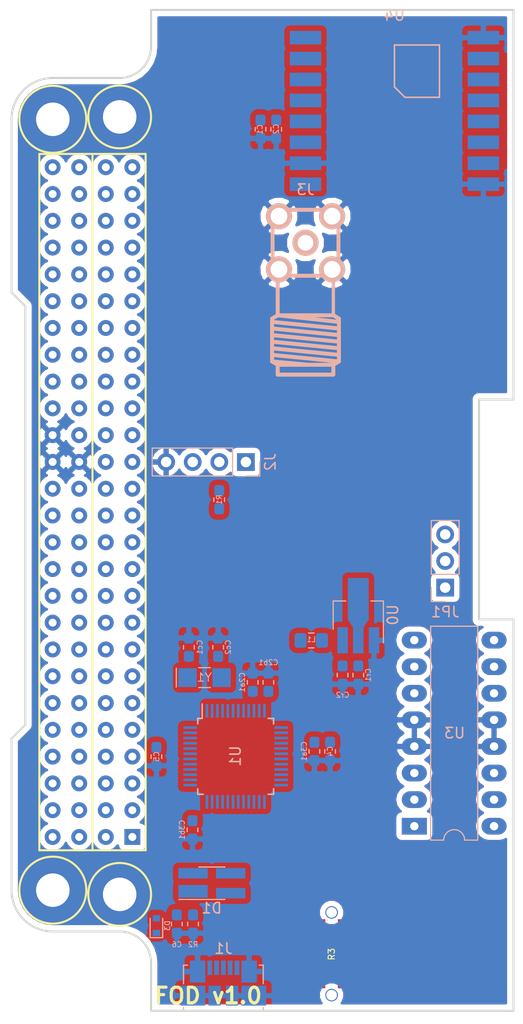
<source format=kicad_pcb>
(kicad_pcb (version 20171130) (host pcbnew 6.0.0-rc1-unknown-02a5596~66~ubuntu18.04.1)

  (general
    (thickness 1.6)
    (drawings 1)
    (tracks 2)
    (zones 0)
    (modules 29)
    (nets 165)
  )

  (page A4)
  (layers
    (0 F.Cu signal)
    (31 B.Cu signal)
    (32 B.Adhes user)
    (33 F.Adhes user)
    (34 B.Paste user)
    (35 F.Paste user)
    (36 B.SilkS user)
    (37 F.SilkS user)
    (38 B.Mask user)
    (39 F.Mask user)
    (40 Dwgs.User user)
    (41 Cmts.User user)
    (42 Eco1.User user)
    (43 Eco2.User user)
    (44 Edge.Cuts user)
    (45 Margin user)
    (46 B.CrtYd user)
    (47 F.CrtYd user)
    (48 B.Fab user)
    (49 F.Fab user)
  )

  (setup
    (last_trace_width 0.25)
    (trace_clearance 0.2)
    (zone_clearance 0.508)
    (zone_45_only no)
    (trace_min 0.2)
    (via_size 0.8)
    (via_drill 0.4)
    (via_min_size 0.4)
    (via_min_drill 0.3)
    (uvia_size 0.3)
    (uvia_drill 0.1)
    (uvias_allowed no)
    (uvia_min_size 0.2)
    (uvia_min_drill 0.1)
    (edge_width 0.05)
    (segment_width 0.2)
    (pcb_text_width 0.3)
    (pcb_text_size 1.5 1.5)
    (mod_edge_width 0.12)
    (mod_text_size 1 1)
    (mod_text_width 0.15)
    (pad_size 1.524 1.524)
    (pad_drill 0.762)
    (pad_to_mask_clearance 0.051)
    (solder_mask_min_width 0.25)
    (aux_axis_origin 0 0)
    (visible_elements FFFFFF7F)
    (pcbplotparams
      (layerselection 0x010fc_ffffffff)
      (usegerberextensions false)
      (usegerberattributes false)
      (usegerberadvancedattributes false)
      (creategerberjobfile false)
      (excludeedgelayer true)
      (linewidth 0.100000)
      (plotframeref false)
      (viasonmask false)
      (mode 1)
      (useauxorigin false)
      (hpglpennumber 1)
      (hpglpenspeed 20)
      (hpglpendiameter 15.000000)
      (psnegative false)
      (psa4output false)
      (plotreference true)
      (plotvalue true)
      (plotinvisibletext false)
      (padsonsilk false)
      (subtractmaskfromsilk false)
      (outputformat 1)
      (mirror false)
      (drillshape 1)
      (scaleselection 1)
      (outputdirectory ""))
  )

  (net 0 "")
  (net 1 /3V3)
  (net 2 GND)
  (net 3 /VDDCORE)
  (net 4 "Net-(C6-Pad1)")
  (net 5 /VDDANA)
  (net 6 /XIN32)
  (net 7 /XOUT32)
  (net 8 /5V0)
  (net 9 /USB_P)
  (net 10 /USB_N)
  (net 11 /VBUS)
  (net 12 /USB_ID)
  (net 13 /USB/ID)
  (net 14 /SWDIO)
  (net 15 /SWCLK)
  (net 16 /RESET)
  (net 17 /VIN)
  (net 18 /A0)
  (net 19 /AREF)
  (net 20 /LED)
  (net 21 /PB09)
  (net 22 /A3)
  (net 23 /A4)
  (net 24 /A5)
  (net 25 /A6)
  (net 26 /SDA)
  (net 27 /SCL)
  (net 28 /PIN_2)
  (net 29 /PIN_3)
  (net 30 /PIN_4)
  (net 31 /SD_MOSI)
  (net 32 /SD_SCK)
  (net 33 /SD_NSS)
  (net 34 /SD_MISO)
  (net 35 /MOSI)
  (net 36 /SCK)
  (net 37 /MISO)
  (net 38 /PIN_6)
  (net 39 /PIN_7)
  (net 40 /PIN_0)
  (net 41 /PIN_1)
  (net 42 /TX)
  (net 43 /RX)
  (net 44 /SD_CD)
  (net 45 /PA28)
  (net 46 /A1)
  (net 47 /A2)
  (net 48 /TRX_NSS)
  (net 49 /TRX_RST)
  (net 50 /Communication/DIO5)
  (net 51 /Communication/DIO3)
  (net 52 /Communication/DIO4)
  (net 53 /TRX_INT)
  (net 54 /Communication/DIO1)
  (net 55 /Communication/DIO2)
  (net 56 "Net-(U2-Pad52)")
  (net 57 "Net-(U2-Pad51)")
  (net 58 "Net-(U2-Pad50)")
  (net 59 "Net-(U2-Pad49)")
  (net 60 "Net-(U2-Pad48)")
  (net 61 "Net-(U2-Pad47)")
  (net 62 "Net-(U2-Pad46)")
  (net 63 "Net-(U2-Pad45)")
  (net 64 "Net-(U2-Pad44)")
  (net 65 "Net-(U2-Pad42)")
  (net 66 "Net-(U2-Pad40)")
  (net 67 "Net-(U2-Pad39)")
  (net 68 "Net-(U2-Pad38)")
  (net 69 "Net-(U2-Pad37)")
  (net 70 "Net-(U2-Pad36)")
  (net 71 "Net-(U2-Pad35)")
  (net 72 "Net-(U2-Pad34)")
  (net 73 "Net-(U2-Pad33)")
  (net 74 "Net-(U2-Pad32)")
  (net 75 "Net-(U2-Pad31)")
  (net 76 "Net-(U2-Pad30)")
  (net 77 "Net-(U2-Pad29)")
  (net 78 "Net-(U2-Pad28)")
  (net 79 "Net-(U2-Pad27)")
  (net 80 "Net-(U2-Pad26)")
  (net 81 "Net-(U2-Pad25)")
  (net 82 "Net-(U2-Pad24)")
  (net 83 "Net-(U2-Pad23)")
  (net 84 "Net-(U2-Pad22)")
  (net 85 "Net-(U2-Pad21)")
  (net 86 "Net-(U2-Pad20)")
  (net 87 "Net-(U2-Pad19)")
  (net 88 "Net-(U2-Pad18)")
  (net 89 "Net-(U2-Pad17)")
  (net 90 "Net-(U2-Pad16)")
  (net 91 "Net-(U2-Pad15)")
  (net 92 "Net-(U2-Pad14)")
  (net 93 "Net-(U2-Pad13)")
  (net 94 "Net-(U2-Pad12)")
  (net 95 "Net-(U2-Pad11)")
  (net 96 "Net-(U2-Pad10)")
  (net 97 "Net-(U2-Pad9)")
  (net 98 "Net-(U2-Pad8)")
  (net 99 "Net-(U2-Pad7)")
  (net 100 "Net-(U2-Pad6)")
  (net 101 "Net-(U2-Pad5)")
  (net 102 "Net-(U2-Pad4)")
  (net 103 "Net-(U2-Pad3)")
  (net 104 "Net-(U2-Pad2)")
  (net 105 "Net-(U2-Pad1)")
  (net 106 "Net-(U2-Pad104)")
  (net 107 "Net-(U2-Pad103)")
  (net 108 "Net-(U2-Pad102)")
  (net 109 "Net-(U2-Pad101)")
  (net 110 "Net-(U2-Pad100)")
  (net 111 "Net-(U2-Pad99)")
  (net 112 "Net-(U2-Pad98)")
  (net 113 "Net-(U2-Pad97)")
  (net 114 "Net-(U2-Pad96)")
  (net 115 "Net-(U2-Pad95)")
  (net 116 "Net-(U2-Pad94)")
  (net 117 "Net-(U2-Pad93)")
  (net 118 "Net-(U2-Pad92)")
  (net 119 "Net-(U2-Pad91)")
  (net 120 "Net-(U2-Pad90)")
  (net 121 "Net-(U2-Pad89)")
  (net 122 "Net-(U2-Pad88)")
  (net 123 "Net-(U2-Pad87)")
  (net 124 "Net-(U2-Pad86)")
  (net 125 "Net-(U2-Pad85)")
  (net 126 "Net-(U2-Pad83)")
  (net 127 "Net-(U2-Pad80)")
  (net 128 "Net-(U2-Pad79)")
  (net 129 "Net-(U2-Pad76)")
  (net 130 "Net-(U2-Pad75)")
  (net 131 "Net-(U2-Pad74)")
  (net 132 "Net-(U2-Pad73)")
  (net 133 "Net-(U2-Pad72)")
  (net 134 "Net-(U2-Pad71)")
  (net 135 "Net-(U2-Pad70)")
  (net 136 "Net-(U2-Pad69)")
  (net 137 "Net-(U2-Pad68)")
  (net 138 "Net-(U2-Pad67)")
  (net 139 "Net-(U2-Pad66)")
  (net 140 "Net-(U2-Pad65)")
  (net 141 "Net-(U2-Pad64)")
  (net 142 "Net-(U2-Pad63)")
  (net 143 "Net-(U2-Pad62)")
  (net 144 "Net-(U2-Pad61)")
  (net 145 "Net-(U2-Pad60)")
  (net 146 "Net-(U2-Pad59)")
  (net 147 "Net-(U2-Pad58)")
  (net 148 "Net-(U2-Pad57)")
  (net 149 "Net-(U2-Pad56)")
  (net 150 "Net-(U2-Pad55)")
  (net 151 "Net-(U2-Pad54)")
  (net 152 "Net-(U2-Pad53)")
  (net 153 /DPL_EN)
  (net 154 "Net-(U3-Pad9)")
  (net 155 /DPL_SIG)
  (net 156 "Net-(U3-Pad10)")
  (net 157 /Deploy/DPL_OUT)
  (net 158 "Net-(U3-Pad11)")
  (net 159 "Net-(U3-Pad6)")
  (net 160 "Net-(U3-Pad14)")
  (net 161 "Net-(U3-Pad7)")
  (net 162 "Net-(U3-Pad15)")
  (net 163 "Net-(U3-Pad8)")
  (net 164 /Communication/ANT)

  (net_class Default "This is the default net class."
    (clearance 0.2)
    (trace_width 0.25)
    (via_dia 0.8)
    (via_drill 0.4)
    (uvia_dia 0.3)
    (uvia_drill 0.1)
    (add_net /3V3)
    (add_net /5V0)
    (add_net /A0)
    (add_net /A1)
    (add_net /A2)
    (add_net /A3)
    (add_net /A4)
    (add_net /A5)
    (add_net /A6)
    (add_net /AREF)
    (add_net /Communication/ANT)
    (add_net /Communication/DIO1)
    (add_net /Communication/DIO2)
    (add_net /Communication/DIO3)
    (add_net /Communication/DIO4)
    (add_net /Communication/DIO5)
    (add_net /DPL_EN)
    (add_net /DPL_SIG)
    (add_net /Deploy/DPL_OUT)
    (add_net /LED)
    (add_net /MISO)
    (add_net /MOSI)
    (add_net /PA28)
    (add_net /PB09)
    (add_net /PIN_0)
    (add_net /PIN_1)
    (add_net /PIN_2)
    (add_net /PIN_3)
    (add_net /PIN_4)
    (add_net /PIN_6)
    (add_net /PIN_7)
    (add_net /RESET)
    (add_net /RX)
    (add_net /SCK)
    (add_net /SCL)
    (add_net /SDA)
    (add_net /SD_CD)
    (add_net /SD_MISO)
    (add_net /SD_MOSI)
    (add_net /SD_NSS)
    (add_net /SD_SCK)
    (add_net /SWCLK)
    (add_net /SWDIO)
    (add_net /TRX_INT)
    (add_net /TRX_NSS)
    (add_net /TRX_RST)
    (add_net /TX)
    (add_net /USB/ID)
    (add_net /USB_ID)
    (add_net /USB_N)
    (add_net /USB_P)
    (add_net /VBUS)
    (add_net /VDDANA)
    (add_net /VDDCORE)
    (add_net /VIN)
    (add_net /XIN32)
    (add_net /XOUT32)
    (add_net GND)
    (add_net "Net-(C6-Pad1)")
    (add_net "Net-(U2-Pad1)")
    (add_net "Net-(U2-Pad10)")
    (add_net "Net-(U2-Pad100)")
    (add_net "Net-(U2-Pad101)")
    (add_net "Net-(U2-Pad102)")
    (add_net "Net-(U2-Pad103)")
    (add_net "Net-(U2-Pad104)")
    (add_net "Net-(U2-Pad11)")
    (add_net "Net-(U2-Pad12)")
    (add_net "Net-(U2-Pad13)")
    (add_net "Net-(U2-Pad14)")
    (add_net "Net-(U2-Pad15)")
    (add_net "Net-(U2-Pad16)")
    (add_net "Net-(U2-Pad17)")
    (add_net "Net-(U2-Pad18)")
    (add_net "Net-(U2-Pad19)")
    (add_net "Net-(U2-Pad2)")
    (add_net "Net-(U2-Pad20)")
    (add_net "Net-(U2-Pad21)")
    (add_net "Net-(U2-Pad22)")
    (add_net "Net-(U2-Pad23)")
    (add_net "Net-(U2-Pad24)")
    (add_net "Net-(U2-Pad25)")
    (add_net "Net-(U2-Pad26)")
    (add_net "Net-(U2-Pad27)")
    (add_net "Net-(U2-Pad28)")
    (add_net "Net-(U2-Pad29)")
    (add_net "Net-(U2-Pad3)")
    (add_net "Net-(U2-Pad30)")
    (add_net "Net-(U2-Pad31)")
    (add_net "Net-(U2-Pad32)")
    (add_net "Net-(U2-Pad33)")
    (add_net "Net-(U2-Pad34)")
    (add_net "Net-(U2-Pad35)")
    (add_net "Net-(U2-Pad36)")
    (add_net "Net-(U2-Pad37)")
    (add_net "Net-(U2-Pad38)")
    (add_net "Net-(U2-Pad39)")
    (add_net "Net-(U2-Pad4)")
    (add_net "Net-(U2-Pad40)")
    (add_net "Net-(U2-Pad42)")
    (add_net "Net-(U2-Pad44)")
    (add_net "Net-(U2-Pad45)")
    (add_net "Net-(U2-Pad46)")
    (add_net "Net-(U2-Pad47)")
    (add_net "Net-(U2-Pad48)")
    (add_net "Net-(U2-Pad49)")
    (add_net "Net-(U2-Pad5)")
    (add_net "Net-(U2-Pad50)")
    (add_net "Net-(U2-Pad51)")
    (add_net "Net-(U2-Pad52)")
    (add_net "Net-(U2-Pad53)")
    (add_net "Net-(U2-Pad54)")
    (add_net "Net-(U2-Pad55)")
    (add_net "Net-(U2-Pad56)")
    (add_net "Net-(U2-Pad57)")
    (add_net "Net-(U2-Pad58)")
    (add_net "Net-(U2-Pad59)")
    (add_net "Net-(U2-Pad6)")
    (add_net "Net-(U2-Pad60)")
    (add_net "Net-(U2-Pad61)")
    (add_net "Net-(U2-Pad62)")
    (add_net "Net-(U2-Pad63)")
    (add_net "Net-(U2-Pad64)")
    (add_net "Net-(U2-Pad65)")
    (add_net "Net-(U2-Pad66)")
    (add_net "Net-(U2-Pad67)")
    (add_net "Net-(U2-Pad68)")
    (add_net "Net-(U2-Pad69)")
    (add_net "Net-(U2-Pad7)")
    (add_net "Net-(U2-Pad70)")
    (add_net "Net-(U2-Pad71)")
    (add_net "Net-(U2-Pad72)")
    (add_net "Net-(U2-Pad73)")
    (add_net "Net-(U2-Pad74)")
    (add_net "Net-(U2-Pad75)")
    (add_net "Net-(U2-Pad76)")
    (add_net "Net-(U2-Pad79)")
    (add_net "Net-(U2-Pad8)")
    (add_net "Net-(U2-Pad80)")
    (add_net "Net-(U2-Pad83)")
    (add_net "Net-(U2-Pad85)")
    (add_net "Net-(U2-Pad86)")
    (add_net "Net-(U2-Pad87)")
    (add_net "Net-(U2-Pad88)")
    (add_net "Net-(U2-Pad89)")
    (add_net "Net-(U2-Pad9)")
    (add_net "Net-(U2-Pad90)")
    (add_net "Net-(U2-Pad91)")
    (add_net "Net-(U2-Pad92)")
    (add_net "Net-(U2-Pad93)")
    (add_net "Net-(U2-Pad94)")
    (add_net "Net-(U2-Pad95)")
    (add_net "Net-(U2-Pad96)")
    (add_net "Net-(U2-Pad97)")
    (add_net "Net-(U2-Pad98)")
    (add_net "Net-(U2-Pad99)")
    (add_net "Net-(U3-Pad10)")
    (add_net "Net-(U3-Pad11)")
    (add_net "Net-(U3-Pad14)")
    (add_net "Net-(U3-Pad15)")
    (add_net "Net-(U3-Pad6)")
    (add_net "Net-(U3-Pad7)")
    (add_net "Net-(U3-Pad8)")
    (add_net "Net-(U3-Pad9)")
  )

  (net_class uC ""
    (clearance 0.2)
    (trace_width 0.25)
    (via_dia 1)
    (via_drill 0.7)
    (uvia_dia 0.3)
    (uvia_drill 0.1)
  )

  (module Payload:FOD (layer F.Cu) (tedit 5BF47B68) (tstamp 5BEA77CF)
    (at 123.050001 132.060001)
    (path /5BEAA2C1)
    (fp_text reference U2 (at 0 -78.486) (layer F.SilkS) hide
      (effects (font (size 1 1) (thickness 0.15)))
    )
    (fp_text value Payload (at 12.449999 10.539999) (layer F.Fab) hide
      (effects (font (size 1 1) (thickness 0.15)))
    )
    (fp_circle (center 6.388 -73.888) (end 9.388 -73.888) (layer F.SilkS) (width 0.2))
    (fp_circle (center 0 -73.66) (end 3.2 -73.66) (layer F.SilkS) (width 0.2))
    (fp_circle (center 6.388 0.406) (end 9.388 0.406) (layer F.SilkS) (width 0.2))
    (fp_circle (center 0 0) (end 3.2 0) (layer F.SilkS) (width 0.2))
    (fp_line (start 3.79 -70.35) (end 3.79 -3.81) (layer F.SilkS) (width 0.2))
    (fp_line (start -1.29 -3.81) (end -1.29 -70.35) (layer F.SilkS) (width 0.2))
    (fp_line (start 8.87 -3.81) (end -1.29 -3.81) (layer F.SilkS) (width 0.2))
    (fp_line (start 8.87 -70.35) (end 8.87 -3.81) (layer F.SilkS) (width 0.2))
    (fp_line (start -1.29 -70.35) (end 8.87 -70.35) (layer F.SilkS) (width 0.2))
    (fp_line (start -2.63 -55.8) (end -3.95 -57.12) (layer Edge.Cuts) (width 0.2))
    (fp_line (start -3.95 -73.66) (end -3.95 -57.12) (layer Edge.Cuts) (width 0.2))
    (fp_line (start -3.95 -14.48) (end -2.63 -15.8) (layer Edge.Cuts) (width 0.2))
    (fp_line (start -2.63 -15.8) (end -2.63 -55.8) (layer Edge.Cuts) (width 0.2))
    (fp_line (start 9.388 6.95) (end 9.388 11.53) (layer Edge.Cuts) (width 0.2))
    (fp_line (start 6.388 -77.61) (end 0 -77.61) (layer Edge.Cuts) (width 0.2))
    (fp_arc (start 6.388 -80.61) (end 6.388 -77.61) (angle -90) (layer Edge.Cuts) (width 0.2))
    (fp_line (start 9.388 -84.11) (end 9.388 -80.61) (layer Edge.Cuts) (width 0.2))
    (fp_arc (start 6.388 6.95) (end 9.388 6.95) (angle -90) (layer Edge.Cuts) (width 0.2))
    (fp_line (start 0 3.95) (end 6.388 3.95) (layer Edge.Cuts) (width 0.2))
    (fp_arc (start 0 0) (end -3.95 0) (angle -90) (layer Edge.Cuts) (width 0.2))
    (fp_arc (start 0 -73.66) (end 0 -77.61) (angle -90) (layer Edge.Cuts) (width 0.2))
    (fp_line (start -3.95 -14.48) (end -3.95 0) (layer Edge.Cuts) (width 0.2))
    (fp_line (start 44.03 -84.11) (end 9.388 -84.11) (layer Edge.Cuts) (width 0.2))
    (fp_line (start 44.03 -46.88) (end 44.03 -84.11) (layer Edge.Cuts) (width 0.2))
    (fp_line (start 40.73 -46.88) (end 44.03 -46.88) (layer Edge.Cuts) (width 0.2))
    (fp_line (start 40.73 -25.87) (end 40.73 -46.88) (layer Edge.Cuts) (width 0.2))
    (fp_line (start 44.03 -25.87) (end 40.73 -25.87) (layer Edge.Cuts) (width 0.2))
    (fp_line (start 44.03 11.53) (end 44.03 -25.87) (layer Edge.Cuts) (width 0.2))
    (fp_line (start 9.388 11.53) (end 44.03 11.53) (layer Edge.Cuts) (width 0.2))
    (pad "" np_thru_hole circle (at 6.388 0.406) (size 5.8 5.8) (drill 3.2) (layers *.Cu *.Mask))
    (pad "" np_thru_hole circle (at 6.388 -73.888) (size 5.8 5.8) (drill 3.2) (layers *.Cu *.Mask))
    (pad 53 thru_hole circle (at 2.52 -5.08) (size 1.524 1.524) (drill 0.762) (layers *.Cu *.Mask)
      (net 152 "Net-(U2-Pad53)"))
    (pad 54 thru_hole circle (at -0.02 -5.08) (size 1.524 1.524) (drill 0.762) (layers *.Cu *.Mask)
      (net 151 "Net-(U2-Pad54)"))
    (pad 55 thru_hole circle (at 2.52 -7.64) (size 1.524 1.524) (drill 0.762) (layers *.Cu *.Mask)
      (net 150 "Net-(U2-Pad55)"))
    (pad 56 thru_hole circle (at -0.02 -7.64) (size 1.524 1.524) (drill 0.762) (layers *.Cu *.Mask)
      (net 149 "Net-(U2-Pad56)"))
    (pad 57 thru_hole circle (at 2.52 -10.2 90) (size 1.524 1.524) (drill 0.762) (layers *.Cu *.Mask)
      (net 148 "Net-(U2-Pad57)"))
    (pad 58 thru_hole circle (at -0.02 -10.2) (size 1.524 1.524) (drill 0.762) (layers *.Cu *.Mask)
      (net 147 "Net-(U2-Pad58)"))
    (pad 59 thru_hole circle (at 2.52 -12.76) (size 1.524 1.524) (drill 0.762) (layers *.Cu *.Mask)
      (net 146 "Net-(U2-Pad59)"))
    (pad 60 thru_hole circle (at -0.02 -12.76) (size 1.524 1.524) (drill 0.762) (layers *.Cu *.Mask)
      (net 145 "Net-(U2-Pad60)"))
    (pad 61 thru_hole circle (at 2.52 -15.32) (size 1.524 1.524) (drill 0.762) (layers *.Cu *.Mask)
      (net 144 "Net-(U2-Pad61)"))
    (pad 62 thru_hole circle (at -0.02 -15.32) (size 1.524 1.524) (drill 0.762) (layers *.Cu *.Mask)
      (net 143 "Net-(U2-Pad62)"))
    (pad 63 thru_hole circle (at 2.52 -17.88) (size 1.524 1.524) (drill 0.762) (layers *.Cu *.Mask)
      (net 142 "Net-(U2-Pad63)"))
    (pad 64 thru_hole circle (at -0.02 -17.88) (size 1.524 1.524) (drill 0.762) (layers *.Cu *.Mask)
      (net 141 "Net-(U2-Pad64)"))
    (pad 65 thru_hole circle (at 2.52 -20.44) (size 1.524 1.524) (drill 0.762) (layers *.Cu *.Mask)
      (net 140 "Net-(U2-Pad65)"))
    (pad 66 thru_hole circle (at -0.02 -20.44) (size 1.524 1.524) (drill 0.762) (layers *.Cu *.Mask)
      (net 139 "Net-(U2-Pad66)"))
    (pad 67 thru_hole circle (at 2.52 -23) (size 1.524 1.524) (drill 0.762) (layers *.Cu *.Mask)
      (net 138 "Net-(U2-Pad67)"))
    (pad 68 thru_hole circle (at -0.02 -23) (size 1.524 1.524) (drill 0.762) (layers *.Cu *.Mask)
      (net 137 "Net-(U2-Pad68)"))
    (pad 69 thru_hole circle (at 2.52 -25.56) (size 1.524 1.524) (drill 0.762) (layers *.Cu *.Mask)
      (net 136 "Net-(U2-Pad69)"))
    (pad 70 thru_hole circle (at -0.02 -25.56) (size 1.524 1.524) (drill 0.762) (layers *.Cu *.Mask)
      (net 135 "Net-(U2-Pad70)"))
    (pad 71 thru_hole circle (at 2.52 -28.12) (size 1.524 1.524) (drill 0.762) (layers *.Cu *.Mask)
      (net 134 "Net-(U2-Pad71)"))
    (pad 72 thru_hole circle (at -0.02 -28.12) (size 1.524 1.524) (drill 0.762) (layers *.Cu *.Mask)
      (net 133 "Net-(U2-Pad72)"))
    (pad 73 thru_hole circle (at 2.52 -30.68) (size 1.524 1.524) (drill 0.762) (layers *.Cu *.Mask)
      (net 132 "Net-(U2-Pad73)"))
    (pad 74 thru_hole circle (at -0.02 -30.68) (size 1.524 1.524) (drill 0.762) (layers *.Cu *.Mask)
      (net 131 "Net-(U2-Pad74)"))
    (pad 75 thru_hole circle (at 2.52 -33.24) (size 1.524 1.524) (drill 0.762) (layers *.Cu *.Mask)
      (net 130 "Net-(U2-Pad75)"))
    (pad 76 thru_hole circle (at -0.02 -33.24) (size 1.524 1.524) (drill 0.762) (layers *.Cu *.Mask)
      (net 129 "Net-(U2-Pad76)"))
    (pad 77 thru_hole circle (at 2.52 -35.8) (size 1.524 1.524) (drill 0.762) (layers *.Cu *.Mask)
      (net 17 /VIN))
    (pad 78 thru_hole circle (at -0.02 -35.8) (size 1.524 1.524) (drill 0.762) (layers *.Cu *.Mask)
      (net 17 /VIN))
    (pad 79 thru_hole circle (at 2.52 -38.36) (size 1.524 1.524) (drill 0.762) (layers *.Cu *.Mask)
      (net 128 "Net-(U2-Pad79)"))
    (pad 80 thru_hole circle (at -0.02 -38.36) (size 1.524 1.524) (drill 0.762) (layers *.Cu *.Mask)
      (net 127 "Net-(U2-Pad80)"))
    (pad 81 thru_hole circle (at 2.52 -40.92) (size 1.524 1.524) (drill 0.762) (layers *.Cu *.Mask)
      (net 2 GND))
    (pad 82 thru_hole circle (at -0.02 -40.92) (size 1.524 1.524) (drill 0.762) (layers *.Cu *.Mask)
      (net 2 GND))
    (pad 83 thru_hole circle (at 2.52 -43.48) (size 1.524 1.524) (drill 0.762) (layers *.Cu *.Mask)
      (net 126 "Net-(U2-Pad83)"))
    (pad 84 thru_hole circle (at -0.02 -43.48) (size 1.524 1.524) (drill 0.762) (layers *.Cu *.Mask)
      (net 2 GND))
    (pad 85 thru_hole circle (at 2.52 -46.04) (size 1.524 1.524) (drill 0.762) (layers *.Cu *.Mask)
      (net 125 "Net-(U2-Pad85)"))
    (pad 86 thru_hole circle (at -0.02 -46.04) (size 1.524 1.524) (drill 0.762) (layers *.Cu *.Mask)
      (net 124 "Net-(U2-Pad86)"))
    (pad 87 thru_hole circle (at 2.52 -48.6) (size 1.524 1.524) (drill 0.762) (layers *.Cu *.Mask)
      (net 123 "Net-(U2-Pad87)"))
    (pad 88 thru_hole circle (at -0.02 -48.6) (size 1.524 1.524) (drill 0.762) (layers *.Cu *.Mask)
      (net 122 "Net-(U2-Pad88)"))
    (pad 89 thru_hole circle (at 2.52 -51.16) (size 1.524 1.524) (drill 0.762) (layers *.Cu *.Mask)
      (net 121 "Net-(U2-Pad89)"))
    (pad 90 thru_hole circle (at -0.02 -51.16) (size 1.524 1.524) (drill 0.762) (layers *.Cu *.Mask)
      (net 120 "Net-(U2-Pad90)"))
    (pad 91 thru_hole circle (at 2.52 -53.72) (size 1.524 1.524) (drill 0.762) (layers *.Cu *.Mask)
      (net 119 "Net-(U2-Pad91)"))
    (pad 92 thru_hole circle (at -0.02 -53.72) (size 1.524 1.524) (drill 0.762) (layers *.Cu *.Mask)
      (net 118 "Net-(U2-Pad92)"))
    (pad 93 thru_hole circle (at 2.52 -56.28) (size 1.524 1.524) (drill 0.762) (layers *.Cu *.Mask)
      (net 117 "Net-(U2-Pad93)"))
    (pad 94 thru_hole circle (at -0.02 -56.28) (size 1.524 1.524) (drill 0.762) (layers *.Cu *.Mask)
      (net 116 "Net-(U2-Pad94)"))
    (pad 95 thru_hole circle (at 2.52 -58.84) (size 1.524 1.524) (drill 0.762) (layers *.Cu *.Mask)
      (net 115 "Net-(U2-Pad95)"))
    (pad 96 thru_hole circle (at -0.02 -58.84) (size 1.524 1.524) (drill 0.762) (layers *.Cu *.Mask)
      (net 114 "Net-(U2-Pad96)"))
    (pad 97 thru_hole circle (at 2.52 -61.4) (size 1.524 1.524) (drill 0.762) (layers *.Cu *.Mask)
      (net 113 "Net-(U2-Pad97)"))
    (pad 98 thru_hole circle (at -0.02 -61.4) (size 1.524 1.524) (drill 0.762) (layers *.Cu *.Mask)
      (net 112 "Net-(U2-Pad98)"))
    (pad 99 thru_hole circle (at 2.52 -63.96) (size 1.524 1.524) (drill 0.762) (layers *.Cu *.Mask)
      (net 111 "Net-(U2-Pad99)"))
    (pad 100 thru_hole circle (at -0.02 -63.96) (size 1.524 1.524) (drill 0.762) (layers *.Cu *.Mask)
      (net 110 "Net-(U2-Pad100)"))
    (pad 101 thru_hole circle (at 2.52 -66.52) (size 1.524 1.524) (drill 0.762) (layers *.Cu *.Mask)
      (net 109 "Net-(U2-Pad101)"))
    (pad 102 thru_hole circle (at -0.02 -66.52) (size 1.524 1.524) (drill 0.762) (layers *.Cu *.Mask)
      (net 108 "Net-(U2-Pad102)"))
    (pad 103 thru_hole circle (at 2.52 -69.08) (size 1.524 1.524) (drill 0.762) (layers *.Cu *.Mask)
      (net 107 "Net-(U2-Pad103)"))
    (pad 104 thru_hole circle (at -0.02 -69.08) (size 1.524 1.524) (drill 0.762) (layers *.Cu *.Mask)
      (net 106 "Net-(U2-Pad104)"))
    (pad 1 thru_hole rect (at 7.6 -5.08) (size 1.524 1.524) (drill 0.762) (layers *.Cu *.Mask)
      (net 105 "Net-(U2-Pad1)"))
    (pad 2 thru_hole circle (at 5.06 -5.08) (size 1.524 1.524) (drill 0.762) (layers *.Cu *.Mask)
      (net 104 "Net-(U2-Pad2)"))
    (pad 3 thru_hole circle (at 7.6 -7.64) (size 1.524 1.524) (drill 0.762) (layers *.Cu *.Mask)
      (net 103 "Net-(U2-Pad3)"))
    (pad 4 thru_hole circle (at 5.06 -7.64) (size 1.524 1.524) (drill 0.762) (layers *.Cu *.Mask)
      (net 102 "Net-(U2-Pad4)"))
    (pad 5 thru_hole circle (at 7.6 -10.2) (size 1.524 1.524) (drill 0.762) (layers *.Cu *.Mask)
      (net 101 "Net-(U2-Pad5)"))
    (pad 6 thru_hole circle (at 5.06 -10.2) (size 1.524 1.524) (drill 0.762) (layers *.Cu *.Mask)
      (net 100 "Net-(U2-Pad6)"))
    (pad 7 thru_hole circle (at 7.6 -12.76) (size 1.524 1.524) (drill 0.762) (layers *.Cu *.Mask)
      (net 99 "Net-(U2-Pad7)"))
    (pad 8 thru_hole circle (at 5.06 -12.76) (size 1.524 1.524) (drill 0.762) (layers *.Cu *.Mask)
      (net 98 "Net-(U2-Pad8)"))
    (pad 9 thru_hole circle (at 7.6 -15.32) (size 1.524 1.524) (drill 0.762) (layers *.Cu *.Mask)
      (net 97 "Net-(U2-Pad9)"))
    (pad 10 thru_hole circle (at 5.06 -15.32) (size 1.524 1.524) (drill 0.762) (layers *.Cu *.Mask)
      (net 96 "Net-(U2-Pad10)"))
    (pad 11 thru_hole circle (at 7.6 -17.88) (size 1.524 1.524) (drill 0.762) (layers *.Cu *.Mask)
      (net 95 "Net-(U2-Pad11)"))
    (pad 12 thru_hole circle (at 5.06 -17.88) (size 1.524 1.524) (drill 0.762) (layers *.Cu *.Mask)
      (net 94 "Net-(U2-Pad12)"))
    (pad 13 thru_hole circle (at 7.6 -20.44) (size 1.524 1.524) (drill 0.762) (layers *.Cu *.Mask)
      (net 93 "Net-(U2-Pad13)"))
    (pad 14 thru_hole circle (at 5.06 -20.44) (size 1.524 1.524) (drill 0.762) (layers *.Cu *.Mask)
      (net 92 "Net-(U2-Pad14)"))
    (pad 15 thru_hole circle (at 7.6 -23) (size 1.524 1.524) (drill 0.762) (layers *.Cu *.Mask)
      (net 91 "Net-(U2-Pad15)"))
    (pad 16 thru_hole circle (at 5.06 -23) (size 1.524 1.524) (drill 0.762) (layers *.Cu *.Mask)
      (net 90 "Net-(U2-Pad16)"))
    (pad 17 thru_hole circle (at 7.6 -25.56) (size 1.524 1.524) (drill 0.762) (layers *.Cu *.Mask)
      (net 89 "Net-(U2-Pad17)"))
    (pad 18 thru_hole circle (at 5.06 -25.56) (size 1.524 1.524) (drill 0.762) (layers *.Cu *.Mask)
      (net 88 "Net-(U2-Pad18)"))
    (pad 19 thru_hole circle (at 7.6 -28.12) (size 1.524 1.524) (drill 0.762) (layers *.Cu *.Mask)
      (net 87 "Net-(U2-Pad19)"))
    (pad 20 thru_hole circle (at 5.06 -28.12) (size 1.524 1.524) (drill 0.762) (layers *.Cu *.Mask)
      (net 86 "Net-(U2-Pad20)"))
    (pad 21 thru_hole circle (at 7.6 -30.68) (size 1.524 1.524) (drill 0.762) (layers *.Cu *.Mask)
      (net 85 "Net-(U2-Pad21)"))
    (pad 22 thru_hole circle (at 5.06 -30.68) (size 1.524 1.524) (drill 0.762) (layers *.Cu *.Mask)
      (net 84 "Net-(U2-Pad22)"))
    (pad 23 thru_hole circle (at 7.6 -33.24) (size 1.524 1.524) (drill 0.762) (layers *.Cu *.Mask)
      (net 83 "Net-(U2-Pad23)"))
    (pad 24 thru_hole circle (at 5.06 -33.24) (size 1.524 1.524) (drill 0.762) (layers *.Cu *.Mask)
      (net 82 "Net-(U2-Pad24)"))
    (pad 25 thru_hole circle (at 7.6 -35.8) (size 1.524 1.524) (drill 0.762) (layers *.Cu *.Mask)
      (net 81 "Net-(U2-Pad25)"))
    (pad 26 thru_hole circle (at 5.06 -35.8) (size 1.524 1.524) (drill 0.762) (layers *.Cu *.Mask)
      (net 80 "Net-(U2-Pad26)"))
    (pad 27 thru_hole circle (at 7.6 -38.36) (size 1.524 1.524) (drill 0.762) (layers *.Cu *.Mask)
      (net 79 "Net-(U2-Pad27)"))
    (pad 28 thru_hole circle (at 5.06 -38.36) (size 1.524 1.524) (drill 0.762) (layers *.Cu *.Mask)
      (net 78 "Net-(U2-Pad28)"))
    (pad 29 thru_hole circle (at 7.6 -40.92) (size 1.524 1.524) (drill 0.762) (layers *.Cu *.Mask)
      (net 77 "Net-(U2-Pad29)"))
    (pad 30 thru_hole circle (at 5.06 -40.92) (size 1.524 1.524) (drill 0.762) (layers *.Cu *.Mask)
      (net 76 "Net-(U2-Pad30)"))
    (pad 31 thru_hole circle (at 7.6 -43.48) (size 1.524 1.524) (drill 0.762) (layers *.Cu *.Mask)
      (net 75 "Net-(U2-Pad31)"))
    (pad 32 thru_hole circle (at 5.06 -43.48) (size 1.524 1.524) (drill 0.762) (layers *.Cu *.Mask)
      (net 74 "Net-(U2-Pad32)"))
    (pad 33 thru_hole circle (at 7.6 -46.04) (size 1.524 1.524) (drill 0.762) (layers *.Cu *.Mask)
      (net 73 "Net-(U2-Pad33)"))
    (pad 34 thru_hole circle (at 5.06 -46.04) (size 1.524 1.524) (drill 0.762) (layers *.Cu *.Mask)
      (net 72 "Net-(U2-Pad34)"))
    (pad 35 thru_hole circle (at 7.6 -48.6) (size 1.524 1.524) (drill 0.762) (layers *.Cu *.Mask)
      (net 71 "Net-(U2-Pad35)"))
    (pad 36 thru_hole circle (at 5.06 -48.6) (size 1.524 1.524) (drill 0.762) (layers *.Cu *.Mask)
      (net 70 "Net-(U2-Pad36)"))
    (pad 37 thru_hole circle (at 7.6 -51.16) (size 1.524 1.524) (drill 0.762) (layers *.Cu *.Mask)
      (net 69 "Net-(U2-Pad37)"))
    (pad 38 thru_hole circle (at 5.06 -51.16) (size 1.524 1.524) (drill 0.762) (layers *.Cu *.Mask)
      (net 68 "Net-(U2-Pad38)"))
    (pad 39 thru_hole circle (at 7.6 -53.72) (size 1.524 1.524) (drill 0.762) (layers *.Cu *.Mask)
      (net 67 "Net-(U2-Pad39)"))
    (pad 40 thru_hole circle (at 5.06 -53.72) (size 1.524 1.524) (drill 0.762) (layers *.Cu *.Mask)
      (net 66 "Net-(U2-Pad40)"))
    (pad 41 thru_hole circle (at 7.6 -56.28) (size 1.524 1.524) (drill 0.762) (layers *.Cu *.Mask)
      (net 26 /SDA))
    (pad 42 thru_hole circle (at 5.06 -56.28) (size 1.524 1.524) (drill 0.762) (layers *.Cu *.Mask)
      (net 65 "Net-(U2-Pad42)"))
    (pad 43 thru_hole circle (at 7.6 -58.84) (size 1.524 1.524) (drill 0.762) (layers *.Cu *.Mask)
      (net 27 /SCL))
    (pad 44 thru_hole circle (at 5.06 -58.84) (size 1.524 1.524) (drill 0.762) (layers *.Cu *.Mask)
      (net 64 "Net-(U2-Pad44)"))
    (pad 45 thru_hole circle (at 7.6 -61.4) (size 1.524 1.524) (drill 0.762) (layers *.Cu *.Mask)
      (net 63 "Net-(U2-Pad45)"))
    (pad 46 thru_hole circle (at 5.06 -61.4) (size 1.524 1.524) (drill 0.762) (layers *.Cu *.Mask)
      (net 62 "Net-(U2-Pad46)"))
    (pad 47 thru_hole circle (at 7.6 -63.96) (size 1.524 1.524) (drill 0.762) (layers *.Cu *.Mask)
      (net 61 "Net-(U2-Pad47)"))
    (pad 48 thru_hole circle (at 5.06 -63.96) (size 1.524 1.524) (drill 0.762) (layers *.Cu *.Mask)
      (net 60 "Net-(U2-Pad48)"))
    (pad 49 thru_hole circle (at 7.6 -66.52) (size 1.524 1.524) (drill 0.762) (layers *.Cu *.Mask)
      (net 59 "Net-(U2-Pad49)"))
    (pad 50 thru_hole circle (at 5.06 -66.52) (size 1.524 1.524) (drill 0.762) (layers *.Cu *.Mask)
      (net 58 "Net-(U2-Pad50)"))
    (pad 51 thru_hole circle (at 7.6 -69.08) (size 1.524 1.524) (drill 0.762) (layers *.Cu *.Mask)
      (net 57 "Net-(U2-Pad51)"))
    (pad 52 thru_hole circle (at 5.06 -69.08) (size 1.524 1.524) (drill 0.762) (layers *.Cu *.Mask)
      (net 56 "Net-(U2-Pad52)"))
    (pad "" np_thru_hole circle (at 0 -73.66) (size 6.35 6.35) (drill 3.2) (layers *.Cu *.Mask))
    (pad "" np_thru_hole circle (at 0 0) (size 6.35 6.35) (drill 3.2) (layers *.Cu *.Mask))
  )

  (module Resistor_FOD:RCL12257R15FKEG (layer F.Cu) (tedit 5BEDF669) (tstamp 5BEE65FB)
    (at 149.694 138.14)
    (path /5BEF8C81/5BEA225C)
    (fp_text reference R3 (at -0.006 0.04 90) (layer F.SilkS)
      (effects (font (size 0.6 0.6) (thickness 0.1)))
    )
    (fp_text value 7.15 (at 0 4.191) (layer F.Fab) hide
      (effects (font (size 1 1) (thickness 0.15)))
    )
    (fp_line (start -2.54 3.683) (end 2.54 3.683) (layer F.CrtYd) (width 0.12))
    (fp_line (start -2.54 -3.683) (end -2.54 3.683) (layer F.CrtYd) (width 0.12))
    (fp_line (start 2.54 -3.683) (end -2.54 -3.683) (layer F.CrtYd) (width 0.12))
    (fp_line (start 2.54 3.683) (end 2.54 -3.683) (layer F.CrtYd) (width 0.12))
    (fp_line (start -1.7 3.25) (end -1.7 -3.25) (layer F.Fab) (width 0.12))
    (fp_line (start 1.7 3.25) (end -1.7 3.25) (layer F.Fab) (width 0.12))
    (fp_line (start 1.7 -3.25) (end 1.7 3.25) (layer F.Fab) (width 0.12))
    (fp_line (start -1.7 -3.25) (end 1.7 -3.25) (layer F.Fab) (width 0.12))
    (pad 2 smd rect (at 1.4 0) (size 1.6 6.6) (layers F.Cu F.Paste F.Mask)
      (net 157 /Deploy/DPL_OUT))
    (pad 1 smd rect (at -1.4 0) (size 1.6 6.6) (layers F.Cu F.Paste F.Mask)
      (net 2 GND))
  )

  (module Capacitor_SMD:C_0603_1608Metric_Pad1.05x0.95mm_HandSolder (layer B.Cu) (tedit 5B301BBE) (tstamp 5BD3C7F6)
    (at 149.55 118.8 270)
    (descr "Capacitor SMD 0603 (1608 Metric), square (rectangular) end terminal, IPC_7351 nominal with elongated pad for handsoldering. (Body size source: http://www.tortai-tech.com/upload/download/2011102023233369053.pdf), generated with kicad-footprint-generator")
    (tags "capacitor handsolder")
    (path /5B6351C6/5B635382)
    (attr smd)
    (fp_text reference C4 (at 0 0.004999 270) (layer B.SilkS)
      (effects (font (size 0.5 0.5) (thickness 0.08)) (justify mirror))
    )
    (fp_text value 10uF (at 0 -1.43 270) (layer B.Fab) hide
      (effects (font (size 1 1) (thickness 0.15)) (justify mirror))
    )
    (fp_line (start -0.8 -0.4) (end -0.8 0.4) (layer B.Fab) (width 0.1))
    (fp_line (start -0.8 0.4) (end 0.8 0.4) (layer B.Fab) (width 0.1))
    (fp_line (start 0.8 0.4) (end 0.8 -0.4) (layer B.Fab) (width 0.1))
    (fp_line (start 0.8 -0.4) (end -0.8 -0.4) (layer B.Fab) (width 0.1))
    (fp_line (start -0.171267 0.51) (end 0.171267 0.51) (layer B.SilkS) (width 0.12))
    (fp_line (start -0.171267 -0.51) (end 0.171267 -0.51) (layer B.SilkS) (width 0.12))
    (fp_line (start -1.65 -0.73) (end -1.65 0.73) (layer B.CrtYd) (width 0.05))
    (fp_line (start -1.65 0.73) (end 1.65 0.73) (layer B.CrtYd) (width 0.05))
    (fp_line (start 1.65 0.73) (end 1.65 -0.73) (layer B.CrtYd) (width 0.05))
    (fp_line (start 1.65 -0.73) (end -1.65 -0.73) (layer B.CrtYd) (width 0.05))
    (fp_text user %R (at 0 0 270) (layer B.Fab) hide
      (effects (font (size 0.4 0.4) (thickness 0.06)) (justify mirror))
    )
    (pad 1 smd roundrect (at -0.875 0 270) (size 1.05 0.95) (layers B.Cu B.Paste B.Mask) (roundrect_rratio 0.25)
      (net 1 /3V3))
    (pad 2 smd roundrect (at 0.875 0 270) (size 1.05 0.95) (layers B.Cu B.Paste B.Mask) (roundrect_rratio 0.25)
      (net 2 GND))
    (model ${KISYS3DMOD}/Capacitor_SMD.3dshapes/C_0603_1608Metric.wrl
      (at (xyz 0 0 0))
      (scale (xyz 1 1 1))
      (rotate (xyz 0 0 0))
    )
  )

  (module Capacitor_SMD:C_0603_1608Metric_Pad1.05x0.95mm_HandSolder (layer B.Cu) (tedit 5B301BBE) (tstamp 5BD3C807)
    (at 132.95 119.3 270)
    (descr "Capacitor SMD 0603 (1608 Metric), square (rectangular) end terminal, IPC_7351 nominal with elongated pad for handsoldering. (Body size source: http://www.tortai-tech.com/upload/download/2011102023233369053.pdf), generated with kicad-footprint-generator")
    (tags "capacitor handsolder")
    (path /5B6351C6/5B635301)
    (attr smd)
    (fp_text reference C5 (at 0 -0.015001 270) (layer B.SilkS)
      (effects (font (size 0.5 0.5) (thickness 0.08)) (justify mirror))
    )
    (fp_text value 1uF (at 0 -1.43 270) (layer B.Fab) hide
      (effects (font (size 1 1) (thickness 0.15)) (justify mirror))
    )
    (fp_line (start -0.8 -0.4) (end -0.8 0.4) (layer B.Fab) (width 0.1))
    (fp_line (start -0.8 0.4) (end 0.8 0.4) (layer B.Fab) (width 0.1))
    (fp_line (start 0.8 0.4) (end 0.8 -0.4) (layer B.Fab) (width 0.1))
    (fp_line (start 0.8 -0.4) (end -0.8 -0.4) (layer B.Fab) (width 0.1))
    (fp_line (start -0.171267 0.51) (end 0.171267 0.51) (layer B.SilkS) (width 0.12))
    (fp_line (start -0.171267 -0.51) (end 0.171267 -0.51) (layer B.SilkS) (width 0.12))
    (fp_line (start -1.65 -0.73) (end -1.65 0.73) (layer B.CrtYd) (width 0.05))
    (fp_line (start -1.65 0.73) (end 1.65 0.73) (layer B.CrtYd) (width 0.05))
    (fp_line (start 1.65 0.73) (end 1.65 -0.73) (layer B.CrtYd) (width 0.05))
    (fp_line (start 1.65 -0.73) (end -1.65 -0.73) (layer B.CrtYd) (width 0.05))
    (fp_text user %R (at 0 0 270) (layer B.Fab) hide
      (effects (font (size 0.4 0.4) (thickness 0.06)) (justify mirror))
    )
    (pad 1 smd roundrect (at -0.875 0 270) (size 1.05 0.95) (layers B.Cu B.Paste B.Mask) (roundrect_rratio 0.25)
      (net 3 /VDDCORE))
    (pad 2 smd roundrect (at 0.875 0 270) (size 1.05 0.95) (layers B.Cu B.Paste B.Mask) (roundrect_rratio 0.25)
      (net 2 GND))
    (model ${KISYS3DMOD}/Capacitor_SMD.3dshapes/C_0603_1608Metric.wrl
      (at (xyz 0 0 0))
      (scale (xyz 1 1 1))
      (rotate (xyz 0 0 0))
    )
  )

  (module Capacitor_SMD:C_0603_1608Metric_Pad1.05x0.95mm_HandSolder (layer B.Cu) (tedit 5B301BBE) (tstamp 5BD3C818)
    (at 134.9 135.3 270)
    (descr "Capacitor SMD 0603 (1608 Metric), square (rectangular) end terminal, IPC_7351 nominal with elongated pad for handsoldering. (Body size source: http://www.tortai-tech.com/upload/download/2011102023233369053.pdf), generated with kicad-footprint-generator")
    (tags "capacitor handsolder")
    (path /5B626331/5B62BE71)
    (attr smd)
    (fp_text reference C6 (at 1.95 0) (layer B.SilkS)
      (effects (font (size 0.5 0.5) (thickness 0.08)) (justify mirror))
    )
    (fp_text value 4.7nF (at 0 -1.43 270) (layer B.Fab) hide
      (effects (font (size 1 1) (thickness 0.15)) (justify mirror))
    )
    (fp_text user %R (at 0 0 270) (layer B.Fab) hide
      (effects (font (size 0.4 0.4) (thickness 0.06)) (justify mirror))
    )
    (fp_line (start 1.65 -0.73) (end -1.65 -0.73) (layer B.CrtYd) (width 0.05))
    (fp_line (start 1.65 0.73) (end 1.65 -0.73) (layer B.CrtYd) (width 0.05))
    (fp_line (start -1.65 0.73) (end 1.65 0.73) (layer B.CrtYd) (width 0.05))
    (fp_line (start -1.65 -0.73) (end -1.65 0.73) (layer B.CrtYd) (width 0.05))
    (fp_line (start -0.171267 -0.51) (end 0.171267 -0.51) (layer B.SilkS) (width 0.12))
    (fp_line (start -0.171267 0.51) (end 0.171267 0.51) (layer B.SilkS) (width 0.12))
    (fp_line (start 0.8 -0.4) (end -0.8 -0.4) (layer B.Fab) (width 0.1))
    (fp_line (start 0.8 0.4) (end 0.8 -0.4) (layer B.Fab) (width 0.1))
    (fp_line (start -0.8 0.4) (end 0.8 0.4) (layer B.Fab) (width 0.1))
    (fp_line (start -0.8 -0.4) (end -0.8 0.4) (layer B.Fab) (width 0.1))
    (pad 2 smd roundrect (at 0.875 0 270) (size 1.05 0.95) (layers B.Cu B.Paste B.Mask) (roundrect_rratio 0.25)
      (net 2 GND))
    (pad 1 smd roundrect (at -0.875 0 270) (size 1.05 0.95) (layers B.Cu B.Paste B.Mask) (roundrect_rratio 0.25)
      (net 4 "Net-(C6-Pad1)"))
    (model ${KISYS3DMOD}/Capacitor_SMD.3dshapes/C_0603_1608Metric.wrl
      (at (xyz 0 0 0))
      (scale (xyz 1 1 1))
      (rotate (xyz 0 0 0))
    )
  )

  (module Capacitor_SMD:C_0603_1608Metric_Pad1.05x0.95mm_HandSolder (layer B.Cu) (tedit 5B301BBE) (tstamp 5BD3C829)
    (at 142.15 112.2 90)
    (descr "Capacitor SMD 0603 (1608 Metric), square (rectangular) end terminal, IPC_7351 nominal with elongated pad for handsoldering. (Body size source: http://www.tortai-tech.com/upload/download/2011102023233369053.pdf), generated with kicad-footprint-generator")
    (tags "capacitor handsolder")
    (path /5B6351C6/5B635342)
    (attr smd)
    (fp_text reference C2a1 (at 0 -1 90) (layer B.SilkS)
      (effects (font (size 0.5 0.5) (thickness 0.08)) (justify mirror))
    )
    (fp_text value 10uF (at 0 -1.43 90) (layer B.Fab) hide
      (effects (font (size 1 1) (thickness 0.15)) (justify mirror))
    )
    (fp_text user %R (at 0 0 90) (layer B.Fab) hide
      (effects (font (size 0.4 0.4) (thickness 0.06)) (justify mirror))
    )
    (fp_line (start 1.65 -0.73) (end -1.65 -0.73) (layer B.CrtYd) (width 0.05))
    (fp_line (start 1.65 0.73) (end 1.65 -0.73) (layer B.CrtYd) (width 0.05))
    (fp_line (start -1.65 0.73) (end 1.65 0.73) (layer B.CrtYd) (width 0.05))
    (fp_line (start -1.65 -0.73) (end -1.65 0.73) (layer B.CrtYd) (width 0.05))
    (fp_line (start -0.171267 -0.51) (end 0.171267 -0.51) (layer B.SilkS) (width 0.12))
    (fp_line (start -0.171267 0.51) (end 0.171267 0.51) (layer B.SilkS) (width 0.12))
    (fp_line (start 0.8 -0.4) (end -0.8 -0.4) (layer B.Fab) (width 0.1))
    (fp_line (start 0.8 0.4) (end 0.8 -0.4) (layer B.Fab) (width 0.1))
    (fp_line (start -0.8 0.4) (end 0.8 0.4) (layer B.Fab) (width 0.1))
    (fp_line (start -0.8 -0.4) (end -0.8 0.4) (layer B.Fab) (width 0.1))
    (pad 2 smd roundrect (at 0.875 0 90) (size 1.05 0.95) (layers B.Cu B.Paste B.Mask) (roundrect_rratio 0.25)
      (net 2 GND))
    (pad 1 smd roundrect (at -0.875 0 90) (size 1.05 0.95) (layers B.Cu B.Paste B.Mask) (roundrect_rratio 0.25)
      (net 5 /VDDANA))
    (model ${KISYS3DMOD}/Capacitor_SMD.3dshapes/C_0603_1608Metric.wrl
      (at (xyz 0 0 0))
      (scale (xyz 1 1 1))
      (rotate (xyz 0 0 0))
    )
  )

  (module Capacitor_SMD:C_0603_1608Metric_Pad1.05x0.95mm_HandSolder (layer B.Cu) (tedit 5B301BBE) (tstamp 5BD3C83A)
    (at 143.65 112.2 90)
    (descr "Capacitor SMD 0603 (1608 Metric), square (rectangular) end terminal, IPC_7351 nominal with elongated pad for handsoldering. (Body size source: http://www.tortai-tech.com/upload/download/2011102023233369053.pdf), generated with kicad-footprint-generator")
    (tags "capacitor handsolder")
    (path /5B6351C6/5B635202)
    (attr smd)
    (fp_text reference C2b1 (at 1.9 0 180) (layer B.SilkS)
      (effects (font (size 0.5 0.5) (thickness 0.08)) (justify mirror))
    )
    (fp_text value 100nF (at 0 -1.43 90) (layer B.Fab) hide
      (effects (font (size 1 1) (thickness 0.15)) (justify mirror))
    )
    (fp_text user %R (at 0 0 90) (layer B.Fab) hide
      (effects (font (size 0.4 0.4) (thickness 0.06)) (justify mirror))
    )
    (fp_line (start 1.65 -0.73) (end -1.65 -0.73) (layer B.CrtYd) (width 0.05))
    (fp_line (start 1.65 0.73) (end 1.65 -0.73) (layer B.CrtYd) (width 0.05))
    (fp_line (start -1.65 0.73) (end 1.65 0.73) (layer B.CrtYd) (width 0.05))
    (fp_line (start -1.65 -0.73) (end -1.65 0.73) (layer B.CrtYd) (width 0.05))
    (fp_line (start -0.171267 -0.51) (end 0.171267 -0.51) (layer B.SilkS) (width 0.12))
    (fp_line (start -0.171267 0.51) (end 0.171267 0.51) (layer B.SilkS) (width 0.12))
    (fp_line (start 0.8 -0.4) (end -0.8 -0.4) (layer B.Fab) (width 0.1))
    (fp_line (start 0.8 0.4) (end 0.8 -0.4) (layer B.Fab) (width 0.1))
    (fp_line (start -0.8 0.4) (end 0.8 0.4) (layer B.Fab) (width 0.1))
    (fp_line (start -0.8 -0.4) (end -0.8 0.4) (layer B.Fab) (width 0.1))
    (pad 2 smd roundrect (at 0.875 0 90) (size 1.05 0.95) (layers B.Cu B.Paste B.Mask) (roundrect_rratio 0.25)
      (net 2 GND))
    (pad 1 smd roundrect (at -0.875 0 90) (size 1.05 0.95) (layers B.Cu B.Paste B.Mask) (roundrect_rratio 0.25)
      (net 5 /VDDANA))
    (model ${KISYS3DMOD}/Capacitor_SMD.3dshapes/C_0603_1608Metric.wrl
      (at (xyz 0 0 0))
      (scale (xyz 1 1 1))
      (rotate (xyz 0 0 0))
    )
  )

  (module Capacitor_SMD:C_0603_1608Metric_Pad1.05x0.95mm_HandSolder (layer B.Cu) (tedit 5B301BBE) (tstamp 5BD3C84B)
    (at 148.05 118.8 270)
    (descr "Capacitor SMD 0603 (1608 Metric), square (rectangular) end terminal, IPC_7351 nominal with elongated pad for handsoldering. (Body size source: http://www.tortai-tech.com/upload/download/2011102023233369053.pdf), generated with kicad-footprint-generator")
    (tags "capacitor handsolder")
    (path /5B6351C6/5B6353CA)
    (attr smd)
    (fp_text reference C3a1 (at 0 0.984999 270) (layer B.SilkS)
      (effects (font (size 0.5 0.5) (thickness 0.08)) (justify mirror))
    )
    (fp_text value 100nF (at 0 -1.43 270) (layer B.Fab) hide
      (effects (font (size 1 1) (thickness 0.15)) (justify mirror))
    )
    (fp_text user %R (at 0 0 270) (layer B.Fab) hide
      (effects (font (size 0.4 0.4) (thickness 0.06)) (justify mirror))
    )
    (fp_line (start 1.65 -0.73) (end -1.65 -0.73) (layer B.CrtYd) (width 0.05))
    (fp_line (start 1.65 0.73) (end 1.65 -0.73) (layer B.CrtYd) (width 0.05))
    (fp_line (start -1.65 0.73) (end 1.65 0.73) (layer B.CrtYd) (width 0.05))
    (fp_line (start -1.65 -0.73) (end -1.65 0.73) (layer B.CrtYd) (width 0.05))
    (fp_line (start -0.171267 -0.51) (end 0.171267 -0.51) (layer B.SilkS) (width 0.12))
    (fp_line (start -0.171267 0.51) (end 0.171267 0.51) (layer B.SilkS) (width 0.12))
    (fp_line (start 0.8 -0.4) (end -0.8 -0.4) (layer B.Fab) (width 0.1))
    (fp_line (start 0.8 0.4) (end 0.8 -0.4) (layer B.Fab) (width 0.1))
    (fp_line (start -0.8 0.4) (end 0.8 0.4) (layer B.Fab) (width 0.1))
    (fp_line (start -0.8 -0.4) (end -0.8 0.4) (layer B.Fab) (width 0.1))
    (pad 2 smd roundrect (at 0.875 0 270) (size 1.05 0.95) (layers B.Cu B.Paste B.Mask) (roundrect_rratio 0.25)
      (net 2 GND))
    (pad 1 smd roundrect (at -0.875 0 270) (size 1.05 0.95) (layers B.Cu B.Paste B.Mask) (roundrect_rratio 0.25)
      (net 1 /3V3))
    (model ${KISYS3DMOD}/Capacitor_SMD.3dshapes/C_0603_1608Metric.wrl
      (at (xyz 0 0 0))
      (scale (xyz 1 1 1))
      (rotate (xyz 0 0 0))
    )
  )

  (module Capacitor_SMD:C_0603_1608Metric_Pad1.05x0.95mm_HandSolder (layer B.Cu) (tedit 5B301BBE) (tstamp 5BF3637F)
    (at 136.4 126.3 270)
    (descr "Capacitor SMD 0603 (1608 Metric), square (rectangular) end terminal, IPC_7351 nominal with elongated pad for handsoldering. (Body size source: http://www.tortai-tech.com/upload/download/2011102023233369053.pdf), generated with kicad-footprint-generator")
    (tags "capacitor handsolder")
    (path /5B6351C6/5B6353F2)
    (attr smd)
    (fp_text reference C3b1 (at 0 1 90) (layer B.SilkS)
      (effects (font (size 0.5 0.5) (thickness 0.08)) (justify mirror))
    )
    (fp_text value 100nF (at 0 -1.43 270) (layer B.Fab) hide
      (effects (font (size 1 1) (thickness 0.15)) (justify mirror))
    )
    (fp_line (start -0.8 -0.4) (end -0.8 0.4) (layer B.Fab) (width 0.1))
    (fp_line (start -0.8 0.4) (end 0.8 0.4) (layer B.Fab) (width 0.1))
    (fp_line (start 0.8 0.4) (end 0.8 -0.4) (layer B.Fab) (width 0.1))
    (fp_line (start 0.8 -0.4) (end -0.8 -0.4) (layer B.Fab) (width 0.1))
    (fp_line (start -0.171267 0.51) (end 0.171267 0.51) (layer B.SilkS) (width 0.12))
    (fp_line (start -0.171267 -0.51) (end 0.171267 -0.51) (layer B.SilkS) (width 0.12))
    (fp_line (start -1.65 -0.73) (end -1.65 0.73) (layer B.CrtYd) (width 0.05))
    (fp_line (start -1.65 0.73) (end 1.65 0.73) (layer B.CrtYd) (width 0.05))
    (fp_line (start 1.65 0.73) (end 1.65 -0.73) (layer B.CrtYd) (width 0.05))
    (fp_line (start 1.65 -0.73) (end -1.65 -0.73) (layer B.CrtYd) (width 0.05))
    (fp_text user %R (at 0 0 270) (layer B.Fab) hide
      (effects (font (size 0.4 0.4) (thickness 0.06)) (justify mirror))
    )
    (pad 1 smd roundrect (at -0.875 0 270) (size 1.05 0.95) (layers B.Cu B.Paste B.Mask) (roundrect_rratio 0.25)
      (net 1 /3V3))
    (pad 2 smd roundrect (at 0.875 0 270) (size 1.05 0.95) (layers B.Cu B.Paste B.Mask) (roundrect_rratio 0.25)
      (net 2 GND))
    (model ${KISYS3DMOD}/Capacitor_SMD.3dshapes/C_0603_1608Metric.wrl
      (at (xyz 0 0 0))
      (scale (xyz 1 1 1))
      (rotate (xyz 0 0 0))
    )
  )

  (module Capacitor_SMD:C_0603_1608Metric_Pad1.05x0.95mm_HandSolder (layer B.Cu) (tedit 5B301BBE) (tstamp 5BD3C86D)
    (at 136.05 108.85 90)
    (descr "Capacitor SMD 0603 (1608 Metric), square (rectangular) end terminal, IPC_7351 nominal with elongated pad for handsoldering. (Body size source: http://www.tortai-tech.com/upload/download/2011102023233369053.pdf), generated with kicad-footprint-generator")
    (tags "capacitor handsolder")
    (path /5B653719)
    (attr smd)
    (fp_text reference Cc1 (at 0 1.044999 90) (layer B.SilkS)
      (effects (font (size 0.5 0.5) (thickness 0.08)) (justify mirror))
    )
    (fp_text value 9pF (at 0 -1.43 90) (layer B.Fab) hide
      (effects (font (size 1 1) (thickness 0.15)) (justify mirror))
    )
    (fp_line (start -0.8 -0.4) (end -0.8 0.4) (layer B.Fab) (width 0.1))
    (fp_line (start -0.8 0.4) (end 0.8 0.4) (layer B.Fab) (width 0.1))
    (fp_line (start 0.8 0.4) (end 0.8 -0.4) (layer B.Fab) (width 0.1))
    (fp_line (start 0.8 -0.4) (end -0.8 -0.4) (layer B.Fab) (width 0.1))
    (fp_line (start -0.171267 0.51) (end 0.171267 0.51) (layer B.SilkS) (width 0.12))
    (fp_line (start -0.171267 -0.51) (end 0.171267 -0.51) (layer B.SilkS) (width 0.12))
    (fp_line (start -1.65 -0.73) (end -1.65 0.73) (layer B.CrtYd) (width 0.05))
    (fp_line (start -1.65 0.73) (end 1.65 0.73) (layer B.CrtYd) (width 0.05))
    (fp_line (start 1.65 0.73) (end 1.65 -0.73) (layer B.CrtYd) (width 0.05))
    (fp_line (start 1.65 -0.73) (end -1.65 -0.73) (layer B.CrtYd) (width 0.05))
    (fp_text user %R (at 0 0 90) (layer B.Fab) hide
      (effects (font (size 0.4 0.4) (thickness 0.06)) (justify mirror))
    )
    (pad 1 smd roundrect (at -0.875 0 90) (size 1.05 0.95) (layers B.Cu B.Paste B.Mask) (roundrect_rratio 0.25)
      (net 6 /XIN32))
    (pad 2 smd roundrect (at 0.875 0 90) (size 1.05 0.95) (layers B.Cu B.Paste B.Mask) (roundrect_rratio 0.25)
      (net 2 GND))
    (model ${KISYS3DMOD}/Capacitor_SMD.3dshapes/C_0603_1608Metric.wrl
      (at (xyz 0 0 0))
      (scale (xyz 1 1 1))
      (rotate (xyz 0 0 0))
    )
  )

  (module Capacitor_SMD:C_0603_1608Metric_Pad1.05x0.95mm_HandSolder (layer B.Cu) (tedit 5B301BBE) (tstamp 5BD3C87E)
    (at 138.85 108.85 90)
    (descr "Capacitor SMD 0603 (1608 Metric), square (rectangular) end terminal, IPC_7351 nominal with elongated pad for handsoldering. (Body size source: http://www.tortai-tech.com/upload/download/2011102023233369053.pdf), generated with kicad-footprint-generator")
    (tags "capacitor handsolder")
    (path /5B653749)
    (attr smd)
    (fp_text reference Cc2 (at 0 0.95 90) (layer B.SilkS)
      (effects (font (size 0.5 0.5) (thickness 0.08)) (justify mirror))
    )
    (fp_text value 9pF (at 0 -1.43 90) (layer B.Fab) hide
      (effects (font (size 1 1) (thickness 0.15)) (justify mirror))
    )
    (fp_line (start -0.8 -0.4) (end -0.8 0.4) (layer B.Fab) (width 0.1))
    (fp_line (start -0.8 0.4) (end 0.8 0.4) (layer B.Fab) (width 0.1))
    (fp_line (start 0.8 0.4) (end 0.8 -0.4) (layer B.Fab) (width 0.1))
    (fp_line (start 0.8 -0.4) (end -0.8 -0.4) (layer B.Fab) (width 0.1))
    (fp_line (start -0.171267 0.51) (end 0.171267 0.51) (layer B.SilkS) (width 0.12))
    (fp_line (start -0.171267 -0.51) (end 0.171267 -0.51) (layer B.SilkS) (width 0.12))
    (fp_line (start -1.65 -0.73) (end -1.65 0.73) (layer B.CrtYd) (width 0.05))
    (fp_line (start -1.65 0.73) (end 1.65 0.73) (layer B.CrtYd) (width 0.05))
    (fp_line (start 1.65 0.73) (end 1.65 -0.73) (layer B.CrtYd) (width 0.05))
    (fp_line (start 1.65 -0.73) (end -1.65 -0.73) (layer B.CrtYd) (width 0.05))
    (fp_text user %R (at 0 0 90) (layer B.Fab) hide
      (effects (font (size 0.4 0.4) (thickness 0.06)) (justify mirror))
    )
    (pad 1 smd roundrect (at -0.875 0 90) (size 1.05 0.95) (layers B.Cu B.Paste B.Mask) (roundrect_rratio 0.25)
      (net 7 /XOUT32))
    (pad 2 smd roundrect (at 0.875 0 90) (size 1.05 0.95) (layers B.Cu B.Paste B.Mask) (roundrect_rratio 0.25)
      (net 2 GND))
    (model ${KISYS3DMOD}/Capacitor_SMD.3dshapes/C_0603_1608Metric.wrl
      (at (xyz 0 0 0))
      (scale (xyz 1 1 1))
      (rotate (xyz 0 0 0))
    )
  )

  (module Capacitor_SMD:C_0603_1608Metric_Pad1.05x0.95mm_HandSolder (layer B.Cu) (tedit 5B301BBE) (tstamp 5BD3C88F)
    (at 152.242812 111.507942 270)
    (descr "Capacitor SMD 0603 (1608 Metric), square (rectangular) end terminal, IPC_7351 nominal with elongated pad for handsoldering. (Body size source: http://www.tortai-tech.com/upload/download/2011102023233369053.pdf), generated with kicad-footprint-generator")
    (tags "capacitor handsolder")
    (path /5B6351C6/5BB30701)
    (attr smd)
    (fp_text reference Cr1 (at 0 -0.95 270) (layer B.SilkS)
      (effects (font (size 0.5 0.5) (thickness 0.08)) (justify mirror))
    )
    (fp_text value 1uF (at 0 -1.43 270) (layer B.Fab) hide
      (effects (font (size 1 1) (thickness 0.15)) (justify mirror))
    )
    (fp_text user %R (at 0 0 270) (layer B.Fab) hide
      (effects (font (size 0.4 0.4) (thickness 0.06)) (justify mirror))
    )
    (fp_line (start 1.65 -0.73) (end -1.65 -0.73) (layer B.CrtYd) (width 0.05))
    (fp_line (start 1.65 0.73) (end 1.65 -0.73) (layer B.CrtYd) (width 0.05))
    (fp_line (start -1.65 0.73) (end 1.65 0.73) (layer B.CrtYd) (width 0.05))
    (fp_line (start -1.65 -0.73) (end -1.65 0.73) (layer B.CrtYd) (width 0.05))
    (fp_line (start -0.171267 -0.51) (end 0.171267 -0.51) (layer B.SilkS) (width 0.12))
    (fp_line (start -0.171267 0.51) (end 0.171267 0.51) (layer B.SilkS) (width 0.12))
    (fp_line (start 0.8 -0.4) (end -0.8 -0.4) (layer B.Fab) (width 0.1))
    (fp_line (start 0.8 0.4) (end 0.8 -0.4) (layer B.Fab) (width 0.1))
    (fp_line (start -0.8 0.4) (end 0.8 0.4) (layer B.Fab) (width 0.1))
    (fp_line (start -0.8 -0.4) (end -0.8 0.4) (layer B.Fab) (width 0.1))
    (pad 2 smd roundrect (at 0.875 0 270) (size 1.05 0.95) (layers B.Cu B.Paste B.Mask) (roundrect_rratio 0.25)
      (net 2 GND))
    (pad 1 smd roundrect (at -0.875 0 270) (size 1.05 0.95) (layers B.Cu B.Paste B.Mask) (roundrect_rratio 0.25)
      (net 8 /5V0))
    (model ${KISYS3DMOD}/Capacitor_SMD.3dshapes/C_0603_1608Metric.wrl
      (at (xyz 0 0 0))
      (scale (xyz 1 1 1))
      (rotate (xyz 0 0 0))
    )
  )

  (module Capacitor_SMD:C_0603_1608Metric_Pad1.05x0.95mm_HandSolder (layer B.Cu) (tedit 5B301BBE) (tstamp 5BD3C8A0)
    (at 150.742812 111.507942 270)
    (descr "Capacitor SMD 0603 (1608 Metric), square (rectangular) end terminal, IPC_7351 nominal with elongated pad for handsoldering. (Body size source: http://www.tortai-tech.com/upload/download/2011102023233369053.pdf), generated with kicad-footprint-generator")
    (tags "capacitor handsolder")
    (path /5B6351C6/5BB3073D)
    (attr smd)
    (fp_text reference Cr2 (at 1.9 0) (layer B.SilkS)
      (effects (font (size 0.5 0.5) (thickness 0.08)) (justify mirror))
    )
    (fp_text value 1uF (at 0 -1.43 270) (layer B.Fab) hide
      (effects (font (size 1 1) (thickness 0.15)) (justify mirror))
    )
    (fp_line (start -0.8 -0.4) (end -0.8 0.4) (layer B.Fab) (width 0.1))
    (fp_line (start -0.8 0.4) (end 0.8 0.4) (layer B.Fab) (width 0.1))
    (fp_line (start 0.8 0.4) (end 0.8 -0.4) (layer B.Fab) (width 0.1))
    (fp_line (start 0.8 -0.4) (end -0.8 -0.4) (layer B.Fab) (width 0.1))
    (fp_line (start -0.171267 0.51) (end 0.171267 0.51) (layer B.SilkS) (width 0.12))
    (fp_line (start -0.171267 -0.51) (end 0.171267 -0.51) (layer B.SilkS) (width 0.12))
    (fp_line (start -1.65 -0.73) (end -1.65 0.73) (layer B.CrtYd) (width 0.05))
    (fp_line (start -1.65 0.73) (end 1.65 0.73) (layer B.CrtYd) (width 0.05))
    (fp_line (start 1.65 0.73) (end 1.65 -0.73) (layer B.CrtYd) (width 0.05))
    (fp_line (start 1.65 -0.73) (end -1.65 -0.73) (layer B.CrtYd) (width 0.05))
    (fp_text user %R (at 0 0 270) (layer B.Fab) hide
      (effects (font (size 0.4 0.4) (thickness 0.06)) (justify mirror))
    )
    (pad 1 smd roundrect (at -0.875 0 270) (size 1.05 0.95) (layers B.Cu B.Paste B.Mask) (roundrect_rratio 0.25)
      (net 1 /3V3))
    (pad 2 smd roundrect (at 0.875 0 270) (size 1.05 0.95) (layers B.Cu B.Paste B.Mask) (roundrect_rratio 0.25)
      (net 2 GND))
    (model ${KISYS3DMOD}/Capacitor_SMD.3dshapes/C_0603_1608Metric.wrl
      (at (xyz 0 0 0))
      (scale (xyz 1 1 1))
      (rotate (xyz 0 0 0))
    )
  )

  (module Package_TO_SOT_SMD:SOT-143_Handsoldering (layer B.Cu) (tedit 5A02FF57) (tstamp 5BD3C8B4)
    (at 138.25 131.4)
    (descr "SOT-143 Handsoldering")
    (tags "SOT-143 Handsoldering")
    (path /5B626331/5B62BD6A)
    (attr smd)
    (fp_text reference D1 (at -0.02 2.38) (layer B.SilkS)
      (effects (font (size 1 1) (thickness 0.15)) (justify mirror))
    )
    (fp_text value PRTR5V0U2X (at -0.02 -2.48) (layer B.Fab) hide
      (effects (font (size 1 1) (thickness 0.15)) (justify mirror))
    )
    (fp_text user %R (at 0 0 -90) (layer B.Fab) hide
      (effects (font (size 0.5 0.5) (thickness 0.075)) (justify mirror))
    )
    (fp_line (start 1.25 -1.55) (end -1.25 -1.55) (layer B.SilkS) (width 0.12))
    (fp_line (start 1.25 1.55) (end -3.15 1.55) (layer B.SilkS) (width 0.12))
    (fp_line (start -0.6 1.5) (end -1.2 1) (layer B.Fab) (width 0.1))
    (fp_line (start -0.6 1.5) (end 1.2 1.5) (layer B.Fab) (width 0.1))
    (fp_line (start -1.2 -1.5) (end -1.2 1) (layer B.Fab) (width 0.1))
    (fp_line (start 1.2 -1.5) (end -1.2 -1.5) (layer B.Fab) (width 0.1))
    (fp_line (start 1.2 1.5) (end 1.2 -1.5) (layer B.Fab) (width 0.1))
    (fp_line (start 3.45 1.75) (end 3.45 -1.75) (layer B.CrtYd) (width 0.05))
    (fp_line (start 3.45 1.75) (end -3.45 1.75) (layer B.CrtYd) (width 0.05))
    (fp_line (start -3.45 -1.75) (end 3.45 -1.75) (layer B.CrtYd) (width 0.05))
    (fp_line (start -3.45 -1.75) (end -3.45 1.75) (layer B.CrtYd) (width 0.05))
    (pad 1 smd rect (at -1.8 0.77 90) (size 1.2 2.8) (layers B.Cu B.Paste B.Mask)
      (net 4 "Net-(C6-Pad1)"))
    (pad 2 smd rect (at -1.8 -0.95 90) (size 1 2.8) (layers B.Cu B.Paste B.Mask)
      (net 9 /USB_P))
    (pad 3 smd rect (at 1.8 -0.95 90) (size 1 2.8) (layers B.Cu B.Paste B.Mask)
      (net 10 /USB_N))
    (pad 4 smd trapezoid (at 1.8 0.95 90) (size 1 2.8) (layers B.Cu B.Paste B.Mask)
      (net 11 /VBUS))
    (model ${KISYS3DMOD}/Package_TO_SOT_SMD.3dshapes/SOT-143.wrl
      (at (xyz 0 0 0))
      (scale (xyz 1 1 1))
      (rotate (xyz 0 0 0))
    )
  )

  (module Diode_SMD:D_SOD-523 (layer B.Cu) (tedit 586419F0) (tstamp 5BD3C8CC)
    (at 132.95 135.45 90)
    (descr "http://www.diodes.com/datasheets/ap02001.pdf p.144")
    (tags "Diode SOD523")
    (path /5B626331/5BB753F5)
    (attr smd)
    (fp_text reference D3 (at 0 1.05 90) (layer B.SilkS)
      (effects (font (size 0.5 0.5) (thickness 0.08)) (justify mirror))
    )
    (fp_text value D_Schottky (at 0 -1.4 90) (layer B.Fab) hide
      (effects (font (size 1 1) (thickness 0.15)) (justify mirror))
    )
    (fp_text user %R (at 0 1.3 90) (layer B.Fab) hide
      (effects (font (size 0.5 0.5) (thickness 0.08)) (justify mirror))
    )
    (fp_line (start -1.15 0.6) (end -1.15 -0.6) (layer B.SilkS) (width 0.12))
    (fp_line (start 1.25 0.7) (end 1.25 -0.7) (layer B.CrtYd) (width 0.05))
    (fp_line (start -1.25 0.7) (end 1.25 0.7) (layer B.CrtYd) (width 0.05))
    (fp_line (start -1.25 -0.7) (end -1.25 0.7) (layer B.CrtYd) (width 0.05))
    (fp_line (start 1.25 -0.7) (end -1.25 -0.7) (layer B.CrtYd) (width 0.05))
    (fp_line (start 0.1 0) (end 0.25 0) (layer B.Fab) (width 0.1))
    (fp_line (start 0.1 0.2) (end -0.2 0) (layer B.Fab) (width 0.1))
    (fp_line (start 0.1 -0.2) (end 0.1 0.2) (layer B.Fab) (width 0.1))
    (fp_line (start -0.2 0) (end 0.1 -0.2) (layer B.Fab) (width 0.1))
    (fp_line (start -0.2 0) (end -0.35 0) (layer B.Fab) (width 0.1))
    (fp_line (start -0.2 -0.2) (end -0.2 0.2) (layer B.Fab) (width 0.1))
    (fp_line (start 0.65 0.45) (end 0.65 -0.45) (layer B.Fab) (width 0.1))
    (fp_line (start -0.65 0.45) (end 0.65 0.45) (layer B.Fab) (width 0.1))
    (fp_line (start -0.65 -0.45) (end -0.65 0.45) (layer B.Fab) (width 0.1))
    (fp_line (start 0.65 -0.45) (end -0.65 -0.45) (layer B.Fab) (width 0.1))
    (fp_line (start 0.7 0.6) (end -1.15 0.6) (layer B.SilkS) (width 0.12))
    (fp_line (start 0.7 -0.6) (end -1.15 -0.6) (layer B.SilkS) (width 0.12))
    (pad 2 smd rect (at 0.7 0 270) (size 0.6 0.7) (layers B.Cu B.Paste B.Mask)
      (net 12 /USB_ID))
    (pad 1 smd rect (at -0.7 0 270) (size 0.6 0.7) (layers B.Cu B.Paste B.Mask)
      (net 13 /USB/ID))
    (model ${KISYS3DMOD}/Diode_SMD.3dshapes/D_SOD-523.wrl
      (at (xyz 0 0 0))
      (scale (xyz 1 1 1))
      (rotate (xyz 0 0 0))
    )
  )

  (module Connector_USB:USB_Micro-B_Molex_47346-0001 (layer B.Cu) (tedit 5A1DC0BD) (tstamp 5BD3C8EC)
    (at 139.349998 140.94 180)
    (descr "Micro USB B receptable with flange, bottom-mount, SMD, right-angle (http://www.molex.com/pdm_docs/sd/473460001_sd.pdf)")
    (tags "Micro B USB SMD")
    (path /5B626331/5B62635D)
    (attr smd)
    (fp_text reference J1 (at 0 3.3) (layer B.SilkS)
      (effects (font (size 1 1) (thickness 0.15)) (justify mirror))
    )
    (fp_text value USB_B_Micro (at 0 -4.6) (layer B.Fab) hide
      (effects (font (size 1 1) (thickness 0.15)) (justify mirror))
    )
    (fp_text user "PCB Edge" (at 0 -2.67) (layer Dwgs.User)
      (effects (font (size 0.4 0.4) (thickness 0.04)))
    )
    (fp_text user %R (at 0 -1.2 180) (layer B.Fab) hide
      (effects (font (size 1 1) (thickness 0.15)) (justify mirror))
    )
    (fp_line (start 3.81 1.71) (end 3.43 1.71) (layer B.SilkS) (width 0.12))
    (fp_line (start 4.6 -3.9) (end -4.6 -3.9) (layer B.CrtYd) (width 0.05))
    (fp_line (start 4.6 2.7) (end 4.6 -3.9) (layer B.CrtYd) (width 0.05))
    (fp_line (start -4.6 2.7) (end 4.6 2.7) (layer B.CrtYd) (width 0.05))
    (fp_line (start -4.6 -3.9) (end -4.6 2.7) (layer B.CrtYd) (width 0.05))
    (fp_line (start 3.75 -3.35) (end -3.75 -3.35) (layer B.Fab) (width 0.1))
    (fp_line (start 3.75 1.65) (end 3.75 -3.35) (layer B.Fab) (width 0.1))
    (fp_line (start -3.75 1.65) (end 3.75 1.65) (layer B.Fab) (width 0.1))
    (fp_line (start -3.75 -3.35) (end -3.75 1.65) (layer B.Fab) (width 0.1))
    (fp_line (start 3.81 -2.34) (end 3.81 -2.6) (layer B.SilkS) (width 0.12))
    (fp_line (start 3.81 1.71) (end 3.81 -0.06) (layer B.SilkS) (width 0.12))
    (fp_line (start -3.81 1.71) (end -3.43 1.71) (layer B.SilkS) (width 0.12))
    (fp_line (start -3.81 -0.06) (end -3.81 1.71) (layer B.SilkS) (width 0.12))
    (fp_line (start -3.81 -2.6) (end -3.81 -2.34) (layer B.SilkS) (width 0.12))
    (fp_line (start -3.25 -2.65) (end 3.25 -2.65) (layer B.Fab) (width 0.1))
    (pad 1 smd rect (at -1.3 1.46 180) (size 0.45 1.38) (layers B.Cu B.Paste B.Mask)
      (net 11 /VBUS))
    (pad 2 smd rect (at -0.65 1.46 180) (size 0.45 1.38) (layers B.Cu B.Paste B.Mask)
      (net 10 /USB_N))
    (pad 3 smd rect (at 0 1.46 180) (size 0.45 1.38) (layers B.Cu B.Paste B.Mask)
      (net 9 /USB_P))
    (pad 4 smd rect (at 0.65 1.46 180) (size 0.45 1.38) (layers B.Cu B.Paste B.Mask)
      (net 13 /USB/ID))
    (pad 5 smd rect (at 1.3 1.46 180) (size 0.45 1.38) (layers B.Cu B.Paste B.Mask)
      (net 2 GND))
    (pad 6 smd rect (at -2.4625 1.1 180) (size 1.475 2.1) (layers B.Cu B.Paste B.Mask)
      (net 2 GND))
    (pad 6 smd rect (at 2.4625 1.1 180) (size 1.475 2.1) (layers B.Cu B.Paste B.Mask)
      (net 2 GND))
    (pad 6 smd rect (at -2.91 -1.2 180) (size 2.375 1.9) (layers B.Cu B.Paste B.Mask)
      (net 2 GND))
    (pad 6 smd rect (at 2.91 -1.2 180) (size 2.375 1.9) (layers B.Cu B.Paste B.Mask)
      (net 2 GND))
    (pad 6 smd rect (at -0.84 -1.2 180) (size 1.175 1.9) (layers B.Cu B.Paste B.Mask)
      (net 2 GND))
    (pad 6 smd rect (at 0.84 -1.2 180) (size 1.175 1.9) (layers B.Cu B.Paste B.Mask)
      (net 2 GND))
    (model ${KISYS3DMOD}/Connector_USB.3dshapes/USB_Micro-B_Molex_47346-0001.wrl
      (at (xyz 0 0 0))
      (scale (xyz 1 1 1))
      (rotate (xyz 0 0 0))
    )
  )

  (module Antenna:SMA (layer B.Cu) (tedit 5878D1E8) (tstamp 5BD3C925)
    (at 147.2 70.2)
    (path /5BD13DD6/5BD153FD)
    (fp_text reference J3 (at 0 -5.08) (layer B.SilkS)
      (effects (font (size 1 1) (thickness 0.15)) (justify mirror))
    )
    (fp_text value SMA (at 0 5.08) (layer B.Fab) hide
      (effects (font (size 1 1) (thickness 0.15)) (justify mirror))
    )
    (fp_line (start -3.19278 11.3411) (end 0.2667 11.65606) (layer B.SilkS) (width 0.381))
    (fp_line (start -3.19278 10.71118) (end 3.19278 11.3411) (layer B.SilkS) (width 0.381))
    (fp_line (start -3.19278 10.08126) (end 3.19278 10.71118) (layer B.SilkS) (width 0.381))
    (fp_line (start -3.19278 9.4488) (end 3.19278 10.08126) (layer B.SilkS) (width 0.381))
    (fp_line (start -3.19278 8.81888) (end 3.19278 9.4488) (layer B.SilkS) (width 0.381))
    (fp_line (start -3.19278 8.18896) (end 3.19278 8.81888) (layer B.SilkS) (width 0.381))
    (fp_line (start -3.19278 7.55904) (end 3.19278 8.18896) (layer B.SilkS) (width 0.381))
    (fp_line (start 3.19278 7.55904) (end -2.65938 6.92912) (layer B.SilkS) (width 0.381))
    (fp_line (start -2.65938 11.65606) (end -2.65938 12.60094) (layer B.SilkS) (width 0.381))
    (fp_line (start 2.65938 12.60094) (end -2.65938 12.60094) (layer B.SilkS) (width 0.381))
    (fp_line (start 2.65938 11.65606) (end 2.65938 12.60094) (layer B.SilkS) (width 0.381))
    (fp_line (start 2.65938 11.65606) (end 3.19278 11.3411) (layer B.SilkS) (width 0.381))
    (fp_line (start -3.19278 11.3411) (end -2.65938 11.65606) (layer B.SilkS) (width 0.381))
    (fp_line (start -2.65938 11.65606) (end 2.65938 11.65606) (layer B.SilkS) (width 0.381))
    (fp_line (start -3.19278 7.24408) (end -3.19278 11.3411) (layer B.SilkS) (width 0.381))
    (fp_line (start -2.65938 6.92912) (end -3.19278 7.24408) (layer B.SilkS) (width 0.381))
    (fp_line (start 3.19278 11.3411) (end 3.19278 7.24408) (layer B.SilkS) (width 0.381))
    (fp_line (start 3.19278 7.24408) (end 2.65938 6.92912) (layer B.SilkS) (width 0.381))
    (fp_line (start 2.65938 6.92912) (end -2.65938 6.92912) (layer B.SilkS) (width 0.381))
    (fp_line (start 2.65938 3.1496) (end 2.65938 6.92912) (layer B.SilkS) (width 0.318))
    (fp_line (start -2.65938 3.1496) (end -2.65938 6.92912) (layer B.SilkS) (width 0.381))
    (fp_line (start -3.1496 -3.1496) (end 3.1496 -3.1496) (layer B.SilkS) (width 0.381))
    (fp_line (start -3.1496 3.1496) (end 3.1496 3.1496) (layer B.SilkS) (width 0.381))
    (fp_line (start 3.1496 3.1496) (end 3.1496 -3.1496) (layer B.SilkS) (width 0.381))
    (fp_line (start -3.1496 -3.1496) (end -3.1496 3.1496) (layer B.SilkS) (width 0.381))
    (pad 2 thru_hole circle (at -2.54 2.54) (size 2.5 2.5) (drill 1.6) (layers *.Cu *.Mask B.SilkS)
      (net 2 GND))
    (pad 3 thru_hole circle (at 2.54 2.54) (size 2.5 2.5) (drill 1.6) (layers *.Cu *.Mask B.SilkS)
      (net 2 GND))
    (pad 5 thru_hole circle (at -2.54 -2.54) (size 2.5 2.5) (drill 1.6) (layers *.Cu *.Mask B.SilkS)
      (net 2 GND))
    (pad 4 thru_hole circle (at 2.54 -2.54) (size 2.5 2.5) (drill 1.6) (layers *.Cu *.Mask B.SilkS)
      (net 2 GND))
    (pad 1 thru_hole circle (at 0 0) (size 2.5 2.5) (drill 1.5) (layers *.Cu *.Mask B.SilkS)
      (net 164 /Communication/ANT))
    (model ../../../../../home/electronica/Dropbox/Femtosat/Library/Antenna/SMA.wrl
      (offset (xyz 0 0 -7.746999883651733))
      (scale (xyz 0.4 0.4 0.4))
      (rotate (xyz -90 0 -90))
    )
    (model ${KIPRJMOD}/lib/Antenna/SMA.wrl
      (offset (xyz 0 0 6))
      (scale (xyz 0.4 0.4 0.4))
      (rotate (xyz 90 0 -90))
    )
  )

  (module Connector_PinHeader_2.54mm:PinHeader_1x03_P2.54mm_Vertical (layer B.Cu) (tedit 59FED5CC) (tstamp 5BD3C93C)
    (at 160.55 103.15)
    (descr "Through hole straight pin header, 1x03, 2.54mm pitch, single row")
    (tags "Through hole pin header THT 1x03 2.54mm single row")
    (path /5BADF05F)
    (fp_text reference JP1 (at 0 2.33) (layer B.SilkS)
      (effects (font (size 1 1) (thickness 0.15)) (justify mirror))
    )
    (fp_text value Jumper_NC_Dual (at 0 -7.41) (layer B.Fab) hide
      (effects (font (size 1 1) (thickness 0.15)) (justify mirror))
    )
    (fp_line (start -0.635 1.27) (end 1.27 1.27) (layer B.Fab) (width 0.1))
    (fp_line (start 1.27 1.27) (end 1.27 -6.35) (layer B.Fab) (width 0.1))
    (fp_line (start 1.27 -6.35) (end -1.27 -6.35) (layer B.Fab) (width 0.1))
    (fp_line (start -1.27 -6.35) (end -1.27 0.635) (layer B.Fab) (width 0.1))
    (fp_line (start -1.27 0.635) (end -0.635 1.27) (layer B.Fab) (width 0.1))
    (fp_line (start -1.33 -6.41) (end 1.33 -6.41) (layer B.SilkS) (width 0.12))
    (fp_line (start -1.33 -1.27) (end -1.33 -6.41) (layer B.SilkS) (width 0.12))
    (fp_line (start 1.33 -1.27) (end 1.33 -6.41) (layer B.SilkS) (width 0.12))
    (fp_line (start -1.33 -1.27) (end 1.33 -1.27) (layer B.SilkS) (width 0.12))
    (fp_line (start -1.33 0) (end -1.33 1.33) (layer B.SilkS) (width 0.12))
    (fp_line (start -1.33 1.33) (end 0 1.33) (layer B.SilkS) (width 0.12))
    (fp_line (start -1.8 1.8) (end -1.8 -6.85) (layer B.CrtYd) (width 0.05))
    (fp_line (start -1.8 -6.85) (end 1.8 -6.85) (layer B.CrtYd) (width 0.05))
    (fp_line (start 1.8 -6.85) (end 1.8 1.8) (layer B.CrtYd) (width 0.05))
    (fp_line (start 1.8 1.8) (end -1.8 1.8) (layer B.CrtYd) (width 0.05))
    (fp_text user %R (at 0 -2.54 270) (layer B.Fab) hide
      (effects (font (size 1 1) (thickness 0.15)) (justify mirror))
    )
    (pad 1 thru_hole rect (at 0 0) (size 1.7 1.7) (drill 1) (layers *.Cu *.Mask)
      (net 11 /VBUS))
    (pad 2 thru_hole oval (at 0 -2.54) (size 1.7 1.7) (drill 1) (layers *.Cu *.Mask)
      (net 8 /5V0))
    (pad 3 thru_hole oval (at 0 -5.08) (size 1.7 1.7) (drill 1) (layers *.Cu *.Mask)
      (net 17 /VIN))
    (model ${KISYS3DMOD}/Connector_PinHeader_2.54mm.3dshapes/PinHeader_1x03_P2.54mm_Vertical.wrl
      (at (xyz 0 0 0))
      (scale (xyz 1 1 1))
      (rotate (xyz 0 0 0))
    )
  )

  (module Inductor_SMD:L_0805_2012Metric_Pad1.15x1.40mm_HandSolder (layer B.Cu) (tedit 5B36C52B) (tstamp 5BD3C94D)
    (at 147.75 108.2)
    (descr "Capacitor SMD 0805 (2012 Metric), square (rectangular) end terminal, IPC_7351 nominal with elongated pad for handsoldering. (Body size source: https://docs.google.com/spreadsheets/d/1BsfQQcO9C6DZCsRaXUlFlo91Tg2WpOkGARC1WS5S8t0/edit?usp=sharing), generated with kicad-footprint-generator")
    (tags "inductor handsolder")
    (path /5B6351C6/5B6352C3)
    (attr smd)
    (fp_text reference L1 (at 0 -0.1) (layer B.SilkS)
      (effects (font (size 0.5 0.5) (thickness 0.08)) (justify mirror))
    )
    (fp_text value Ferrite_Bead (at 0 -1.65) (layer B.Fab) hide
      (effects (font (size 1 1) (thickness 0.15)) (justify mirror))
    )
    (fp_line (start -1 -0.6) (end -1 0.6) (layer B.Fab) (width 0.1))
    (fp_line (start -1 0.6) (end 1 0.6) (layer B.Fab) (width 0.1))
    (fp_line (start 1 0.6) (end 1 -0.6) (layer B.Fab) (width 0.1))
    (fp_line (start 1 -0.6) (end -1 -0.6) (layer B.Fab) (width 0.1))
    (fp_line (start -0.261252 0.71) (end 0.261252 0.71) (layer B.SilkS) (width 0.12))
    (fp_line (start -0.261252 -0.71) (end 0.261252 -0.71) (layer B.SilkS) (width 0.12))
    (fp_line (start -1.85 -0.95) (end -1.85 0.95) (layer B.CrtYd) (width 0.05))
    (fp_line (start -1.85 0.95) (end 1.85 0.95) (layer B.CrtYd) (width 0.05))
    (fp_line (start 1.85 0.95) (end 1.85 -0.95) (layer B.CrtYd) (width 0.05))
    (fp_line (start 1.85 -0.95) (end -1.85 -0.95) (layer B.CrtYd) (width 0.05))
    (fp_text user %R (at 0 0) (layer B.Fab) hide
      (effects (font (size 0.5 0.5) (thickness 0.08)) (justify mirror))
    )
    (pad 1 smd roundrect (at -1.025 0) (size 1.15 1.4) (layers B.Cu B.Paste B.Mask) (roundrect_rratio 0.217391)
      (net 5 /VDDANA))
    (pad 2 smd roundrect (at 1.025 0) (size 1.15 1.4) (layers B.Cu B.Paste B.Mask) (roundrect_rratio 0.217391)
      (net 1 /3V3))
    (model ${KISYS3DMOD}/Inductor_SMD.3dshapes/L_0805_2012Metric.wrl
      (at (xyz 0 0 0))
      (scale (xyz 1 1 1))
      (rotate (xyz 0 0 0))
    )
  )

  (module Package_TO_SOT_SMD:SOT-89-3_Handsoldering (layer B.Cu) (tedit 5A02FF57) (tstamp 5BD3C986)
    (at 152.242812 106.207942 90)
    (descr "SOT-89-3 Handsoldering")
    (tags "SOT-89-3 Handsoldering")
    (path /5B6351C6/5BB07412)
    (attr smd)
    (fp_text reference U0 (at 0.45 3.3 90) (layer B.SilkS)
      (effects (font (size 1 1) (thickness 0.15)) (justify mirror))
    )
    (fp_text value AP7215-33YG-13 (at 0.5 -3.15 90) (layer B.Fab) hide
      (effects (font (size 1 1) (thickness 0.15)) (justify mirror))
    )
    (fp_text user %R (at 0.38 0) (layer B.Fab)
      (effects (font (size 0.6 0.6) (thickness 0.09)) (justify mirror))
    )
    (fp_line (start -3.5 -2.55) (end 4.25 -2.55) (layer B.CrtYd) (width 0.05))
    (fp_line (start 4.25 -2.55) (end 4.25 2.55) (layer B.CrtYd) (width 0.05))
    (fp_line (start 4.25 2.55) (end -3.5 2.55) (layer B.CrtYd) (width 0.05))
    (fp_line (start -3.5 2.55) (end -3.5 -2.55) (layer B.CrtYd) (width 0.05))
    (fp_line (start 1.78 -1.2) (end 1.78 -2.4) (layer B.SilkS) (width 0.12))
    (fp_line (start 1.78 -2.4) (end -0.92 -2.4) (layer B.SilkS) (width 0.12))
    (fp_line (start -2.22 2.4) (end 1.78 2.4) (layer B.SilkS) (width 0.12))
    (fp_line (start 1.78 2.4) (end 1.78 1.2) (layer B.SilkS) (width 0.12))
    (fp_line (start -0.92 1.51) (end -0.13 2.3) (layer B.Fab) (width 0.1))
    (fp_line (start 1.68 2.3) (end 1.68 -2.3) (layer B.Fab) (width 0.1))
    (fp_line (start 1.68 -2.3) (end -0.92 -2.3) (layer B.Fab) (width 0.1))
    (fp_line (start -0.92 -2.3) (end -0.92 1.51) (layer B.Fab) (width 0.1))
    (fp_line (start -0.13 2.3) (end 1.68 2.3) (layer B.Fab) (width 0.1))
    (pad 1 smd rect (at -1.98 1.5 180) (size 1 2.5) (layers B.Cu B.Paste B.Mask)
      (net 2 GND))
    (pad 2 smd rect (at -1.98 0 180) (size 1 2.5) (layers B.Cu B.Paste B.Mask)
      (net 8 /5V0))
    (pad 3 smd rect (at -1.98 -1.5 180) (size 1 2.5) (layers B.Cu B.Paste B.Mask)
      (net 1 /3V3))
    (pad 2 smd rect (at 1.98 0 180) (size 2 4) (layers B.Cu B.Paste B.Mask)
      (net 8 /5V0))
    (pad 2 smd trapezoid (at -0.37 0) (size 1.5 0.75) (rect_delta 0 -0.5 ) (layers B.Cu B.Paste B.Mask)
      (net 8 /5V0))
    (model ${KISYS3DMOD}/Package_TO_SOT_SMD.3dshapes/SOT-89-3.wrl
      (at (xyz 0 0 0))
      (scale (xyz 1 1 1))
      (rotate (xyz 0 0 0))
    )
  )

  (module Package_QFP:TQFP-48_7x7mm_P0.5mm (layer B.Cu) (tedit 5A02F146) (tstamp 5BD3C9CD)
    (at 140.524999 119.275001 270)
    (descr "48 LEAD TQFP 7x7mm (see MICREL TQFP7x7-48LD-PL-1.pdf)")
    (tags "QFP 0.5")
    (path /5B5A7750)
    (attr smd)
    (fp_text reference U1 (at -0.025001 0.024999 270) (layer B.SilkS)
      (effects (font (size 1 1) (thickness 0.15)) (justify mirror))
    )
    (fp_text value SAMD21G (at 0 -6 270) (layer B.Fab) hide
      (effects (font (size 1 1) (thickness 0.15)) (justify mirror))
    )
    (fp_text user %R (at 0 0 270) (layer B.Fab) hide
      (effects (font (size 1 1) (thickness 0.15)) (justify mirror))
    )
    (fp_line (start -2.5 3.5) (end 3.5 3.5) (layer B.Fab) (width 0.15))
    (fp_line (start 3.5 3.5) (end 3.5 -3.5) (layer B.Fab) (width 0.15))
    (fp_line (start 3.5 -3.5) (end -3.5 -3.5) (layer B.Fab) (width 0.15))
    (fp_line (start -3.5 -3.5) (end -3.5 2.5) (layer B.Fab) (width 0.15))
    (fp_line (start -3.5 2.5) (end -2.5 3.5) (layer B.Fab) (width 0.15))
    (fp_line (start -5.25 5.25) (end -5.25 -5.25) (layer B.CrtYd) (width 0.05))
    (fp_line (start 5.25 5.25) (end 5.25 -5.25) (layer B.CrtYd) (width 0.05))
    (fp_line (start -5.25 5.25) (end 5.25 5.25) (layer B.CrtYd) (width 0.05))
    (fp_line (start -5.25 -5.25) (end 5.25 -5.25) (layer B.CrtYd) (width 0.05))
    (fp_line (start -3.625 3.625) (end -3.625 3.2) (layer B.SilkS) (width 0.15))
    (fp_line (start 3.625 3.625) (end 3.625 3.1) (layer B.SilkS) (width 0.15))
    (fp_line (start 3.625 -3.625) (end 3.625 -3.1) (layer B.SilkS) (width 0.15))
    (fp_line (start -3.625 -3.625) (end -3.625 -3.1) (layer B.SilkS) (width 0.15))
    (fp_line (start -3.625 3.625) (end -3.1 3.625) (layer B.SilkS) (width 0.15))
    (fp_line (start -3.625 -3.625) (end -3.1 -3.625) (layer B.SilkS) (width 0.15))
    (fp_line (start 3.625 -3.625) (end 3.1 -3.625) (layer B.SilkS) (width 0.15))
    (fp_line (start 3.625 3.625) (end 3.1 3.625) (layer B.SilkS) (width 0.15))
    (fp_line (start -3.625 3.2) (end -5 3.2) (layer B.SilkS) (width 0.15))
    (pad 1 smd rect (at -4.35 2.75 270) (size 1.3 0.25) (layers B.Cu B.Paste B.Mask)
      (net 6 /XIN32))
    (pad 2 smd rect (at -4.35 2.25 270) (size 1.3 0.25) (layers B.Cu B.Paste B.Mask)
      (net 7 /XOUT32))
    (pad 3 smd rect (at -4.35 1.75 270) (size 1.3 0.25) (layers B.Cu B.Paste B.Mask)
      (net 18 /A0))
    (pad 4 smd rect (at -4.35 1.25 270) (size 1.3 0.25) (layers B.Cu B.Paste B.Mask)
      (net 19 /AREF))
    (pad 5 smd rect (at -4.35 0.75 270) (size 1.3 0.25) (layers B.Cu B.Paste B.Mask)
      (net 2 GND))
    (pad 6 smd rect (at -4.35 0.25 270) (size 1.3 0.25) (layers B.Cu B.Paste B.Mask)
      (net 5 /VDDANA))
    (pad 7 smd rect (at -4.35 -0.25 270) (size 1.3 0.25) (layers B.Cu B.Paste B.Mask)
      (net 20 /LED))
    (pad 8 smd rect (at -4.35 -0.75 270) (size 1.3 0.25) (layers B.Cu B.Paste B.Mask)
      (net 21 /PB09))
    (pad 9 smd rect (at -4.35 -1.25 270) (size 1.3 0.25) (layers B.Cu B.Paste B.Mask)
      (net 22 /A3))
    (pad 10 smd rect (at -4.35 -1.75 270) (size 1.3 0.25) (layers B.Cu B.Paste B.Mask)
      (net 23 /A4))
    (pad 11 smd rect (at -4.35 -2.25 270) (size 1.3 0.25) (layers B.Cu B.Paste B.Mask)
      (net 24 /A5))
    (pad 12 smd rect (at -4.35 -2.75 270) (size 1.3 0.25) (layers B.Cu B.Paste B.Mask)
      (net 25 /A6))
    (pad 13 smd rect (at -2.75 -4.35 180) (size 1.3 0.25) (layers B.Cu B.Paste B.Mask)
      (net 26 /SDA))
    (pad 14 smd rect (at -2.25 -4.35 180) (size 1.3 0.25) (layers B.Cu B.Paste B.Mask)
      (net 27 /SCL))
    (pad 15 smd rect (at -1.75 -4.35 180) (size 1.3 0.25) (layers B.Cu B.Paste B.Mask)
      (net 28 /PIN_2))
    (pad 16 smd rect (at -1.25 -4.35 180) (size 1.3 0.25) (layers B.Cu B.Paste B.Mask)
      (net 29 /PIN_3))
    (pad 17 smd rect (at -0.75 -4.35 180) (size 1.3 0.25) (layers B.Cu B.Paste B.Mask)
      (net 1 /3V3))
    (pad 18 smd rect (at -0.25 -4.35 180) (size 1.3 0.25) (layers B.Cu B.Paste B.Mask)
      (net 2 GND))
    (pad 19 smd rect (at 0.25 -4.35 180) (size 1.3 0.25) (layers B.Cu B.Paste B.Mask)
      (net 30 /PIN_4))
    (pad 20 smd rect (at 0.75 -4.35 180) (size 1.3 0.25) (layers B.Cu B.Paste B.Mask)
      (net 155 /DPL_SIG))
    (pad 21 smd rect (at 1.25 -4.35 180) (size 1.3 0.25) (layers B.Cu B.Paste B.Mask)
      (net 31 /SD_MOSI))
    (pad 22 smd rect (at 1.75 -4.35 180) (size 1.3 0.25) (layers B.Cu B.Paste B.Mask)
      (net 32 /SD_SCK))
    (pad 23 smd rect (at 2.25 -4.35 180) (size 1.3 0.25) (layers B.Cu B.Paste B.Mask)
      (net 33 /SD_NSS))
    (pad 24 smd rect (at 2.75 -4.35 180) (size 1.3 0.25) (layers B.Cu B.Paste B.Mask)
      (net 34 /SD_MISO))
    (pad 25 smd rect (at 4.35 -2.75 270) (size 1.3 0.25) (layers B.Cu B.Paste B.Mask)
      (net 35 /MOSI))
    (pad 26 smd rect (at 4.35 -2.25 270) (size 1.3 0.25) (layers B.Cu B.Paste B.Mask)
      (net 36 /SCK))
    (pad 27 smd rect (at 4.35 -1.75 270) (size 1.3 0.25) (layers B.Cu B.Paste B.Mask)
      (net 12 /USB_ID))
    (pad 28 smd rect (at 4.35 -1.25 270) (size 1.3 0.25) (layers B.Cu B.Paste B.Mask)
      (net 37 /MISO))
    (pad 29 smd rect (at 4.35 -0.75 270) (size 1.3 0.25) (layers B.Cu B.Paste B.Mask)
      (net 38 /PIN_6))
    (pad 30 smd rect (at 4.35 -0.25 270) (size 1.3 0.25) (layers B.Cu B.Paste B.Mask)
      (net 39 /PIN_7))
    (pad 31 smd rect (at 4.35 0.25 270) (size 1.3 0.25) (layers B.Cu B.Paste B.Mask)
      (net 40 /PIN_0))
    (pad 32 smd rect (at 4.35 0.75 270) (size 1.3 0.25) (layers B.Cu B.Paste B.Mask)
      (net 41 /PIN_1))
    (pad 33 smd rect (at 4.35 1.25 270) (size 1.3 0.25) (layers B.Cu B.Paste B.Mask)
      (net 10 /USB_N))
    (pad 34 smd rect (at 4.35 1.75 270) (size 1.3 0.25) (layers B.Cu B.Paste B.Mask)
      (net 9 /USB_P))
    (pad 35 smd rect (at 4.35 2.25 270) (size 1.3 0.25) (layers B.Cu B.Paste B.Mask)
      (net 2 GND))
    (pad 36 smd rect (at 4.35 2.75 270) (size 1.3 0.25) (layers B.Cu B.Paste B.Mask)
      (net 1 /3V3))
    (pad 37 smd rect (at 2.75 4.35 180) (size 1.3 0.25) (layers B.Cu B.Paste B.Mask)
      (net 42 /TX))
    (pad 38 smd rect (at 2.25 4.35 180) (size 1.3 0.25) (layers B.Cu B.Paste B.Mask)
      (net 43 /RX))
    (pad 39 smd rect (at 1.75 4.35 180) (size 1.3 0.25) (layers B.Cu B.Paste B.Mask)
      (net 44 /SD_CD))
    (pad 40 smd rect (at 1.25 4.35 180) (size 1.3 0.25) (layers B.Cu B.Paste B.Mask)
      (net 16 /RESET))
    (pad 41 smd rect (at 0.75 4.35 180) (size 1.3 0.25) (layers B.Cu B.Paste B.Mask)
      (net 45 /PA28))
    (pad 42 smd rect (at 0.25 4.35 180) (size 1.3 0.25) (layers B.Cu B.Paste B.Mask)
      (net 2 GND))
    (pad 43 smd rect (at -0.25 4.35 180) (size 1.3 0.25) (layers B.Cu B.Paste B.Mask)
      (net 3 /VDDCORE))
    (pad 44 smd rect (at -0.75 4.35 180) (size 1.3 0.25) (layers B.Cu B.Paste B.Mask)
      (net 1 /3V3))
    (pad 45 smd rect (at -1.25 4.35 180) (size 1.3 0.25) (layers B.Cu B.Paste B.Mask)
      (net 15 /SWCLK))
    (pad 46 smd rect (at -1.75 4.35 180) (size 1.3 0.25) (layers B.Cu B.Paste B.Mask)
      (net 14 /SWDIO))
    (pad 47 smd rect (at -2.25 4.35 180) (size 1.3 0.25) (layers B.Cu B.Paste B.Mask)
      (net 46 /A1))
    (pad 48 smd rect (at -2.75 4.35 180) (size 1.3 0.25) (layers B.Cu B.Paste B.Mask)
      (net 47 /A2))
    (model ${KISYS3DMOD}/Package_QFP.3dshapes/TQFP-48_7x7mm_P0.5mm.wrl
      (at (xyz 0 0 0))
      (scale (xyz 1 1 1))
      (rotate (xyz 0 0 0))
    )
  )

  (module Transceptor:RFM69HCW (layer B.Cu) (tedit 5A32D25F) (tstamp 5BD3C9EF)
    (at 155.7 57.6 180)
    (path /5BD13DD6/5BD13EFB)
    (fp_text reference U4 (at -0.00254 9.12876 180) (layer B.SilkS)
      (effects (font (size 1 1) (thickness 0.15)) (justify mirror))
    )
    (fp_text value RFM69HCW (at -0.00254 -9.20496 180) (layer B.Fab) hide
      (effects (font (size 1 1) (thickness 0.15)) (justify mirror))
    )
    (fp_line (start -1 1.3) (end 0 2.3) (layer B.SilkS) (width 0.15))
    (fp_line (start 0 6.3) (end 0 2.3) (layer B.SilkS) (width 0.15))
    (fp_line (start -1 1.3) (end -4.3 1.3) (layer B.SilkS) (width 0.15))
    (fp_line (start -4.3 1.3) (end -4.3 6.31952) (layer B.SilkS) (width 0.15))
    (fp_line (start -4.3 6.3) (end 0 6.3) (layer B.SilkS) (width 0.15))
    (fp_line (start 10.2 8.5) (end -10.2 8.5) (layer B.CrtYd) (width 0.15))
    (fp_line (start -10.2 -8.5) (end -10.2 8.5) (layer B.CrtYd) (width 0.15))
    (fp_line (start 10.2 -8.5) (end -10.2 -8.5) (layer B.CrtYd) (width 0.15))
    (fp_line (start 10.2 -8.5) (end 10.2 8.5) (layer B.CrtYd) (width 0.15))
    (fp_line (start -8 6) (end -6 8) (layer B.Fab) (width 0.15))
    (fp_line (start -6 8) (end 8 8) (layer B.Fab) (width 0.15))
    (fp_line (start 8 -8) (end 8 8) (layer B.Fab) (width 0.15))
    (fp_line (start -8 -8) (end -8 6) (layer B.Fab) (width 0.15))
    (fp_line (start -8 -8) (end 8 -8) (layer B.Fab) (width 0.15))
    (pad 1 smd rect (at -8.5 7 180) (size 3 1.3) (layers B.Cu B.Paste B.Mask)
      (net 2 GND))
    (pad 2 smd rect (at -8.5 5 180) (size 3 1.3) (layers B.Cu B.Paste B.Mask)
      (net 37 /MISO))
    (pad 3 smd rect (at -8.5 3 180) (size 3 1.3) (layers B.Cu B.Paste B.Mask)
      (net 35 /MOSI))
    (pad 4 smd rect (at -8.5 1 180) (size 3 1.3) (layers B.Cu B.Paste B.Mask)
      (net 36 /SCK))
    (pad 5 smd rect (at -8.5 -1 180) (size 3 1.3) (layers B.Cu B.Paste B.Mask)
      (net 48 /TRX_NSS))
    (pad 6 smd rect (at -8.5 -3 180) (size 3 1.3) (layers B.Cu B.Paste B.Mask)
      (net 49 /TRX_RST))
    (pad 7 smd rect (at -8.5 -5 180) (size 3 1.3) (layers B.Cu B.Paste B.Mask)
      (net 50 /Communication/DIO5))
    (pad 8 smd rect (at -8.5 -7 180) (size 3 1.3) (layers B.Cu B.Paste B.Mask)
      (net 2 GND))
    (pad 9 smd rect (at 8.5 -7 180) (size 3 1.3) (layers B.Cu B.Paste B.Mask)
      (net 164 /Communication/ANT))
    (pad 10 smd rect (at 8.5 -5 180) (size 3 1.3) (layers B.Cu B.Paste B.Mask)
      (net 2 GND))
    (pad 11 smd rect (at 8.5 -3 180) (size 3 1.3) (layers B.Cu B.Paste B.Mask)
      (net 51 /Communication/DIO3))
    (pad 12 smd rect (at 8.5 -1 180) (size 3 1.3) (layers B.Cu B.Paste B.Mask)
      (net 52 /Communication/DIO4))
    (pad 13 smd rect (at 8.5 1 180) (size 3 1.3) (layers B.Cu B.Paste B.Mask)
      (net 1 /3V3))
    (pad 14 smd rect (at 8.5 3 180) (size 3 1.3) (layers B.Cu B.Paste B.Mask)
      (net 53 /TRX_INT))
    (pad 15 smd rect (at 8.5 5 180) (size 3 1.3) (layers B.Cu B.Paste B.Mask)
      (net 54 /Communication/DIO1))
    (pad 16 smd rect (at 8.5 7 180) (size 3 1.3) (layers B.Cu B.Paste B.Mask)
      (net 55 /Communication/DIO2))
  )

  (module Crystal:Crystal_SMD_EuroQuartz_EQ161-2Pin_3.2x1.5mm_HandSoldering (layer B.Cu) (tedit 5A0FD1B2) (tstamp 5BD3CA06)
    (at 137.55 111.75)
    (descr "SMD Crystal EuroQuartz EQ161 series http://cdn-reichelt.de/documents/datenblatt/B400/PG32768C.pdf, hand-soldering, 3.2x1.5mm^2 package")
    (tags "SMD SMT crystal hand-soldering")
    (path /5B6537AB)
    (attr smd)
    (fp_text reference Y1 (at -0.025001 -0.025001) (layer B.SilkS)
      (effects (font (size 0.8 0.8) (thickness 0.1)) (justify mirror))
    )
    (fp_text value 32.768kHz (at 0 -1.95) (layer B.Fab) hide
      (effects (font (size 1 1) (thickness 0.15)) (justify mirror))
    )
    (fp_text user %R (at 0 0) (layer B.Fab) hide
      (effects (font (size 0.7 0.7) (thickness 0.105)) (justify mirror))
    )
    (fp_line (start -1.5 0.75) (end 1.5 0.75) (layer B.Fab) (width 0.1))
    (fp_line (start 1.5 0.75) (end 1.6 0.65) (layer B.Fab) (width 0.1))
    (fp_line (start 1.6 0.65) (end 1.6 -0.65) (layer B.Fab) (width 0.1))
    (fp_line (start 1.6 -0.65) (end 1.5 -0.75) (layer B.Fab) (width 0.1))
    (fp_line (start 1.5 -0.75) (end -1.5 -0.75) (layer B.Fab) (width 0.1))
    (fp_line (start -1.5 -0.75) (end -1.6 -0.65) (layer B.Fab) (width 0.1))
    (fp_line (start -1.6 -0.65) (end -1.6 0.65) (layer B.Fab) (width 0.1))
    (fp_line (start -1.6 0.65) (end -1.5 0.75) (layer B.Fab) (width 0.1))
    (fp_line (start -1.6 -0.25) (end -1.1 -0.75) (layer B.Fab) (width 0.1))
    (fp_line (start -0.55 0.95) (end 0.55 0.95) (layer B.SilkS) (width 0.12))
    (fp_line (start -0.55 -0.95) (end 0.55 -0.95) (layer B.SilkS) (width 0.12))
    (fp_line (start -2.7 0.9) (end -2.7 -0.9) (layer B.SilkS) (width 0.12))
    (fp_line (start -2.8 1.2) (end -2.8 -1.2) (layer B.CrtYd) (width 0.05))
    (fp_line (start -2.8 -1.2) (end 2.8 -1.2) (layer B.CrtYd) (width 0.05))
    (fp_line (start 2.8 -1.2) (end 2.8 1.2) (layer B.CrtYd) (width 0.05))
    (fp_line (start 2.8 1.2) (end -2.8 1.2) (layer B.CrtYd) (width 0.05))
    (pad 1 smd rect (at -1.625 0) (size 1.75 1.8) (layers B.Cu B.Paste B.Mask)
      (net 6 /XIN32))
    (pad 2 smd rect (at 1.625 0) (size 1.75 1.8) (layers B.Cu B.Paste B.Mask)
      (net 7 /XOUT32))
    (model ${KISYS3DMOD}/Crystal.3dshapes/Crystal_SMD_EuroQuartz_EQ161-2Pin_3.2x1.5mm_HandSoldering.wrl
      (at (xyz 0 0 0))
      (scale (xyz 1 1 1))
      (rotate (xyz 0 0 0))
    )
  )

  (module Connector_PinHeader_2.54mm:PinHeader_1x04_P2.54mm_Vertical (layer B.Cu) (tedit 59FED5CC) (tstamp 5BEA774F)
    (at 141.5 91.15 90)
    (descr "Through hole straight pin header, 1x04, 2.54mm pitch, single row")
    (tags "Through hole pin header THT 1x04 2.54mm single row")
    (path /5BED4573)
    (fp_text reference J2 (at 0 2.33 90) (layer B.SilkS)
      (effects (font (size 1 1) (thickness 0.15)) (justify mirror))
    )
    (fp_text value Programmer (at 0 -9.95 90) (layer B.Fab) hide
      (effects (font (size 1 1) (thickness 0.15)) (justify mirror))
    )
    (fp_line (start -0.635 1.27) (end 1.27 1.27) (layer B.Fab) (width 0.1))
    (fp_line (start 1.27 1.27) (end 1.27 -8.89) (layer B.Fab) (width 0.1))
    (fp_line (start 1.27 -8.89) (end -1.27 -8.89) (layer B.Fab) (width 0.1))
    (fp_line (start -1.27 -8.89) (end -1.27 0.635) (layer B.Fab) (width 0.1))
    (fp_line (start -1.27 0.635) (end -0.635 1.27) (layer B.Fab) (width 0.1))
    (fp_line (start -1.33 -8.95) (end 1.33 -8.95) (layer B.SilkS) (width 0.12))
    (fp_line (start -1.33 -1.27) (end -1.33 -8.95) (layer B.SilkS) (width 0.12))
    (fp_line (start 1.33 -1.27) (end 1.33 -8.95) (layer B.SilkS) (width 0.12))
    (fp_line (start -1.33 -1.27) (end 1.33 -1.27) (layer B.SilkS) (width 0.12))
    (fp_line (start -1.33 0) (end -1.33 1.33) (layer B.SilkS) (width 0.12))
    (fp_line (start -1.33 1.33) (end 0 1.33) (layer B.SilkS) (width 0.12))
    (fp_line (start -1.8 1.8) (end -1.8 -9.4) (layer B.CrtYd) (width 0.05))
    (fp_line (start -1.8 -9.4) (end 1.8 -9.4) (layer B.CrtYd) (width 0.05))
    (fp_line (start 1.8 -9.4) (end 1.8 1.8) (layer B.CrtYd) (width 0.05))
    (fp_line (start 1.8 1.8) (end -1.8 1.8) (layer B.CrtYd) (width 0.05))
    (fp_text user %R (at 0 -3.81) (layer B.Fab) hide
      (effects (font (size 1 1) (thickness 0.15)) (justify mirror))
    )
    (pad 1 thru_hole rect (at 0 0 90) (size 1.7 1.7) (drill 1) (layers *.Cu *.Mask)
      (net 14 /SWDIO))
    (pad 2 thru_hole oval (at 0 -2.54 90) (size 1.7 1.7) (drill 1) (layers *.Cu *.Mask)
      (net 15 /SWCLK))
    (pad 3 thru_hole oval (at 0 -5.08 90) (size 1.7 1.7) (drill 1) (layers *.Cu *.Mask)
      (net 16 /RESET))
    (pad 4 thru_hole oval (at 0 -7.62 90) (size 1.7 1.7) (drill 1) (layers *.Cu *.Mask)
      (net 2 GND))
    (model ${KISYS3DMOD}/Connector_PinHeader_2.54mm.3dshapes/PinHeader_1x04_P2.54mm_Vertical.wrl
      (at (xyz 0 0 0))
      (scale (xyz 1 1 1))
      (rotate (xyz 0 0 0))
    )
  )

  (module Resistor_SMD:R_0603_1608Metric_Pad1.05x0.95mm_HandSolder (layer B.Cu) (tedit 5B301BBD) (tstamp 5BEE5E71)
    (at 138.95 94.75 90)
    (descr "Resistor SMD 0603 (1608 Metric), square (rectangular) end terminal, IPC_7351 nominal with elongated pad for handsoldering. (Body size source: http://www.tortai-tech.com/upload/download/2011102023233369053.pdf), generated with kicad-footprint-generator")
    (tags "resistor handsolder")
    (path /5B67C5CF)
    (attr smd)
    (fp_text reference R1 (at 0 0 90) (layer B.SilkS)
      (effects (font (size 0.5 0.5) (thickness 0.08)) (justify mirror))
    )
    (fp_text value 1k (at 0 -1.43 90) (layer B.Fab) hide
      (effects (font (size 1 1) (thickness 0.15)) (justify mirror))
    )
    (fp_text user %R (at 0.174999 0.165001 90) (layer B.Fab) hide
      (effects (font (size 0.4 0.4) (thickness 0.06)) (justify mirror))
    )
    (fp_line (start 1.65 -0.73) (end -1.65 -0.73) (layer B.CrtYd) (width 0.05))
    (fp_line (start 1.65 0.73) (end 1.65 -0.73) (layer B.CrtYd) (width 0.05))
    (fp_line (start -1.65 0.73) (end 1.65 0.73) (layer B.CrtYd) (width 0.05))
    (fp_line (start -1.65 -0.73) (end -1.65 0.73) (layer B.CrtYd) (width 0.05))
    (fp_line (start -0.171267 -0.51) (end 0.171267 -0.51) (layer B.SilkS) (width 0.12))
    (fp_line (start -0.171267 0.51) (end 0.171267 0.51) (layer B.SilkS) (width 0.12))
    (fp_line (start 0.8 -0.4) (end -0.8 -0.4) (layer B.Fab) (width 0.1))
    (fp_line (start 0.8 0.4) (end 0.8 -0.4) (layer B.Fab) (width 0.1))
    (fp_line (start -0.8 0.4) (end 0.8 0.4) (layer B.Fab) (width 0.1))
    (fp_line (start -0.8 -0.4) (end -0.8 0.4) (layer B.Fab) (width 0.1))
    (pad 2 smd roundrect (at 0.875 0 90) (size 1.05 0.95) (layers B.Cu B.Paste B.Mask) (roundrect_rratio 0.25)
      (net 15 /SWCLK))
    (pad 1 smd roundrect (at -0.875 0 90) (size 1.05 0.95) (layers B.Cu B.Paste B.Mask) (roundrect_rratio 0.25)
      (net 1 /3V3))
    (model ${KISYS3DMOD}/Resistor_SMD.3dshapes/R_0603_1608Metric.wrl
      (at (xyz 0 0 0))
      (scale (xyz 1 1 1))
      (rotate (xyz 0 0 0))
    )
  )

  (module Resistor_SMD:R_0603_1608Metric_Pad1.05x0.95mm_HandSolder (layer B.Cu) (tedit 5B301BBD) (tstamp 5BEE5E82)
    (at 136.45 135.3 270)
    (descr "Resistor SMD 0603 (1608 Metric), square (rectangular) end terminal, IPC_7351 nominal with elongated pad for handsoldering. (Body size source: http://www.tortai-tech.com/upload/download/2011102023233369053.pdf), generated with kicad-footprint-generator")
    (tags "resistor handsolder")
    (path /5B626331/5B62BE0D)
    (attr smd)
    (fp_text reference R2 (at 1.95 0) (layer B.SilkS)
      (effects (font (size 0.5 0.5) (thickness 0.08)) (justify mirror))
    )
    (fp_text value 1M (at 0 -1.43 270) (layer B.Fab) hide
      (effects (font (size 1 1) (thickness 0.15)) (justify mirror))
    )
    (fp_line (start -0.8 -0.4) (end -0.8 0.4) (layer B.Fab) (width 0.1))
    (fp_line (start -0.8 0.4) (end 0.8 0.4) (layer B.Fab) (width 0.1))
    (fp_line (start 0.8 0.4) (end 0.8 -0.4) (layer B.Fab) (width 0.1))
    (fp_line (start 0.8 -0.4) (end -0.8 -0.4) (layer B.Fab) (width 0.1))
    (fp_line (start -0.171267 0.51) (end 0.171267 0.51) (layer B.SilkS) (width 0.12))
    (fp_line (start -0.171267 -0.51) (end 0.171267 -0.51) (layer B.SilkS) (width 0.12))
    (fp_line (start -1.65 -0.73) (end -1.65 0.73) (layer B.CrtYd) (width 0.05))
    (fp_line (start -1.65 0.73) (end 1.65 0.73) (layer B.CrtYd) (width 0.05))
    (fp_line (start 1.65 0.73) (end 1.65 -0.73) (layer B.CrtYd) (width 0.05))
    (fp_line (start 1.65 -0.73) (end -1.65 -0.73) (layer B.CrtYd) (width 0.05))
    (fp_text user %R (at 0 0 270) (layer B.Fab) hide
      (effects (font (size 0.4 0.4) (thickness 0.06)) (justify mirror))
    )
    (pad 1 smd roundrect (at -0.875 0 270) (size 1.05 0.95) (layers B.Cu B.Paste B.Mask) (roundrect_rratio 0.25)
      (net 4 "Net-(C6-Pad1)"))
    (pad 2 smd roundrect (at 0.875 0 270) (size 1.05 0.95) (layers B.Cu B.Paste B.Mask) (roundrect_rratio 0.25)
      (net 2 GND))
    (model ${KISYS3DMOD}/Resistor_SMD.3dshapes/R_0603_1608Metric.wrl
      (at (xyz 0 0 0))
      (scale (xyz 1 1 1))
      (rotate (xyz 0 0 0))
    )
  )

  (module Capacitor_SMD:C_0603_1608Metric_Pad1.05x0.95mm_HandSolder (layer B.Cu) (tedit 5B301BBE) (tstamp 5BF35261)
    (at 142.9 59.35 270)
    (descr "Capacitor SMD 0603 (1608 Metric), square (rectangular) end terminal, IPC_7351 nominal with elongated pad for handsoldering. (Body size source: http://www.tortai-tech.com/upload/download/2011102023233369053.pdf), generated with kicad-footprint-generator")
    (tags "capacitor handsolder")
    (path /5BD13DD6/5BF354AB)
    (attr smd)
    (fp_text reference C1 (at 0.024999 0.055001 270) (layer B.SilkS)
      (effects (font (size 0.5 0.5) (thickness 0.08)) (justify mirror))
    )
    (fp_text value 10uF (at 0 -1.43 270) (layer B.Fab) hide
      (effects (font (size 1 1) (thickness 0.15)) (justify mirror))
    )
    (fp_text user %R (at 0 0 270) (layer B.Fab) hide
      (effects (font (size 0.4 0.4) (thickness 0.06)) (justify mirror))
    )
    (fp_line (start 1.65 -0.73) (end -1.65 -0.73) (layer B.CrtYd) (width 0.05))
    (fp_line (start 1.65 0.73) (end 1.65 -0.73) (layer B.CrtYd) (width 0.05))
    (fp_line (start -1.65 0.73) (end 1.65 0.73) (layer B.CrtYd) (width 0.05))
    (fp_line (start -1.65 -0.73) (end -1.65 0.73) (layer B.CrtYd) (width 0.05))
    (fp_line (start -0.171267 -0.51) (end 0.171267 -0.51) (layer B.SilkS) (width 0.12))
    (fp_line (start -0.171267 0.51) (end 0.171267 0.51) (layer B.SilkS) (width 0.12))
    (fp_line (start 0.8 -0.4) (end -0.8 -0.4) (layer B.Fab) (width 0.1))
    (fp_line (start 0.8 0.4) (end 0.8 -0.4) (layer B.Fab) (width 0.1))
    (fp_line (start -0.8 0.4) (end 0.8 0.4) (layer B.Fab) (width 0.1))
    (fp_line (start -0.8 -0.4) (end -0.8 0.4) (layer B.Fab) (width 0.1))
    (pad 2 smd roundrect (at 0.875 0 270) (size 1.05 0.95) (layers B.Cu B.Paste B.Mask) (roundrect_rratio 0.25)
      (net 2 GND))
    (pad 1 smd roundrect (at -0.875 0 270) (size 1.05 0.95) (layers B.Cu B.Paste B.Mask) (roundrect_rratio 0.25)
      (net 1 /3V3))
    (model ${KISYS3DMOD}/Capacitor_SMD.3dshapes/C_0603_1608Metric.wrl
      (at (xyz 0 0 0))
      (scale (xyz 1 1 1))
      (rotate (xyz 0 0 0))
    )
  )

  (module Capacitor_SMD:C_0603_1608Metric_Pad1.05x0.95mm_HandSolder (layer B.Cu) (tedit 5B301BBE) (tstamp 5BF35272)
    (at 144.4 59.35 270)
    (descr "Capacitor SMD 0603 (1608 Metric), square (rectangular) end terminal, IPC_7351 nominal with elongated pad for handsoldering. (Body size source: http://www.tortai-tech.com/upload/download/2011102023233369053.pdf), generated with kicad-footprint-generator")
    (tags "capacitor handsolder")
    (path /5BD13DD6/5BF35059)
    (attr smd)
    (fp_text reference C2 (at -0.025001 0.015001 270) (layer B.SilkS)
      (effects (font (size 0.5 0.5) (thickness 0.08)) (justify mirror))
    )
    (fp_text value 0.1uF (at 0 -1.43 270) (layer B.Fab) hide
      (effects (font (size 1 1) (thickness 0.15)) (justify mirror))
    )
    (fp_line (start -0.8 -0.4) (end -0.8 0.4) (layer B.Fab) (width 0.1))
    (fp_line (start -0.8 0.4) (end 0.8 0.4) (layer B.Fab) (width 0.1))
    (fp_line (start 0.8 0.4) (end 0.8 -0.4) (layer B.Fab) (width 0.1))
    (fp_line (start 0.8 -0.4) (end -0.8 -0.4) (layer B.Fab) (width 0.1))
    (fp_line (start -0.171267 0.51) (end 0.171267 0.51) (layer B.SilkS) (width 0.12))
    (fp_line (start -0.171267 -0.51) (end 0.171267 -0.51) (layer B.SilkS) (width 0.12))
    (fp_line (start -1.65 -0.73) (end -1.65 0.73) (layer B.CrtYd) (width 0.05))
    (fp_line (start -1.65 0.73) (end 1.65 0.73) (layer B.CrtYd) (width 0.05))
    (fp_line (start 1.65 0.73) (end 1.65 -0.73) (layer B.CrtYd) (width 0.05))
    (fp_line (start 1.65 -0.73) (end -1.65 -0.73) (layer B.CrtYd) (width 0.05))
    (fp_text user %R (at 0 0 270) (layer B.Fab) hide
      (effects (font (size 0.4 0.4) (thickness 0.06)) (justify mirror))
    )
    (pad 1 smd roundrect (at -0.875 0 270) (size 1.05 0.95) (layers B.Cu B.Paste B.Mask) (roundrect_rratio 0.25)
      (net 1 /3V3))
    (pad 2 smd roundrect (at 0.875 0 270) (size 1.05 0.95) (layers B.Cu B.Paste B.Mask) (roundrect_rratio 0.25)
      (net 2 GND))
    (model ${KISYS3DMOD}/Capacitor_SMD.3dshapes/C_0603_1608Metric.wrl
      (at (xyz 0 0 0))
      (scale (xyz 1 1 1))
      (rotate (xyz 0 0 0))
    )
  )

  (module Package_DIP:DIP-16_W7.62mm_LongPads (layer B.Cu) (tedit 5A02E8C5) (tstamp 5BF3398B)
    (at 157.6 125.95)
    (descr "16-lead though-hole mounted DIP package, row spacing 7.62 mm (300 mils), LongPads")
    (tags "THT DIP DIL PDIP 2.54mm 7.62mm 300mil LongPads")
    (path /5BEF8C81/5BEA29D2)
    (fp_text reference U3 (at 3.85 -8.9) (layer B.SilkS)
      (effects (font (size 1 1) (thickness 0.15)) (justify mirror))
    )
    (fp_text value SN754410 (at 3.81 -20.11) (layer B.Fab) hide
      (effects (font (size 1 1) (thickness 0.15)) (justify mirror))
    )
    (fp_arc (start 3.81 1.33) (end 2.81 1.33) (angle 180) (layer B.SilkS) (width 0.12))
    (fp_line (start 1.635 1.27) (end 6.985 1.27) (layer B.Fab) (width 0.1))
    (fp_line (start 6.985 1.27) (end 6.985 -19.05) (layer B.Fab) (width 0.1))
    (fp_line (start 6.985 -19.05) (end 0.635 -19.05) (layer B.Fab) (width 0.1))
    (fp_line (start 0.635 -19.05) (end 0.635 0.27) (layer B.Fab) (width 0.1))
    (fp_line (start 0.635 0.27) (end 1.635 1.27) (layer B.Fab) (width 0.1))
    (fp_line (start 2.81 1.33) (end 1.56 1.33) (layer B.SilkS) (width 0.12))
    (fp_line (start 1.56 1.33) (end 1.56 -19.11) (layer B.SilkS) (width 0.12))
    (fp_line (start 1.56 -19.11) (end 6.06 -19.11) (layer B.SilkS) (width 0.12))
    (fp_line (start 6.06 -19.11) (end 6.06 1.33) (layer B.SilkS) (width 0.12))
    (fp_line (start 6.06 1.33) (end 4.81 1.33) (layer B.SilkS) (width 0.12))
    (fp_line (start -1.45 1.55) (end -1.45 -19.3) (layer B.CrtYd) (width 0.05))
    (fp_line (start -1.45 -19.3) (end 9.1 -19.3) (layer B.CrtYd) (width 0.05))
    (fp_line (start 9.1 -19.3) (end 9.1 1.55) (layer B.CrtYd) (width 0.05))
    (fp_line (start 9.1 1.55) (end -1.45 1.55) (layer B.CrtYd) (width 0.05))
    (fp_text user %R (at 3.81 -8.89) (layer B.Fab) hide
      (effects (font (size 1 1) (thickness 0.15)) (justify mirror))
    )
    (pad 1 thru_hole rect (at 0 0) (size 2.4 1.6) (drill 0.8) (layers *.Cu *.Mask)
      (net 153 /DPL_EN))
    (pad 9 thru_hole oval (at 7.62 -17.78) (size 2.4 1.6) (drill 0.8) (layers *.Cu *.Mask)
      (net 154 "Net-(U3-Pad9)"))
    (pad 2 thru_hole oval (at 0 -2.54) (size 2.4 1.6) (drill 0.8) (layers *.Cu *.Mask)
      (net 155 /DPL_SIG))
    (pad 10 thru_hole oval (at 7.62 -15.24) (size 2.4 1.6) (drill 0.8) (layers *.Cu *.Mask)
      (net 156 "Net-(U3-Pad10)"))
    (pad 3 thru_hole oval (at 0 -5.08) (size 2.4 1.6) (drill 0.8) (layers *.Cu *.Mask)
      (net 157 /Deploy/DPL_OUT))
    (pad 11 thru_hole oval (at 7.62 -12.7) (size 2.4 1.6) (drill 0.8) (layers *.Cu *.Mask)
      (net 158 "Net-(U3-Pad11)"))
    (pad 4 thru_hole oval (at 0 -7.62) (size 2.4 1.6) (drill 0.8) (layers *.Cu *.Mask)
      (net 2 GND))
    (pad 12 thru_hole oval (at 7.62 -10.16) (size 2.4 1.6) (drill 0.8) (layers *.Cu *.Mask)
      (net 2 GND))
    (pad 5 thru_hole oval (at 0 -10.16) (size 2.4 1.6) (drill 0.8) (layers *.Cu *.Mask)
      (net 2 GND))
    (pad 13 thru_hole oval (at 7.62 -7.62) (size 2.4 1.6) (drill 0.8) (layers *.Cu *.Mask)
      (net 2 GND))
    (pad 6 thru_hole oval (at 0 -12.7) (size 2.4 1.6) (drill 0.8) (layers *.Cu *.Mask)
      (net 159 "Net-(U3-Pad6)"))
    (pad 14 thru_hole oval (at 7.62 -5.08) (size 2.4 1.6) (drill 0.8) (layers *.Cu *.Mask)
      (net 160 "Net-(U3-Pad14)"))
    (pad 7 thru_hole oval (at 0 -15.24) (size 2.4 1.6) (drill 0.8) (layers *.Cu *.Mask)
      (net 161 "Net-(U3-Pad7)"))
    (pad 15 thru_hole oval (at 7.62 -2.54) (size 2.4 1.6) (drill 0.8) (layers *.Cu *.Mask)
      (net 162 "Net-(U3-Pad15)"))
    (pad 8 thru_hole oval (at 0 -17.78) (size 2.4 1.6) (drill 0.8) (layers *.Cu *.Mask)
      (net 163 "Net-(U3-Pad8)"))
    (pad 16 thru_hole oval (at 7.62 0) (size 2.4 1.6) (drill 0.8) (layers *.Cu *.Mask)
      (net 8 /5V0))
    (model ${KISYS3DMOD}/Package_DIP.3dshapes/DIP-16_W7.62mm.wrl
      (at (xyz 0 0 0))
      (scale (xyz 1 1 1))
      (rotate (xyz 0 0 0))
    )
  )

  (gr_text "FOD v1.0" (at 137.9 142.15) (layer F.SilkS)
    (effects (font (size 1.5 1.5) (thickness 0.3)))
  )

  (via (at 149.694 134.19) (size 1.2) (drill 1) (layers F.Cu B.Cu) (net 0))
  (via (at 149.694 142.09) (size 1.2) (drill 1) (layers F.Cu B.Cu) (net 0))

  (zone (net 2) (net_name GND) (layer F.Cu) (tstamp 5BF3519E) (hatch edge 0.508)
    (connect_pads (clearance 0.508))
    (min_thickness 0.254)
    (fill yes (arc_segments 16) (thermal_gap 0.508) (thermal_bridge_width 0.508))
    (polygon
      (pts
        (xy 168 47) (xy 168 144) (xy 118 144) (xy 118 47)
      )
    )
    (filled_polygon
      (pts
        (xy 166.345001 84.445001) (xy 163.852389 84.445001) (xy 163.780001 84.430602) (xy 163.707613 84.445001) (xy 163.493218 84.487647)
        (xy 163.250096 84.650096) (xy 163.087647 84.893218) (xy 163.030602 85.180001) (xy 163.045002 85.252394) (xy 163.045001 106.117613)
        (xy 163.030602 106.190001) (xy 163.087647 106.476784) (xy 163.250096 106.719906) (xy 163.493218 106.882355) (xy 163.780001 106.9394)
        (xy 163.852389 106.925001) (xy 164.100342 106.925001) (xy 163.785423 107.135423) (xy 163.46826 107.610091) (xy 163.356887 108.17)
        (xy 163.46826 108.729909) (xy 163.785423 109.204577) (xy 164.137758 109.44) (xy 163.785423 109.675423) (xy 163.46826 110.150091)
        (xy 163.356887 110.71) (xy 163.46826 111.269909) (xy 163.785423 111.744577) (xy 164.137758 111.98) (xy 163.785423 112.215423)
        (xy 163.46826 112.690091) (xy 163.356887 113.25) (xy 163.46826 113.809909) (xy 163.785423 114.284577) (xy 164.141499 114.522499)
        (xy 163.7155 114.865104) (xy 163.445633 115.358181) (xy 163.428096 115.440961) (xy 163.550085 115.663) (xy 165.093 115.663)
        (xy 165.093 115.643) (xy 165.347 115.643) (xy 165.347 115.663) (xy 165.367 115.663) (xy 165.367 115.917)
        (xy 165.347 115.917) (xy 165.347 118.203) (xy 165.367 118.203) (xy 165.367 118.457) (xy 165.347 118.457)
        (xy 165.347 118.477) (xy 165.093 118.477) (xy 165.093 118.457) (xy 163.550085 118.457) (xy 163.428096 118.679039)
        (xy 163.445633 118.761819) (xy 163.7155 119.254896) (xy 164.141499 119.597501) (xy 163.785423 119.835423) (xy 163.46826 120.310091)
        (xy 163.356887 120.87) (xy 163.46826 121.429909) (xy 163.785423 121.904577) (xy 164.137758 122.14) (xy 163.785423 122.375423)
        (xy 163.46826 122.850091) (xy 163.356887 123.41) (xy 163.46826 123.969909) (xy 163.785423 124.444577) (xy 164.137758 124.68)
        (xy 163.785423 124.915423) (xy 163.46826 125.390091) (xy 163.356887 125.95) (xy 163.46826 126.509909) (xy 163.785423 126.984577)
        (xy 164.260091 127.30174) (xy 164.678667 127.385) (xy 165.761333 127.385) (xy 166.179909 127.30174) (xy 166.345001 127.191429)
        (xy 166.345001 142.855001) (xy 150.675552 142.855001) (xy 150.740982 142.789571) (xy 150.929 142.335657) (xy 150.929 142.08744)
        (xy 151.894 142.08744) (xy 152.141765 142.038157) (xy 152.351809 141.897809) (xy 152.492157 141.687765) (xy 152.54144 141.44)
        (xy 152.54144 134.84) (xy 152.492157 134.592235) (xy 152.351809 134.382191) (xy 152.141765 134.241843) (xy 151.894 134.19256)
        (xy 150.929 134.19256) (xy 150.929 133.944343) (xy 150.740982 133.490429) (xy 150.393571 133.143018) (xy 149.939657 132.955)
        (xy 149.448343 132.955) (xy 148.994429 133.143018) (xy 148.647018 133.490429) (xy 148.459 133.944343) (xy 148.459 134.32575)
        (xy 148.421 134.36375) (xy 148.421 138.013) (xy 148.441 138.013) (xy 148.441 138.267) (xy 148.421 138.267)
        (xy 148.421 141.91625) (xy 148.459 141.95425) (xy 148.459 142.335657) (xy 148.647018 142.789571) (xy 148.712448 142.855001)
        (xy 133.173001 142.855001) (xy 133.173001 138.937613) (xy 133.166581 138.90534) (xy 133.12378 138.42575) (xy 146.859 138.42575)
        (xy 146.859 141.56631) (xy 146.955673 141.799699) (xy 147.134302 141.978327) (xy 147.367691 142.075) (xy 148.00825 142.075)
        (xy 148.167 141.91625) (xy 148.167 138.267) (xy 147.01775 138.267) (xy 146.859 138.42575) (xy 133.12378 138.42575)
        (xy 133.122678 138.41341) (xy 133.116589 138.384137) (xy 133.114972 138.354275) (xy 133.094032 138.265694) (xy 132.892625 137.600701)
        (xy 132.876744 137.564178) (xy 132.865501 137.525976) (xy 132.824745 137.444589) (xy 132.824745 137.444588) (xy 132.824742 137.444585)
        (xy 132.47576 136.843765) (xy 132.451902 136.811873) (xy 132.432172 136.777283) (xy 132.373786 136.707454) (xy 131.895941 136.203031)
        (xy 131.865393 136.177489) (xy 131.83823 136.14836) (xy 131.765346 136.093836) (xy 131.184274 135.712868) (xy 131.148665 135.695036)
        (xy 131.115533 135.67294) (xy 131.03206 135.636645) (xy 130.378932 135.399571) (xy 130.340179 135.39041) (xy 130.302849 135.376527)
        (xy 130.213266 135.360409) (xy 129.55243 135.283364) (xy 129.510389 135.275001) (xy 123.087232 135.275001) (xy 122.404298 135.205631)
        (xy 121.784967 135.011545) (xy 121.217317 134.696891) (xy 120.724527 134.27452) (xy 120.326734 133.761687) (xy 120.040183 133.17934)
        (xy 119.874301 132.542506) (xy 119.835001 132.031762) (xy 119.835001 131.535867) (xy 120.415001 131.535867) (xy 120.415001 132.584135)
        (xy 120.816156 133.552609) (xy 121.557393 134.293846) (xy 122.525867 134.695001) (xy 123.574135 134.695001) (xy 124.542609 134.293846)
        (xy 125.283846 133.552609) (xy 125.685001 132.584135) (xy 125.685001 131.941867) (xy 126.803001 131.941867) (xy 126.803001 132.990135)
        (xy 127.204156 133.958609) (xy 127.945393 134.699846) (xy 128.913867 135.101001) (xy 129.962135 135.101001) (xy 130.897186 134.71369)
        (xy 146.859 134.71369) (xy 146.859 137.85425) (xy 147.01775 138.013) (xy 148.167 138.013) (xy 148.167 134.36375)
        (xy 148.00825 134.205) (xy 147.367691 134.205) (xy 147.134302 134.301673) (xy 146.955673 134.480301) (xy 146.859 134.71369)
        (xy 130.897186 134.71369) (xy 130.930609 134.699846) (xy 131.671846 133.958609) (xy 132.073001 132.990135) (xy 132.073001 131.941867)
        (xy 131.671846 130.973393) (xy 130.930609 130.232156) (xy 129.962135 129.831001) (xy 128.913867 129.831001) (xy 127.945393 130.232156)
        (xy 127.204156 130.973393) (xy 126.803001 131.941867) (xy 125.685001 131.941867) (xy 125.685001 131.535867) (xy 125.283846 130.567393)
        (xy 124.542609 129.826156) (xy 123.574135 129.425001) (xy 122.525867 129.425001) (xy 121.557393 129.826156) (xy 120.816156 130.567393)
        (xy 120.415001 131.535867) (xy 119.835001 131.535867) (xy 119.835001 117.884447) (xy 120.888539 116.83091) (xy 120.949906 116.789906)
        (xy 121.112355 116.546784) (xy 121.155001 116.332389) (xy 121.155001 116.332385) (xy 121.169399 116.260001) (xy 121.155001 116.187617)
        (xy 121.155001 90.932303) (xy 121.620857 90.932303) (xy 121.648639 91.487369) (xy 121.807604 91.871144) (xy 122.049788 91.940609)
        (xy 122.850396 91.140001) (xy 123.209606 91.140001) (xy 124.010214 91.940609) (xy 124.252398 91.871144) (xy 124.296454 91.747657)
        (xy 124.347604 91.871144) (xy 124.589788 91.940609) (xy 125.390396 91.140001) (xy 124.589788 90.339393) (xy 124.347604 90.408858)
        (xy 124.303548 90.532345) (xy 124.252398 90.408858) (xy 124.010214 90.339393) (xy 123.209606 91.140001) (xy 122.850396 91.140001)
        (xy 122.049788 90.339393) (xy 121.807604 90.408858) (xy 121.620857 90.932303) (xy 121.155001 90.932303) (xy 121.155001 89.560214)
        (xy 122.229393 89.560214) (xy 122.298858 89.802398) (xy 122.448286 89.855709) (xy 122.298858 89.917604) (xy 122.229393 90.159788)
        (xy 123.030001 90.960396) (xy 123.830609 90.159788) (xy 123.761144 89.917604) (xy 123.611716 89.864293) (xy 123.761144 89.802398)
        (xy 123.830609 89.560214) (xy 123.030001 88.759606) (xy 122.229393 89.560214) (xy 121.155001 89.560214) (xy 121.155001 88.372303)
        (xy 121.620857 88.372303) (xy 121.648639 88.927369) (xy 121.807604 89.311144) (xy 122.049788 89.380609) (xy 122.850396 88.580001)
        (xy 122.049788 87.779393) (xy 121.807604 87.848858) (xy 121.620857 88.372303) (xy 121.155001 88.372303) (xy 121.155001 76.332385)
        (xy 121.169399 76.260001) (xy 121.155001 76.187617) (xy 121.155001 76.187613) (xy 121.112355 75.973218) (xy 120.949906 75.730096)
        (xy 120.888538 75.689091) (xy 119.835001 74.635555) (xy 119.835001 62.70212) (xy 121.633001 62.70212) (xy 121.633001 63.257882)
        (xy 121.845681 63.771338) (xy 122.238664 64.164321) (xy 122.469656 64.260001) (xy 122.238664 64.355681) (xy 121.845681 64.748664)
        (xy 121.633001 65.26212) (xy 121.633001 65.817882) (xy 121.845681 66.331338) (xy 122.238664 66.724321) (xy 122.469656 66.820001)
        (xy 122.238664 66.915681) (xy 121.845681 67.308664) (xy 121.633001 67.82212) (xy 121.633001 68.377882) (xy 121.845681 68.891338)
        (xy 122.238664 69.284321) (xy 122.469656 69.380001) (xy 122.238664 69.475681) (xy 121.845681 69.868664) (xy 121.633001 70.38212)
        (xy 121.633001 70.937882) (xy 121.845681 71.451338) (xy 122.238664 71.844321) (xy 122.469656 71.940001) (xy 122.238664 72.035681)
        (xy 121.845681 72.428664) (xy 121.633001 72.94212) (xy 121.633001 73.497882) (xy 121.845681 74.011338) (xy 122.238664 74.404321)
        (xy 122.469656 74.500001) (xy 122.238664 74.595681) (xy 121.845681 74.988664) (xy 121.633001 75.50212) (xy 121.633001 76.057882)
        (xy 121.845681 76.571338) (xy 122.238664 76.964321) (xy 122.469656 77.060001) (xy 122.238664 77.155681) (xy 121.845681 77.548664)
        (xy 121.633001 78.06212) (xy 121.633001 78.617882) (xy 121.845681 79.131338) (xy 122.238664 79.524321) (xy 122.469656 79.620001)
        (xy 122.238664 79.715681) (xy 121.845681 80.108664) (xy 121.633001 80.62212) (xy 121.633001 81.177882) (xy 121.845681 81.691338)
        (xy 122.238664 82.084321) (xy 122.469656 82.180001) (xy 122.238664 82.275681) (xy 121.845681 82.668664) (xy 121.633001 83.18212)
        (xy 121.633001 83.737882) (xy 121.845681 84.251338) (xy 122.238664 84.644321) (xy 122.469656 84.740001) (xy 122.238664 84.835681)
        (xy 121.845681 85.228664) (xy 121.633001 85.74212) (xy 121.633001 86.297882) (xy 121.845681 86.811338) (xy 122.238664 87.204321)
        (xy 122.45379 87.293429) (xy 122.298858 87.357604) (xy 122.229393 87.599788) (xy 123.030001 88.400396) (xy 123.830609 87.599788)
        (xy 123.761144 87.357604) (xy 123.594667 87.298211) (xy 123.821338 87.204321) (xy 124.214321 86.811338) (xy 124.300001 86.604488)
        (xy 124.385681 86.811338) (xy 124.778664 87.204321) (xy 125.009656 87.300001) (xy 124.778664 87.395681) (xy 124.385681 87.788664)
        (xy 124.306573 87.979648) (xy 124.252398 87.848858) (xy 124.010214 87.779393) (xy 123.209606 88.580001) (xy 124.010214 89.380609)
        (xy 124.252398 89.311144) (xy 124.302536 89.170608) (xy 124.385681 89.371338) (xy 124.778664 89.764321) (xy 124.99379 89.853429)
        (xy 124.838858 89.917604) (xy 124.769393 90.159788) (xy 125.570001 90.960396) (xy 126.370609 90.159788) (xy 126.301144 89.917604)
        (xy 126.134667 89.858211) (xy 126.361338 89.764321) (xy 126.754321 89.371338) (xy 126.840001 89.164488) (xy 126.925681 89.371338)
        (xy 127.318664 89.764321) (xy 127.549656 89.860001) (xy 127.318664 89.955681) (xy 126.925681 90.348664) (xy 126.846573 90.539648)
        (xy 126.792398 90.408858) (xy 126.550214 90.339393) (xy 125.749606 91.140001) (xy 126.550214 91.940609) (xy 126.792398 91.871144)
        (xy 126.842536 91.730608) (xy 126.925681 91.931338) (xy 127.318664 92.324321) (xy 127.549656 92.420001) (xy 127.318664 92.515681)
        (xy 126.925681 92.908664) (xy 126.840001 93.115514) (xy 126.754321 92.908664) (xy 126.361338 92.515681) (xy 126.146212 92.426573)
        (xy 126.301144 92.362398) (xy 126.370609 92.120214) (xy 125.570001 91.319606) (xy 124.769393 92.120214) (xy 124.838858 92.362398)
        (xy 125.005335 92.421791) (xy 124.778664 92.515681) (xy 124.385681 92.908664) (xy 124.300001 93.115514) (xy 124.214321 92.908664)
        (xy 123.821338 92.515681) (xy 123.606212 92.426573) (xy 123.761144 92.362398) (xy 123.830609 92.120214) (xy 123.030001 91.319606)
        (xy 122.229393 92.120214) (xy 122.298858 92.362398) (xy 122.465335 92.421791) (xy 122.238664 92.515681) (xy 121.845681 92.908664)
        (xy 121.633001 93.42212) (xy 121.633001 93.977882) (xy 121.845681 94.491338) (xy 122.238664 94.884321) (xy 122.469656 94.980001)
        (xy 122.238664 95.075681) (xy 121.845681 95.468664) (xy 121.633001 95.98212) (xy 121.633001 96.537882) (xy 121.845681 97.051338)
        (xy 122.238664 97.444321) (xy 122.469656 97.540001) (xy 122.238664 97.635681) (xy 121.845681 98.028664) (xy 121.633001 98.54212)
        (xy 121.633001 99.097882) (xy 121.845681 99.611338) (xy 122.238664 100.004321) (xy 122.469656 100.100001) (xy 122.238664 100.195681)
        (xy 121.845681 100.588664) (xy 121.633001 101.10212) (xy 121.633001 101.657882) (xy 121.845681 102.171338) (xy 122.238664 102.564321)
        (xy 122.469656 102.660001) (xy 122.238664 102.755681) (xy 121.845681 103.148664) (xy 121.633001 103.66212) (xy 121.633001 104.217882)
        (xy 121.845681 104.731338) (xy 122.238664 105.124321) (xy 122.469656 105.220001) (xy 122.238664 105.315681) (xy 121.845681 105.708664)
        (xy 121.633001 106.22212) (xy 121.633001 106.777882) (xy 121.845681 107.291338) (xy 122.238664 107.684321) (xy 122.469656 107.780001)
        (xy 122.238664 107.875681) (xy 121.845681 108.268664) (xy 121.633001 108.78212) (xy 121.633001 109.337882) (xy 121.845681 109.851338)
        (xy 122.238664 110.244321) (xy 122.469656 110.340001) (xy 122.238664 110.435681) (xy 121.845681 110.828664) (xy 121.633001 111.34212)
        (xy 121.633001 111.897882) (xy 121.845681 112.411338) (xy 122.238664 112.804321) (xy 122.469656 112.900001) (xy 122.238664 112.995681)
        (xy 121.845681 113.388664) (xy 121.633001 113.90212) (xy 121.633001 114.457882) (xy 121.845681 114.971338) (xy 122.238664 115.364321)
        (xy 122.469656 115.460001) (xy 122.238664 115.555681) (xy 121.845681 115.948664) (xy 121.633001 116.46212) (xy 121.633001 117.017882)
        (xy 121.845681 117.531338) (xy 122.238664 117.924321) (xy 122.469656 118.020001) (xy 122.238664 118.115681) (xy 121.845681 118.508664)
        (xy 121.633001 119.02212) (xy 121.633001 119.577882) (xy 121.845681 120.091338) (xy 122.238664 120.484321) (xy 122.469656 120.580001)
        (xy 122.238664 120.675681) (xy 121.845681 121.068664) (xy 121.633001 121.58212) (xy 121.633001 122.137882) (xy 121.845681 122.651338)
        (xy 122.238664 123.044321) (xy 122.469656 123.140001) (xy 122.238664 123.235681) (xy 121.845681 123.628664) (xy 121.633001 124.14212)
        (xy 121.633001 124.697882) (xy 121.845681 125.211338) (xy 122.238664 125.604321) (xy 122.469656 125.700001) (xy 122.238664 125.795681)
        (xy 121.845681 126.188664) (xy 121.633001 126.70212) (xy 121.633001 127.257882) (xy 121.845681 127.771338) (xy 122.238664 128.164321)
        (xy 122.75212 128.377001) (xy 123.307882 128.377001) (xy 123.821338 128.164321) (xy 124.214321 127.771338) (xy 124.300001 127.564488)
        (xy 124.385681 127.771338) (xy 124.778664 128.164321) (xy 125.29212 128.377001) (xy 125.847882 128.377001) (xy 126.361338 128.164321)
        (xy 126.754321 127.771338) (xy 126.840001 127.564488) (xy 126.925681 127.771338) (xy 127.318664 128.164321) (xy 127.83212 128.377001)
        (xy 128.387882 128.377001) (xy 128.901338 128.164321) (xy 129.254348 127.811311) (xy 129.289844 127.989766) (xy 129.430192 128.19981)
        (xy 129.640236 128.340158) (xy 129.888001 128.389441) (xy 131.412001 128.389441) (xy 131.659766 128.340158) (xy 131.86981 128.19981)
        (xy 132.010158 127.989766) (xy 132.059441 127.742001) (xy 132.059441 126.218001) (xy 132.010158 125.970236) (xy 131.86981 125.760192)
        (xy 131.659766 125.619844) (xy 131.46463 125.581029) (xy 131.834321 125.211338) (xy 132.047001 124.697882) (xy 132.047001 124.14212)
        (xy 131.834321 123.628664) (xy 131.441338 123.235681) (xy 131.210346 123.140001) (xy 131.441338 123.044321) (xy 131.834321 122.651338)
        (xy 132.047001 122.137882) (xy 132.047001 121.58212) (xy 131.834321 121.068664) (xy 131.635657 120.87) (xy 155.736887 120.87)
        (xy 155.84826 121.429909) (xy 156.165423 121.904577) (xy 156.517758 122.14) (xy 156.165423 122.375423) (xy 155.84826 122.850091)
        (xy 155.736887 123.41) (xy 155.84826 123.969909) (xy 156.165423 124.444577) (xy 156.286106 124.525215) (xy 156.152235 124.551843)
        (xy 155.942191 124.692191) (xy 155.801843 124.902235) (xy 155.75256 125.15) (xy 155.75256 126.75) (xy 155.801843 126.997765)
        (xy 155.942191 127.207809) (xy 156.152235 127.348157) (xy 156.4 127.39744) (xy 158.8 127.39744) (xy 159.047765 127.348157)
        (xy 159.257809 127.207809) (xy 159.398157 126.997765) (xy 159.44744 126.75) (xy 159.44744 125.15) (xy 159.398157 124.902235)
        (xy 159.257809 124.692191) (xy 159.047765 124.551843) (xy 158.913894 124.525215) (xy 159.034577 124.444577) (xy 159.35174 123.969909)
        (xy 159.463113 123.41) (xy 159.35174 122.850091) (xy 159.034577 122.375423) (xy 158.682242 122.14) (xy 159.034577 121.904577)
        (xy 159.35174 121.429909) (xy 159.463113 120.87) (xy 159.35174 120.310091) (xy 159.034577 119.835423) (xy 158.678501 119.597501)
        (xy 159.1045 119.254896) (xy 159.374367 118.761819) (xy 159.391904 118.679039) (xy 159.269915 118.457) (xy 157.727 118.457)
        (xy 157.727 118.477) (xy 157.473 118.477) (xy 157.473 118.457) (xy 155.930085 118.457) (xy 155.808096 118.679039)
        (xy 155.825633 118.761819) (xy 156.0955 119.254896) (xy 156.521499 119.597501) (xy 156.165423 119.835423) (xy 155.84826 120.310091)
        (xy 155.736887 120.87) (xy 131.635657 120.87) (xy 131.441338 120.675681) (xy 131.210346 120.580001) (xy 131.441338 120.484321)
        (xy 131.834321 120.091338) (xy 132.047001 119.577882) (xy 132.047001 119.02212) (xy 131.834321 118.508664) (xy 131.441338 118.115681)
        (xy 131.210346 118.020001) (xy 131.441338 117.924321) (xy 131.834321 117.531338) (xy 132.047001 117.017882) (xy 132.047001 116.46212)
        (xy 131.913177 116.139039) (xy 155.808096 116.139039) (xy 155.825633 116.221819) (xy 156.0955 116.714896) (xy 156.524607 117.06)
        (xy 156.0955 117.405104) (xy 155.825633 117.898181) (xy 155.808096 117.980961) (xy 155.930085 118.203) (xy 157.473 118.203)
        (xy 157.473 115.917) (xy 157.727 115.917) (xy 157.727 118.203) (xy 159.269915 118.203) (xy 159.391904 117.980961)
        (xy 159.374367 117.898181) (xy 159.1045 117.405104) (xy 158.675393 117.06) (xy 159.1045 116.714896) (xy 159.374367 116.221819)
        (xy 159.391904 116.139039) (xy 163.428096 116.139039) (xy 163.445633 116.221819) (xy 163.7155 116.714896) (xy 164.144607 117.06)
        (xy 163.7155 117.405104) (xy 163.445633 117.898181) (xy 163.428096 117.980961) (xy 163.550085 118.203) (xy 165.093 118.203)
        (xy 165.093 115.917) (xy 163.550085 115.917) (xy 163.428096 116.139039) (xy 159.391904 116.139039) (xy 159.269915 115.917)
        (xy 157.727 115.917) (xy 157.473 115.917) (xy 155.930085 115.917) (xy 155.808096 116.139039) (xy 131.913177 116.139039)
        (xy 131.834321 115.948664) (xy 131.441338 115.555681) (xy 131.210346 115.460001) (xy 131.441338 115.364321) (xy 131.834321 114.971338)
        (xy 132.047001 114.457882) (xy 132.047001 113.90212) (xy 131.834321 113.388664) (xy 131.441338 112.995681) (xy 131.210346 112.900001)
        (xy 131.441338 112.804321) (xy 131.834321 112.411338) (xy 132.047001 111.897882) (xy 132.047001 111.34212) (xy 131.834321 110.828664)
        (xy 131.441338 110.435681) (xy 131.210346 110.340001) (xy 131.441338 110.244321) (xy 131.834321 109.851338) (xy 132.047001 109.337882)
        (xy 132.047001 108.78212) (xy 131.834321 108.268664) (xy 131.735657 108.17) (xy 155.736887 108.17) (xy 155.84826 108.729909)
        (xy 156.165423 109.204577) (xy 156.517758 109.44) (xy 156.165423 109.675423) (xy 155.84826 110.150091) (xy 155.736887 110.71)
        (xy 155.84826 111.269909) (xy 156.165423 111.744577) (xy 156.517758 111.98) (xy 156.165423 112.215423) (xy 155.84826 112.690091)
        (xy 155.736887 113.25) (xy 155.84826 113.809909) (xy 156.165423 114.284577) (xy 156.521499 114.522499) (xy 156.0955 114.865104)
        (xy 155.825633 115.358181) (xy 155.808096 115.440961) (xy 155.930085 115.663) (xy 157.473 115.663) (xy 157.473 115.643)
        (xy 157.727 115.643) (xy 157.727 115.663) (xy 159.269915 115.663) (xy 159.391904 115.440961) (xy 159.374367 115.358181)
        (xy 159.1045 114.865104) (xy 158.678501 114.522499) (xy 159.034577 114.284577) (xy 159.35174 113.809909) (xy 159.463113 113.25)
        (xy 159.35174 112.690091) (xy 159.034577 112.215423) (xy 158.682242 111.98) (xy 159.034577 111.744577) (xy 159.35174 111.269909)
        (xy 159.463113 110.71) (xy 159.35174 110.150091) (xy 159.034577 109.675423) (xy 158.682242 109.44) (xy 159.034577 109.204577)
        (xy 159.35174 108.729909) (xy 159.463113 108.17) (xy 159.35174 107.610091) (xy 159.034577 107.135423) (xy 158.559909 106.81826)
        (xy 158.141333 106.735) (xy 157.058667 106.735) (xy 156.640091 106.81826) (xy 156.165423 107.135423) (xy 155.84826 107.610091)
        (xy 155.736887 108.17) (xy 131.735657 108.17) (xy 131.441338 107.875681) (xy 131.210346 107.780001) (xy 131.441338 107.684321)
        (xy 131.834321 107.291338) (xy 132.047001 106.777882) (xy 132.047001 106.22212) (xy 131.834321 105.708664) (xy 131.441338 105.315681)
        (xy 131.210346 105.220001) (xy 131.441338 105.124321) (xy 131.834321 104.731338) (xy 132.047001 104.217882) (xy 132.047001 103.66212)
        (xy 131.834321 103.148664) (xy 131.441338 102.755681) (xy 131.210346 102.660001) (xy 131.441338 102.564321) (xy 131.834321 102.171338)
        (xy 132.047001 101.657882) (xy 132.047001 101.10212) (xy 131.834321 100.588664) (xy 131.441338 100.195681) (xy 131.210346 100.100001)
        (xy 131.441338 100.004321) (xy 131.834321 99.611338) (xy 132.047001 99.097882) (xy 132.047001 98.54212) (xy 131.851443 98.07)
        (xy 159.035908 98.07) (xy 159.151161 98.649418) (xy 159.479375 99.140625) (xy 159.777761 99.34) (xy 159.479375 99.539375)
        (xy 159.151161 100.030582) (xy 159.035908 100.61) (xy 159.151161 101.189418) (xy 159.479375 101.680625) (xy 159.497619 101.692816)
        (xy 159.452235 101.701843) (xy 159.242191 101.842191) (xy 159.101843 102.052235) (xy 159.05256 102.3) (xy 159.05256 104)
        (xy 159.101843 104.247765) (xy 159.242191 104.457809) (xy 159.452235 104.598157) (xy 159.7 104.64744) (xy 161.4 104.64744)
        (xy 161.647765 104.598157) (xy 161.857809 104.457809) (xy 161.998157 104.247765) (xy 162.04744 104) (xy 162.04744 102.3)
        (xy 161.998157 102.052235) (xy 161.857809 101.842191) (xy 161.647765 101.701843) (xy 161.602381 101.692816) (xy 161.620625 101.680625)
        (xy 161.948839 101.189418) (xy 162.064092 100.61) (xy 161.948839 100.030582) (xy 161.620625 99.539375) (xy 161.322239 99.34)
        (xy 161.620625 99.140625) (xy 161.948839 98.649418) (xy 162.064092 98.07) (xy 161.948839 97.490582) (xy 161.620625 96.999375)
        (xy 161.129418 96.671161) (xy 160.696256 96.585) (xy 160.403744 96.585) (xy 159.970582 96.671161) (xy 159.479375 96.999375)
        (xy 159.151161 97.490582) (xy 159.035908 98.07) (xy 131.851443 98.07) (xy 131.834321 98.028664) (xy 131.441338 97.635681)
        (xy 131.210346 97.540001) (xy 131.441338 97.444321) (xy 131.834321 97.051338) (xy 132.047001 96.537882) (xy 132.047001 95.98212)
        (xy 131.834321 95.468664) (xy 131.441338 95.075681) (xy 131.210346 94.980001) (xy 131.441338 94.884321) (xy 131.834321 94.491338)
        (xy 132.047001 93.977882) (xy 132.047001 93.42212) (xy 131.834321 92.908664) (xy 131.441338 92.515681) (xy 131.210346 92.420001)
        (xy 131.441338 92.324321) (xy 131.834321 91.931338) (xy 132.010131 91.506892) (xy 132.438514 91.506892) (xy 132.684817 92.031358)
        (xy 133.113076 92.421645) (xy 133.52311 92.591476) (xy 133.753 92.470155) (xy 133.753 91.277) (xy 132.559181 91.277)
        (xy 132.438514 91.506892) (xy 132.010131 91.506892) (xy 132.047001 91.417882) (xy 132.047001 90.86212) (xy 132.018416 90.793108)
        (xy 132.438514 90.793108) (xy 132.559181 91.023) (xy 133.753 91.023) (xy 133.753 89.829845) (xy 134.007 89.829845)
        (xy 134.007 91.023) (xy 134.027 91.023) (xy 134.027 91.277) (xy 134.007 91.277) (xy 134.007 92.470155)
        (xy 134.23689 92.591476) (xy 134.646924 92.421645) (xy 135.075183 92.031358) (xy 135.136157 91.901522) (xy 135.349375 92.220625)
        (xy 135.840582 92.548839) (xy 136.273744 92.635) (xy 136.566256 92.635) (xy 136.999418 92.548839) (xy 137.490625 92.220625)
        (xy 137.69 91.922239) (xy 137.889375 92.220625) (xy 138.380582 92.548839) (xy 138.813744 92.635) (xy 139.106256 92.635)
        (xy 139.539418 92.548839) (xy 140.030625 92.220625) (xy 140.042816 92.202381) (xy 140.051843 92.247765) (xy 140.192191 92.457809)
        (xy 140.402235 92.598157) (xy 140.65 92.64744) (xy 142.35 92.64744) (xy 142.597765 92.598157) (xy 142.807809 92.457809)
        (xy 142.948157 92.247765) (xy 142.99744 92) (xy 142.99744 90.3) (xy 142.948157 90.052235) (xy 142.807809 89.842191)
        (xy 142.597765 89.701843) (xy 142.35 89.65256) (xy 140.65 89.65256) (xy 140.402235 89.701843) (xy 140.192191 89.842191)
        (xy 140.051843 90.052235) (xy 140.042816 90.097619) (xy 140.030625 90.079375) (xy 139.539418 89.751161) (xy 139.106256 89.665)
        (xy 138.813744 89.665) (xy 138.380582 89.751161) (xy 137.889375 90.079375) (xy 137.69 90.377761) (xy 137.490625 90.079375)
        (xy 136.999418 89.751161) (xy 136.566256 89.665) (xy 136.273744 89.665) (xy 135.840582 89.751161) (xy 135.349375 90.079375)
        (xy 135.136157 90.398478) (xy 135.075183 90.268642) (xy 134.646924 89.878355) (xy 134.23689 89.708524) (xy 134.007 89.829845)
        (xy 133.753 89.829845) (xy 133.52311 89.708524) (xy 133.113076 89.878355) (xy 132.684817 90.268642) (xy 132.438514 90.793108)
        (xy 132.018416 90.793108) (xy 131.834321 90.348664) (xy 131.441338 89.955681) (xy 131.210346 89.860001) (xy 131.441338 89.764321)
        (xy 131.834321 89.371338) (xy 132.047001 88.857882) (xy 132.047001 88.30212) (xy 131.834321 87.788664) (xy 131.441338 87.395681)
        (xy 131.210346 87.300001) (xy 131.441338 87.204321) (xy 131.834321 86.811338) (xy 132.047001 86.297882) (xy 132.047001 85.74212)
        (xy 131.834321 85.228664) (xy 131.441338 84.835681) (xy 131.210346 84.740001) (xy 131.441338 84.644321) (xy 131.834321 84.251338)
        (xy 132.047001 83.737882) (xy 132.047001 83.18212) (xy 131.834321 82.668664) (xy 131.441338 82.275681) (xy 131.210346 82.180001)
        (xy 131.441338 82.084321) (xy 131.834321 81.691338) (xy 132.047001 81.177882) (xy 132.047001 80.62212) (xy 131.834321 80.108664)
        (xy 131.441338 79.715681) (xy 131.210346 79.620001) (xy 131.441338 79.524321) (xy 131.834321 79.131338) (xy 132.047001 78.617882)
        (xy 132.047001 78.06212) (xy 131.834321 77.548664) (xy 131.441338 77.155681) (xy 131.210346 77.060001) (xy 131.441338 76.964321)
        (xy 131.834321 76.571338) (xy 132.047001 76.057882) (xy 132.047001 75.50212) (xy 131.834321 74.988664) (xy 131.441338 74.595681)
        (xy 131.210346 74.500001) (xy 131.441338 74.404321) (xy 131.772339 74.07332) (xy 143.506285 74.07332) (xy 143.635533 74.366123)
        (xy 144.335806 74.634388) (xy 145.085435 74.61425) (xy 145.684467 74.366123) (xy 145.813715 74.07332) (xy 148.586285 74.07332)
        (xy 148.715533 74.366123) (xy 149.415806 74.634388) (xy 150.165435 74.61425) (xy 150.764467 74.366123) (xy 150.893715 74.07332)
        (xy 149.74 72.919605) (xy 148.586285 74.07332) (xy 145.813715 74.07332) (xy 144.66 72.919605) (xy 143.506285 74.07332)
        (xy 131.772339 74.07332) (xy 131.834321 74.011338) (xy 132.047001 73.497882) (xy 132.047001 72.94212) (xy 131.834321 72.428664)
        (xy 131.821463 72.415806) (xy 142.765612 72.415806) (xy 142.78575 73.165435) (xy 143.033877 73.764467) (xy 143.32668 73.893715)
        (xy 144.480395 72.74) (xy 143.32668 71.586285) (xy 143.033877 71.715533) (xy 142.765612 72.415806) (xy 131.821463 72.415806)
        (xy 131.441338 72.035681) (xy 131.210346 71.940001) (xy 131.441338 71.844321) (xy 131.834321 71.451338) (xy 132.047001 70.937882)
        (xy 132.047001 70.38212) (xy 131.834321 69.868664) (xy 131.441338 69.475681) (xy 131.210346 69.380001) (xy 131.441338 69.284321)
        (xy 131.732339 68.99332) (xy 143.506285 68.99332) (xy 143.635533 69.286123) (xy 144.335806 69.554388) (xy 145.085435 69.53425)
        (xy 145.507944 69.359241) (xy 145.315 69.82505) (xy 145.315 70.57495) (xy 145.510649 71.04729) (xy 144.984194 70.845612)
        (xy 144.234565 70.86575) (xy 143.635533 71.113877) (xy 143.506285 71.40668) (xy 144.66 72.560395) (xy 144.674143 72.546253)
        (xy 144.853748 72.725858) (xy 144.839605 72.74) (xy 145.99332 73.893715) (xy 146.286123 73.764467) (xy 146.554388 73.064194)
        (xy 146.53425 72.314565) (xy 146.359241 71.892056) (xy 146.82505 72.085) (xy 147.57495 72.085) (xy 148.04729 71.889351)
        (xy 147.845612 72.415806) (xy 147.86575 73.165435) (xy 148.113877 73.764467) (xy 148.40668 73.893715) (xy 149.560395 72.74)
        (xy 149.919605 72.74) (xy 151.07332 73.893715) (xy 151.366123 73.764467) (xy 151.634388 73.064194) (xy 151.61425 72.314565)
        (xy 151.366123 71.715533) (xy 151.07332 71.586285) (xy 149.919605 72.74) (xy 149.560395 72.74) (xy 149.546253 72.725858)
        (xy 149.725858 72.546253) (xy 149.74 72.560395) (xy 150.893715 71.40668) (xy 150.764467 71.113877) (xy 150.064194 70.845612)
        (xy 149.314565 70.86575) (xy 148.892056 71.040759) (xy 149.085 70.57495) (xy 149.085 69.82505) (xy 148.889351 69.35271)
        (xy 149.415806 69.554388) (xy 150.165435 69.53425) (xy 150.764467 69.286123) (xy 150.893715 68.99332) (xy 149.74 67.839605)
        (xy 149.725858 67.853748) (xy 149.546253 67.674143) (xy 149.560395 67.66) (xy 149.919605 67.66) (xy 151.07332 68.813715)
        (xy 151.366123 68.684467) (xy 151.634388 67.984194) (xy 151.61425 67.234565) (xy 151.366123 66.635533) (xy 151.07332 66.506285)
        (xy 149.919605 67.66) (xy 149.560395 67.66) (xy 148.40668 66.506285) (xy 148.113877 66.635533) (xy 147.845612 67.335806)
        (xy 147.86575 68.085435) (xy 148.040759 68.507944) (xy 147.57495 68.315) (xy 146.82505 68.315) (xy 146.35271 68.510649)
        (xy 146.554388 67.984194) (xy 146.53425 67.234565) (xy 146.286123 66.635533) (xy 145.99332 66.506285) (xy 144.839605 67.66)
        (xy 144.853748 67.674143) (xy 144.674143 67.853748) (xy 144.66 67.839605) (xy 143.506285 68.99332) (xy 131.732339 68.99332)
        (xy 131.834321 68.891338) (xy 132.047001 68.377882) (xy 132.047001 67.82212) (xy 131.845564 67.335806) (xy 142.765612 67.335806)
        (xy 142.78575 68.085435) (xy 143.033877 68.684467) (xy 143.32668 68.813715) (xy 144.480395 67.66) (xy 143.32668 66.506285)
        (xy 143.033877 66.635533) (xy 142.765612 67.335806) (xy 131.845564 67.335806) (xy 131.834321 67.308664) (xy 131.441338 66.915681)
        (xy 131.210346 66.820001) (xy 131.441338 66.724321) (xy 131.834321 66.331338) (xy 131.83625 66.32668) (xy 143.506285 66.32668)
        (xy 144.66 67.480395) (xy 145.813715 66.32668) (xy 148.586285 66.32668) (xy 149.74 67.480395) (xy 150.893715 66.32668)
        (xy 150.764467 66.033877) (xy 150.064194 65.765612) (xy 149.314565 65.78575) (xy 148.715533 66.033877) (xy 148.586285 66.32668)
        (xy 145.813715 66.32668) (xy 145.684467 66.033877) (xy 144.984194 65.765612) (xy 144.234565 65.78575) (xy 143.635533 66.033877)
        (xy 143.506285 66.32668) (xy 131.83625 66.32668) (xy 132.047001 65.817882) (xy 132.047001 65.26212) (xy 131.834321 64.748664)
        (xy 131.441338 64.355681) (xy 131.210346 64.260001) (xy 131.441338 64.164321) (xy 131.834321 63.771338) (xy 132.047001 63.257882)
        (xy 132.047001 62.70212) (xy 131.834321 62.188664) (xy 131.441338 61.795681) (xy 130.927882 61.583001) (xy 130.37212 61.583001)
        (xy 129.858664 61.795681) (xy 129.465681 62.188664) (xy 129.380001 62.395514) (xy 129.294321 62.188664) (xy 128.901338 61.795681)
        (xy 128.387882 61.583001) (xy 127.83212 61.583001) (xy 127.318664 61.795681) (xy 126.925681 62.188664) (xy 126.840001 62.395514)
        (xy 126.754321 62.188664) (xy 126.361338 61.795681) (xy 125.847882 61.583001) (xy 125.29212 61.583001) (xy 124.778664 61.795681)
        (xy 124.385681 62.188664) (xy 124.300001 62.395514) (xy 124.214321 62.188664) (xy 123.821338 61.795681) (xy 123.307882 61.583001)
        (xy 122.75212 61.583001) (xy 122.238664 61.795681) (xy 121.845681 62.188664) (xy 121.633001 62.70212) (xy 119.835001 62.70212)
        (xy 119.835001 58.437232) (xy 119.892022 57.875867) (xy 120.415001 57.875867) (xy 120.415001 58.924135) (xy 120.816156 59.892609)
        (xy 121.557393 60.633846) (xy 122.525867 61.035001) (xy 123.574135 61.035001) (xy 124.542609 60.633846) (xy 125.283846 59.892609)
        (xy 125.685001 58.924135) (xy 125.685001 57.875867) (xy 125.590561 57.647867) (xy 126.803001 57.647867) (xy 126.803001 58.696135)
        (xy 127.204156 59.664609) (xy 127.945393 60.405846) (xy 128.913867 60.807001) (xy 129.962135 60.807001) (xy 130.930609 60.405846)
        (xy 131.671846 59.664609) (xy 132.073001 58.696135) (xy 132.073001 57.647867) (xy 131.671846 56.679393) (xy 130.930609 55.938156)
        (xy 129.962135 55.537001) (xy 128.913867 55.537001) (xy 127.945393 55.938156) (xy 127.204156 56.679393) (xy 126.803001 57.647867)
        (xy 125.590561 57.647867) (xy 125.283846 56.907393) (xy 124.542609 56.166156) (xy 123.574135 55.765001) (xy 122.525867 55.765001)
        (xy 121.557393 56.166156) (xy 120.816156 56.907393) (xy 120.415001 57.875867) (xy 119.892022 57.875867) (xy 119.904371 57.754297)
        (xy 120.098457 57.134967) (xy 120.413113 56.567314) (xy 120.83548 56.074529) (xy 121.348315 55.676734) (xy 121.930662 55.390183)
        (xy 122.567496 55.224301) (xy 123.078239 55.185001) (xy 129.510389 55.185001) (xy 129.542662 55.178581) (xy 130.034593 55.134678)
        (xy 130.063866 55.128589) (xy 130.093727 55.126972) (xy 130.182308 55.106032) (xy 130.847301 54.904625) (xy 130.883826 54.888744)
        (xy 130.922025 54.877501) (xy 131.003413 54.836746) (xy 131.604237 54.48776) (xy 131.636127 54.463903) (xy 131.670719 54.444172)
        (xy 131.740547 54.385786) (xy 132.244971 53.907941) (xy 132.270513 53.877393) (xy 132.299642 53.85023) (xy 132.354166 53.777346)
        (xy 132.735134 53.196274) (xy 132.752967 53.160662) (xy 132.775062 53.127532) (xy 132.811357 53.04406) (xy 133.048431 52.390932)
        (xy 133.057592 52.352179) (xy 133.071475 52.314849) (xy 133.087593 52.225266) (xy 133.164075 51.569264) (xy 133.173001 51.524389)
        (xy 133.173001 48.685001) (xy 166.345002 48.685001)
      )
    )
  )
  (zone (net 2) (net_name GND) (layer B.Cu) (tstamp 5BF3519B) (hatch edge 0.508)
    (connect_pads (clearance 0.508))
    (min_thickness 0.254)
    (fill yes (arc_segments 16) (thermal_gap 0.508) (thermal_bridge_width 0.508))
    (polygon
      (pts
        (xy 168 47) (xy 168 144) (xy 118 144) (xy 118 47)
      )
    )
    (filled_polygon
      (pts
        (xy 166.345002 51.937743) (xy 166.298157 51.702235) (xy 166.237127 51.610899) (xy 166.238327 51.609699) (xy 166.335 51.37631)
        (xy 166.335 50.88575) (xy 166.17625 50.727) (xy 164.327 50.727) (xy 164.327 50.747) (xy 164.073 50.747)
        (xy 164.073 50.727) (xy 162.22375 50.727) (xy 162.065 50.88575) (xy 162.065 51.37631) (xy 162.161673 51.609699)
        (xy 162.162873 51.610899) (xy 162.101843 51.702235) (xy 162.05256 51.95) (xy 162.05256 53.25) (xy 162.101843 53.497765)
        (xy 162.170155 53.6) (xy 162.101843 53.702235) (xy 162.05256 53.95) (xy 162.05256 55.25) (xy 162.101843 55.497765)
        (xy 162.170155 55.6) (xy 162.101843 55.702235) (xy 162.05256 55.95) (xy 162.05256 57.25) (xy 162.101843 57.497765)
        (xy 162.170155 57.6) (xy 162.101843 57.702235) (xy 162.05256 57.95) (xy 162.05256 59.25) (xy 162.101843 59.497765)
        (xy 162.170155 59.6) (xy 162.101843 59.702235) (xy 162.05256 59.95) (xy 162.05256 61.25) (xy 162.101843 61.497765)
        (xy 162.170155 61.6) (xy 162.101843 61.702235) (xy 162.05256 61.95) (xy 162.05256 63.25) (xy 162.101843 63.497765)
        (xy 162.162873 63.589101) (xy 162.161673 63.590301) (xy 162.065 63.82369) (xy 162.065 64.31425) (xy 162.22375 64.473)
        (xy 164.073 64.473) (xy 164.073 64.453) (xy 164.327 64.453) (xy 164.327 64.473) (xy 166.17625 64.473)
        (xy 166.335 64.31425) (xy 166.335 63.82369) (xy 166.238327 63.590301) (xy 166.237127 63.589101) (xy 166.298157 63.497765)
        (xy 166.345002 63.262259) (xy 166.345001 84.445001) (xy 163.852389 84.445001) (xy 163.780001 84.430602) (xy 163.707613 84.445001)
        (xy 163.493218 84.487647) (xy 163.250096 84.650096) (xy 163.087647 84.893218) (xy 163.030602 85.180001) (xy 163.045002 85.252394)
        (xy 163.045001 106.117613) (xy 163.030602 106.190001) (xy 163.087647 106.476784) (xy 163.089885 106.480133) (xy 163.250096 106.719906)
        (xy 163.493218 106.882355) (xy 163.780001 106.9394) (xy 163.852389 106.925001) (xy 164.100342 106.925001) (xy 163.785423 107.135423)
        (xy 163.46826 107.610091) (xy 163.356887 108.17) (xy 163.46826 108.729909) (xy 163.785423 109.204577) (xy 164.137758 109.44)
        (xy 163.785423 109.675423) (xy 163.46826 110.150091) (xy 163.356887 110.71) (xy 163.46826 111.269909) (xy 163.785423 111.744577)
        (xy 164.137758 111.98) (xy 163.785423 112.215423) (xy 163.46826 112.690091) (xy 163.356887 113.25) (xy 163.46826 113.809909)
        (xy 163.785423 114.284577) (xy 164.141499 114.522499) (xy 163.7155 114.865104) (xy 163.445633 115.358181) (xy 163.428096 115.440961)
        (xy 163.550085 115.663) (xy 165.093 115.663) (xy 165.093 115.643) (xy 165.347 115.643) (xy 165.347 115.663)
        (xy 165.367 115.663) (xy 165.367 115.917) (xy 165.347 115.917) (xy 165.347 118.203) (xy 165.367 118.203)
        (xy 165.367 118.457) (xy 165.347 118.457) (xy 165.347 118.477) (xy 165.093 118.477) (xy 165.093 118.457)
        (xy 163.550085 118.457) (xy 163.428096 118.679039) (xy 163.445633 118.761819) (xy 163.7155 119.254896) (xy 164.141499 119.597501)
        (xy 163.785423 119.835423) (xy 163.46826 120.310091) (xy 163.356887 120.87) (xy 163.46826 121.429909) (xy 163.785423 121.904577)
        (xy 164.137758 122.14) (xy 163.785423 122.375423) (xy 163.46826 122.850091) (xy 163.356887 123.41) (xy 163.46826 123.969909)
        (xy 163.785423 124.444577) (xy 164.137758 124.68) (xy 163.785423 124.915423) (xy 163.46826 125.390091) (xy 163.356887 125.95)
        (xy 163.46826 126.509909) (xy 163.785423 126.984577) (xy 164.260091 127.30174) (xy 164.678667 127.385) (xy 165.761333 127.385)
        (xy 166.179909 127.30174) (xy 166.345001 127.191429) (xy 166.345001 142.855001) (xy 150.675552 142.855001) (xy 150.740982 142.789571)
        (xy 150.929 142.335657) (xy 150.929 141.844343) (xy 150.740982 141.390429) (xy 150.393571 141.043018) (xy 149.939657 140.855)
        (xy 149.448343 140.855) (xy 148.994429 141.043018) (xy 148.647018 141.390429) (xy 148.459 141.844343) (xy 148.459 142.335657)
        (xy 148.647018 142.789571) (xy 148.712448 142.855001) (xy 144.082498 142.855001) (xy 144.082498 142.42575) (xy 143.923748 142.267)
        (xy 142.386998 142.267) (xy 142.386998 142.287) (xy 142.132998 142.287) (xy 142.132998 142.267) (xy 140.316998 142.267)
        (xy 140.316998 142.287) (xy 140.062998 142.287) (xy 140.062998 142.267) (xy 138.636998 142.267) (xy 138.636998 142.287)
        (xy 138.382998 142.287) (xy 138.382998 142.267) (xy 136.566998 142.267) (xy 136.566998 142.287) (xy 136.312998 142.287)
        (xy 136.312998 142.267) (xy 134.776248 142.267) (xy 134.617498 142.42575) (xy 134.617498 142.855001) (xy 133.173001 142.855001)
        (xy 133.173001 141.06369) (xy 134.617498 141.06369) (xy 134.617498 141.85425) (xy 134.776248 142.013) (xy 136.312998 142.013)
        (xy 136.312998 141.993) (xy 136.566998 141.993) (xy 136.566998 142.013) (xy 138.382998 142.013) (xy 138.382998 141.993)
        (xy 138.636998 141.993) (xy 138.636998 142.013) (xy 140.062998 142.013) (xy 140.062998 141.993) (xy 140.316998 141.993)
        (xy 140.316998 142.013) (xy 142.132998 142.013) (xy 142.132998 141.993) (xy 142.386998 141.993) (xy 142.386998 142.013)
        (xy 143.923748 142.013) (xy 144.082498 141.85425) (xy 144.082498 141.06369) (xy 143.985825 140.830301) (xy 143.807196 140.651673)
        (xy 143.573807 140.555) (xy 143.184998 140.555) (xy 143.184998 140.12575) (xy 143.026248 139.967) (xy 141.939498 139.967)
        (xy 141.939498 139.987) (xy 141.685498 139.987) (xy 141.685498 139.967) (xy 141.665498 139.967) (xy 141.665498 139.713)
        (xy 141.685498 139.713) (xy 141.685498 138.31375) (xy 141.939498 138.31375) (xy 141.939498 139.713) (xy 143.026248 139.713)
        (xy 143.184998 139.55425) (xy 143.184998 138.66369) (xy 143.088325 138.430301) (xy 142.909696 138.251673) (xy 142.676307 138.155)
        (xy 142.098248 138.155) (xy 141.939498 138.31375) (xy 141.685498 138.31375) (xy 141.526748 138.155) (xy 140.948689 138.155)
        (xy 140.945072 138.156498) (xy 140.874998 138.14256) (xy 140.424998 138.14256) (xy 140.324998 138.162451) (xy 140.224998 138.14256)
        (xy 139.774998 138.14256) (xy 139.674998 138.162451) (xy 139.574998 138.14256) (xy 139.124998 138.14256) (xy 139.024998 138.162451)
        (xy 138.924998 138.14256) (xy 138.474998 138.14256) (xy 138.404924 138.156498) (xy 138.401307 138.155) (xy 138.321248 138.155)
        (xy 138.298601 138.177647) (xy 138.227233 138.191843) (xy 138.045978 138.312955) (xy 137.984696 138.251673) (xy 137.798152 138.174404)
        (xy 137.778748 138.155) (xy 137.173248 138.155) (xy 137.014498 138.31375) (xy 137.014498 139.713) (xy 137.034498 139.713)
        (xy 137.034498 139.967) (xy 137.014498 139.967) (xy 137.014498 139.987) (xy 136.760498 139.987) (xy 136.760498 139.967)
        (xy 135.673748 139.967) (xy 135.514998 140.12575) (xy 135.514998 140.555) (xy 135.126189 140.555) (xy 134.8928 140.651673)
        (xy 134.714171 140.830301) (xy 134.617498 141.06369) (xy 133.173001 141.06369) (xy 133.173001 138.937613) (xy 133.166581 138.90534)
        (xy 133.145015 138.66369) (xy 135.514998 138.66369) (xy 135.514998 139.55425) (xy 135.673748 139.713) (xy 136.760498 139.713)
        (xy 136.760498 138.31375) (xy 136.601748 138.155) (xy 136.023689 138.155) (xy 135.7903 138.251673) (xy 135.611671 138.430301)
        (xy 135.514998 138.66369) (xy 133.145015 138.66369) (xy 133.122678 138.41341) (xy 133.116589 138.384137) (xy 133.114972 138.354275)
        (xy 133.094032 138.265694) (xy 132.892625 137.600701) (xy 132.876744 137.564178) (xy 132.865501 137.525976) (xy 132.824745 137.444589)
        (xy 132.824745 137.444588) (xy 132.824742 137.444585) (xy 132.623106 137.09744) (xy 133.3 137.09744) (xy 133.547765 137.048157)
        (xy 133.757809 136.907809) (xy 133.798521 136.84688) (xy 133.886673 137.059698) (xy 134.065301 137.238327) (xy 134.29869 137.335)
        (xy 134.61425 137.335) (xy 134.773 137.17625) (xy 134.773 136.302) (xy 135.027 136.302) (xy 135.027 137.17625)
        (xy 135.18575 137.335) (xy 135.50131 137.335) (xy 135.675 137.263055) (xy 135.84869 137.335) (xy 136.16425 137.335)
        (xy 136.323 137.17625) (xy 136.323 136.302) (xy 136.577 136.302) (xy 136.577 137.17625) (xy 136.73575 137.335)
        (xy 137.05131 137.335) (xy 137.284699 137.238327) (xy 137.463327 137.059698) (xy 137.56 136.826309) (xy 137.56 136.46075)
        (xy 137.40125 136.302) (xy 136.577 136.302) (xy 136.323 136.302) (xy 135.027 136.302) (xy 134.773 136.302)
        (xy 134.753 136.302) (xy 134.753 136.048) (xy 134.773 136.048) (xy 134.773 136.028) (xy 135.027 136.028)
        (xy 135.027 136.048) (xy 136.323 136.048) (xy 136.323 136.028) (xy 136.577 136.028) (xy 136.577 136.048)
        (xy 137.40125 136.048) (xy 137.56 135.88925) (xy 137.56 135.523691) (xy 137.463327 135.290302) (xy 137.392565 135.21954)
        (xy 137.505078 135.051152) (xy 137.57244 134.7125) (xy 137.57244 134.1375) (xy 137.534019 133.944343) (xy 148.459 133.944343)
        (xy 148.459 134.435657) (xy 148.647018 134.889571) (xy 148.994429 135.236982) (xy 149.448343 135.425) (xy 149.939657 135.425)
        (xy 150.393571 135.236982) (xy 150.740982 134.889571) (xy 150.929 134.435657) (xy 150.929 133.944343) (xy 150.740982 133.490429)
        (xy 150.393571 133.143018) (xy 149.939657 132.955) (xy 149.448343 132.955) (xy 148.994429 133.143018) (xy 148.647018 133.490429)
        (xy 148.459 133.944343) (xy 137.534019 133.944343) (xy 137.505078 133.798848) (xy 137.313247 133.511753) (xy 137.172098 133.41744)
        (xy 137.85 133.41744) (xy 138.097765 133.368157) (xy 138.190923 133.305911) (xy 138.192191 133.307809) (xy 138.402235 133.448157)
        (xy 138.65 133.49744) (xy 141.45 133.49744) (xy 141.697765 133.448157) (xy 141.907809 133.307809) (xy 142.048157 133.097765)
        (xy 142.09744 132.85) (xy 142.09744 131.85) (xy 142.048157 131.602235) (xy 141.913027 131.4) (xy 142.048157 131.197765)
        (xy 142.09744 130.95) (xy 142.09744 129.95) (xy 142.048157 129.702235) (xy 141.907809 129.492191) (xy 141.697765 129.351843)
        (xy 141.45 129.30256) (xy 138.65 129.30256) (xy 138.402235 129.351843) (xy 138.25 129.453564) (xy 138.097765 129.351843)
        (xy 137.85 129.30256) (xy 135.05 129.30256) (xy 134.802235 129.351843) (xy 134.592191 129.492191) (xy 134.451843 129.702235)
        (xy 134.40256 129.95) (xy 134.40256 130.95) (xy 134.451843 131.197765) (xy 134.493427 131.26) (xy 134.451843 131.322235)
        (xy 134.40256 131.57) (xy 134.40256 132.77) (xy 134.451843 133.017765) (xy 134.592191 133.227809) (xy 134.636865 133.257659)
        (xy 134.323848 133.319922) (xy 134.036753 133.511753) (xy 133.844922 133.798848) (xy 133.795302 134.048303) (xy 133.757809 133.992191)
        (xy 133.547765 133.851843) (xy 133.3 133.80256) (xy 132.6 133.80256) (xy 132.352235 133.851843) (xy 132.142191 133.992191)
        (xy 132.001843 134.202235) (xy 131.95256 134.45) (xy 131.95256 135.05) (xy 132.001843 135.297765) (xy 132.103564 135.45)
        (xy 132.001843 135.602235) (xy 131.95256 135.85) (xy 131.95256 136.262799) (xy 131.895941 136.203031) (xy 131.865393 136.177489)
        (xy 131.83823 136.14836) (xy 131.765346 136.093836) (xy 131.184274 135.712868) (xy 131.148665 135.695036) (xy 131.115533 135.67294)
        (xy 131.03206 135.636645) (xy 130.378932 135.399571) (xy 130.340179 135.39041) (xy 130.302849 135.376527) (xy 130.213266 135.360409)
        (xy 129.55243 135.283364) (xy 129.510389 135.275001) (xy 123.087232 135.275001) (xy 122.404298 135.205631) (xy 121.784967 135.011545)
        (xy 121.217317 134.696891) (xy 120.724527 134.27452) (xy 120.326734 133.761687) (xy 120.040183 133.17934) (xy 119.874301 132.542506)
        (xy 119.835001 132.031762) (xy 119.835001 131.535867) (xy 120.415001 131.535867) (xy 120.415001 132.584135) (xy 120.816156 133.552609)
        (xy 121.557393 134.293846) (xy 122.525867 134.695001) (xy 123.574135 134.695001) (xy 124.542609 134.293846) (xy 125.283846 133.552609)
        (xy 125.685001 132.584135) (xy 125.685001 131.941867) (xy 126.803001 131.941867) (xy 126.803001 132.990135) (xy 127.204156 133.958609)
        (xy 127.945393 134.699846) (xy 128.913867 135.101001) (xy 129.962135 135.101001) (xy 130.930609 134.699846) (xy 131.671846 133.958609)
        (xy 132.073001 132.990135) (xy 132.073001 131.941867) (xy 131.671846 130.973393) (xy 130.930609 130.232156) (xy 129.962135 129.831001)
        (xy 128.913867 129.831001) (xy 127.945393 130.232156) (xy 127.204156 130.973393) (xy 126.803001 131.941867) (xy 125.685001 131.941867)
        (xy 125.685001 131.535867) (xy 125.283846 130.567393) (xy 124.542609 129.826156) (xy 123.574135 129.425001) (xy 122.525867 129.425001)
        (xy 121.557393 129.826156) (xy 120.816156 130.567393) (xy 120.415001 131.535867) (xy 119.835001 131.535867) (xy 119.835001 117.884447)
        (xy 120.888539 116.83091) (xy 120.949906 116.789906) (xy 121.112355 116.546784) (xy 121.155001 116.332389) (xy 121.155001 116.332385)
        (xy 121.169399 116.260001) (xy 121.155001 116.187617) (xy 121.155001 90.932303) (xy 121.620857 90.932303) (xy 121.648639 91.487369)
        (xy 121.807604 91.871144) (xy 122.049788 91.940609) (xy 122.850396 91.140001) (xy 123.209606 91.140001) (xy 124.010214 91.940609)
        (xy 124.252398 91.871144) (xy 124.296454 91.747657) (xy 124.347604 91.871144) (xy 124.589788 91.940609) (xy 125.390396 91.140001)
        (xy 124.589788 90.339393) (xy 124.347604 90.408858) (xy 124.303548 90.532345) (xy 124.252398 90.408858) (xy 124.010214 90.339393)
        (xy 123.209606 91.140001) (xy 122.850396 91.140001) (xy 122.049788 90.339393) (xy 121.807604 90.408858) (xy 121.620857 90.932303)
        (xy 121.155001 90.932303) (xy 121.155001 89.560214) (xy 122.229393 89.560214) (xy 122.298858 89.802398) (xy 122.448286 89.855709)
        (xy 122.298858 89.917604) (xy 122.229393 90.159788) (xy 123.030001 90.960396) (xy 123.830609 90.159788) (xy 123.761144 89.917604)
        (xy 123.611716 89.864293) (xy 123.761144 89.802398) (xy 123.830609 89.560214) (xy 123.030001 88.759606) (xy 122.229393 89.560214)
        (xy 121.155001 89.560214) (xy 121.155001 88.372303) (xy 121.620857 88.372303) (xy 121.648639 88.927369) (xy 121.807604 89.311144)
        (xy 122.049788 89.380609) (xy 122.850396 88.580001) (xy 122.049788 87.779393) (xy 121.807604 87.848858) (xy 121.620857 88.372303)
        (xy 121.155001 88.372303) (xy 121.155001 76.332385) (xy 121.169399 76.260001) (xy 121.155001 76.187617) (xy 121.155001 76.187613)
        (xy 121.112355 75.973218) (xy 120.949906 75.730096) (xy 120.888538 75.689091) (xy 119.835001 74.635555) (xy 119.835001 62.70212)
        (xy 121.633001 62.70212) (xy 121.633001 63.257882) (xy 121.845681 63.771338) (xy 122.238664 64.164321) (xy 122.469656 64.260001)
        (xy 122.238664 64.355681) (xy 121.845681 64.748664) (xy 121.633001 65.26212) (xy 121.633001 65.817882) (xy 121.845681 66.331338)
        (xy 122.238664 66.724321) (xy 122.469656 66.820001) (xy 122.238664 66.915681) (xy 121.845681 67.308664) (xy 121.633001 67.82212)
        (xy 121.633001 68.377882) (xy 121.845681 68.891338) (xy 122.238664 69.284321) (xy 122.469656 69.380001) (xy 122.238664 69.475681)
        (xy 121.845681 69.868664) (xy 121.633001 70.38212) (xy 121.633001 70.937882) (xy 121.845681 71.451338) (xy 122.238664 71.844321)
        (xy 122.469656 71.940001) (xy 122.238664 72.035681) (xy 121.845681 72.428664) (xy 121.633001 72.94212) (xy 121.633001 73.497882)
        (xy 121.845681 74.011338) (xy 122.238664 74.404321) (xy 122.469656 74.500001) (xy 122.238664 74.595681) (xy 121.845681 74.988664)
        (xy 121.633001 75.50212) (xy 121.633001 76.057882) (xy 121.845681 76.571338) (xy 122.238664 76.964321) (xy 122.469656 77.060001)
        (xy 122.238664 77.155681) (xy 121.845681 77.548664) (xy 121.633001 78.06212) (xy 121.633001 78.617882) (xy 121.845681 79.131338)
        (xy 122.238664 79.524321) (xy 122.469656 79.620001) (xy 122.238664 79.715681) (xy 121.845681 80.108664) (xy 121.633001 80.62212)
        (xy 121.633001 81.177882) (xy 121.845681 81.691338) (xy 122.238664 82.084321) (xy 122.469656 82.180001) (xy 122.238664 82.275681)
        (xy 121.845681 82.668664) (xy 121.633001 83.18212) (xy 121.633001 83.737882) (xy 121.845681 84.251338) (xy 122.238664 84.644321)
        (xy 122.469656 84.740001) (xy 122.238664 84.835681) (xy 121.845681 85.228664) (xy 121.633001 85.74212) (xy 121.633001 86.297882)
        (xy 121.845681 86.811338) (xy 122.238664 87.204321) (xy 122.45379 87.293429) (xy 122.298858 87.357604) (xy 122.229393 87.599788)
        (xy 123.030001 88.400396) (xy 123.830609 87.599788) (xy 123.761144 87.357604) (xy 123.594667 87.298211) (xy 123.821338 87.204321)
        (xy 124.214321 86.811338) (xy 124.300001 86.604488) (xy 124.385681 86.811338) (xy 124.778664 87.204321) (xy 125.009656 87.300001)
        (xy 124.778664 87.395681) (xy 124.385681 87.788664) (xy 124.306573 87.979648) (xy 124.252398 87.848858) (xy 124.010214 87.779393)
        (xy 123.209606 88.580001) (xy 124.010214 89.380609) (xy 124.252398 89.311144) (xy 124.302536 89.170608) (xy 124.385681 89.371338)
        (xy 124.778664 89.764321) (xy 124.99379 89.853429) (xy 124.838858 89.917604) (xy 124.769393 90.159788) (xy 125.570001 90.960396)
        (xy 126.370609 90.159788) (xy 126.301144 89.917604) (xy 126.134667 89.858211) (xy 126.361338 89.764321) (xy 126.754321 89.371338)
        (xy 126.840001 89.164488) (xy 126.925681 89.371338) (xy 127.318664 89.764321) (xy 127.549656 89.860001) (xy 127.318664 89.955681)
        (xy 126.925681 90.348664) (xy 126.846573 90.539648) (xy 126.792398 90.408858) (xy 126.550214 90.339393) (xy 125.749606 91.140001)
        (xy 126.550214 91.940609) (xy 126.792398 91.871144) (xy 126.842536 91.730608) (xy 126.925681 91.931338) (xy 127.318664 92.324321)
        (xy 127.549656 92.420001) (xy 127.318664 92.515681) (xy 126.925681 92.908664) (xy 126.840001 93.115514) (xy 126.754321 92.908664)
        (xy 126.361338 92.515681) (xy 126.146212 92.426573) (xy 126.301144 92.362398) (xy 126.370609 92.120214) (xy 125.570001 91.319606)
        (xy 124.769393 92.120214) (xy 124.838858 92.362398) (xy 125.005335 92.421791) (xy 124.778664 92.515681) (xy 124.385681 92.908664)
        (xy 124.300001 93.115514) (xy 124.214321 92.908664) (xy 123.821338 92.515681) (xy 123.606212 92.426573) (xy 123.761144 92.362398)
        (xy 123.830609 92.120214) (xy 123.030001 91.319606) (xy 122.229393 92.120214) (xy 122.298858 92.362398) (xy 122.465335 92.421791)
        (xy 122.238664 92.515681) (xy 121.845681 92.908664) (xy 121.633001 93.42212) (xy 121.633001 93.977882) (xy 121.845681 94.491338)
        (xy 122.238664 94.884321) (xy 122.469656 94.980001) (xy 122.238664 95.075681) (xy 121.845681 95.468664) (xy 121.633001 95.98212)
        (xy 121.633001 96.537882) (xy 121.845681 97.051338) (xy 122.238664 97.444321) (xy 122.469656 97.540001) (xy 122.238664 97.635681)
        (xy 121.845681 98.028664) (xy 121.633001 98.54212) (xy 121.633001 99.097882) (xy 121.845681 99.611338) (xy 122.238664 100.004321)
        (xy 122.469656 100.100001) (xy 122.238664 100.195681) (xy 121.845681 100.588664) (xy 121.633001 101.10212) (xy 121.633001 101.657882)
        (xy 121.845681 102.171338) (xy 122.238664 102.564321) (xy 122.469656 102.660001) (xy 122.238664 102.755681) (xy 121.845681 103.148664)
        (xy 121.633001 103.66212) (xy 121.633001 104.217882) (xy 121.845681 104.731338) (xy 122.238664 105.124321) (xy 122.469656 105.220001)
        (xy 122.238664 105.315681) (xy 121.845681 105.708664) (xy 121.633001 106.22212) (xy 121.633001 106.777882) (xy 121.845681 107.291338)
        (xy 122.238664 107.684321) (xy 122.469656 107.780001) (xy 122.238664 107.875681) (xy 121.845681 108.268664) (xy 121.633001 108.78212)
        (xy 121.633001 109.337882) (xy 121.845681 109.851338) (xy 122.238664 110.244321) (xy 122.469656 110.340001) (xy 122.238664 110.435681)
        (xy 121.845681 110.828664) (xy 121.633001 111.34212) (xy 121.633001 111.897882) (xy 121.845681 112.411338) (xy 122.238664 112.804321)
        (xy 122.469656 112.900001) (xy 122.238664 112.995681) (xy 121.845681 113.388664) (xy 121.633001 113.90212) (xy 121.633001 114.457882)
        (xy 121.845681 114.971338) (xy 122.238664 115.364321) (xy 122.469656 115.460001) (xy 122.238664 115.555681) (xy 121.845681 115.948664)
        (xy 121.633001 116.46212) (xy 121.633001 117.017882) (xy 121.845681 117.531338) (xy 122.238664 117.924321) (xy 122.469656 118.020001)
        (xy 122.238664 118.115681) (xy 121.845681 118.508664) (xy 121.633001 119.02212) (xy 121.633001 119.577882) (xy 121.845681 120.091338)
        (xy 122.238664 120.484321) (xy 122.469656 120.580001) (xy 122.238664 120.675681) (xy 121.845681 121.068664) (xy 121.633001 121.58212)
        (xy 121.633001 122.137882) (xy 121.845681 122.651338) (xy 122.238664 123.044321) (xy 122.469656 123.140001) (xy 122.238664 123.235681)
        (xy 121.845681 123.628664) (xy 121.633001 124.14212) (xy 121.633001 124.697882) (xy 121.845681 125.211338) (xy 122.238664 125.604321)
        (xy 122.469656 125.700001) (xy 122.238664 125.795681) (xy 121.845681 126.188664) (xy 121.633001 126.70212) (xy 121.633001 127.257882)
        (xy 121.845681 127.771338) (xy 122.238664 128.164321) (xy 122.75212 128.377001) (xy 123.307882 128.377001) (xy 123.821338 128.164321)
        (xy 124.214321 127.771338) (xy 124.300001 127.564488) (xy 124.385681 127.771338) (xy 124.778664 128.164321) (xy 125.29212 128.377001)
        (xy 125.847882 128.377001) (xy 126.361338 128.164321) (xy 126.754321 127.771338) (xy 126.840001 127.564488) (xy 126.925681 127.771338)
        (xy 127.318664 128.164321) (xy 127.83212 128.377001) (xy 128.387882 128.377001) (xy 128.901338 128.164321) (xy 129.254348 127.811311)
        (xy 129.289844 127.989766) (xy 129.430192 128.19981) (xy 129.640236 128.340158) (xy 129.888001 128.389441) (xy 131.412001 128.389441)
        (xy 131.659766 128.340158) (xy 131.86981 128.19981) (xy 132.010158 127.989766) (xy 132.059441 127.742001) (xy 132.059441 127.46075)
        (xy 135.29 127.46075) (xy 135.29 127.826309) (xy 135.386673 128.059698) (xy 135.565301 128.238327) (xy 135.79869 128.335)
        (xy 136.11425 128.335) (xy 136.273 128.17625) (xy 136.273 127.302) (xy 136.527 127.302) (xy 136.527 128.17625)
        (xy 136.68575 128.335) (xy 137.00131 128.335) (xy 137.234699 128.238327) (xy 137.413327 128.059698) (xy 137.51 127.826309)
        (xy 137.51 127.46075) (xy 137.35125 127.302) (xy 136.527 127.302) (xy 136.273 127.302) (xy 135.44875 127.302)
        (xy 135.29 127.46075) (xy 132.059441 127.46075) (xy 132.059441 126.218001) (xy 132.010158 125.970236) (xy 131.86981 125.760192)
        (xy 131.659766 125.619844) (xy 131.46463 125.581029) (xy 131.834321 125.211338) (xy 132.047001 124.697882) (xy 132.047001 124.14212)
        (xy 131.834321 123.628664) (xy 131.441338 123.235681) (xy 131.210346 123.140001) (xy 131.441338 123.044321) (xy 131.834321 122.651338)
        (xy 132.047001 122.137882) (xy 132.047001 121.58212) (xy 131.834321 121.068664) (xy 131.441338 120.675681) (xy 131.210346 120.580001)
        (xy 131.441338 120.484321) (xy 131.464909 120.46075) (xy 131.84 120.46075) (xy 131.84 120.826309) (xy 131.936673 121.059698)
        (xy 132.115301 121.238327) (xy 132.34869 121.335) (xy 132.66425 121.335) (xy 132.823 121.17625) (xy 132.823 120.302)
        (xy 133.077 120.302) (xy 133.077 121.17625) (xy 133.23575 121.335) (xy 133.55131 121.335) (xy 133.784699 121.238327)
        (xy 133.963327 121.059698) (xy 134.06 120.826309) (xy 134.06 120.46075) (xy 133.90125 120.302) (xy 133.077 120.302)
        (xy 132.823 120.302) (xy 131.99875 120.302) (xy 131.84 120.46075) (xy 131.464909 120.46075) (xy 131.834321 120.091338)
        (xy 131.895174 119.944424) (xy 131.99875 120.048) (xy 132.823 120.048) (xy 132.823 120.028) (xy 133.077 120.028)
        (xy 133.077 120.048) (xy 133.90125 120.048) (xy 134.06 119.88925) (xy 134.06 119.523691) (xy 133.963327 119.290302)
        (xy 133.892565 119.21954) (xy 134.005078 119.051152) (xy 134.07244 118.7125) (xy 134.07244 118.1375) (xy 134.005078 117.798848)
        (xy 133.813247 117.511753) (xy 133.526152 117.319922) (xy 133.1875 117.25256) (xy 132.7125 117.25256) (xy 132.373848 117.319922)
        (xy 132.086753 117.511753) (xy 131.894922 117.798848) (xy 131.82756 118.1375) (xy 131.82756 118.501903) (xy 131.441338 118.115681)
        (xy 131.210346 118.020001) (xy 131.441338 117.924321) (xy 131.834321 117.531338) (xy 132.047001 117.017882) (xy 132.047001 116.46212)
        (xy 132.021271 116.400001) (xy 134.877559 116.400001) (xy 134.877559 116.650001) (xy 134.902423 116.775001) (xy 134.877559 116.900001)
        (xy 134.877559 117.150001) (xy 134.902423 117.275001) (xy 134.877559 117.400001) (xy 134.877559 117.650001) (xy 134.902423 117.775001)
        (xy 134.877559 117.900001) (xy 134.877559 118.150001) (xy 134.902423 118.275001) (xy 134.877559 118.400001) (xy 134.877559 118.650001)
        (xy 134.902423 118.775001) (xy 134.877559 118.900001) (xy 134.877559 119.150001) (xy 134.898216 119.253853) (xy 134.889999 119.273691)
        (xy 134.889999 119.303751) (xy 134.912646 119.326398) (xy 134.926842 119.397766) (xy 135.011858 119.525001) (xy 134.926842 119.652236)
        (xy 134.912646 119.723604) (xy 134.889999 119.746251) (xy 134.889999 119.776311) (xy 134.898216 119.796149) (xy 134.877559 119.900001)
        (xy 134.877559 120.150001) (xy 134.902423 120.275001) (xy 134.877559 120.400001) (xy 134.877559 120.650001) (xy 134.902423 120.775001)
        (xy 134.877559 120.900001) (xy 134.877559 121.150001) (xy 134.902423 121.275001) (xy 134.877559 121.400001) (xy 134.877559 121.650001)
        (xy 134.902423 121.775001) (xy 134.877559 121.900001) (xy 134.877559 122.150001) (xy 134.926842 122.397766) (xy 135.06719 122.60781)
        (xy 135.277234 122.748158) (xy 135.524999 122.797441) (xy 136.824999 122.797441) (xy 137.046647 122.753353) (xy 137.002559 122.975001)
        (xy 137.002559 124.275001) (xy 137.016912 124.347157) (xy 136.976152 124.319922) (xy 136.6375 124.25256) (xy 136.1625 124.25256)
        (xy 135.823848 124.319922) (xy 135.536753 124.511753) (xy 135.344922 124.798848) (xy 135.27756 125.1375) (xy 135.27756 125.7125)
        (xy 135.344922 126.051152) (xy 135.457435 126.21954) (xy 135.386673 126.290302) (xy 135.29 126.523691) (xy 135.29 126.88925)
        (xy 135.44875 127.048) (xy 136.273 127.048) (xy 136.273 127.028) (xy 136.527 127.028) (xy 136.527 127.048)
        (xy 137.35125 127.048) (xy 137.51 126.88925) (xy 137.51 126.523691) (xy 137.413327 126.290302) (xy 137.342565 126.21954)
        (xy 137.455078 126.051152) (xy 137.52244 125.7125) (xy 137.52244 125.1375) (xy 137.472645 124.887163) (xy 137.649999 124.922441)
        (xy 137.899999 124.922441) (xy 138.003851 124.901784) (xy 138.023689 124.910001) (xy 138.053749 124.910001) (xy 138.076396 124.887354)
        (xy 138.147764 124.873158) (xy 138.274999 124.788142) (xy 138.402234 124.873158) (xy 138.473602 124.887354) (xy 138.496249 124.910001)
        (xy 138.526309 124.910001) (xy 138.546147 124.901784) (xy 138.649999 124.922441) (xy 138.899999 124.922441) (xy 139.024999 124.897577)
        (xy 139.149999 124.922441) (xy 139.399999 124.922441) (xy 139.524999 124.897577) (xy 139.649999 124.922441) (xy 139.899999 124.922441)
        (xy 140.024999 124.897577) (xy 140.149999 124.922441) (xy 140.399999 124.922441) (xy 140.524999 124.897577) (xy 140.649999 124.922441)
        (xy 140.899999 124.922441) (xy 141.024999 124.897577) (xy 141.149999 124.922441) (xy 141.399999 124.922441) (xy 141.524999 124.897577)
        (xy 141.649999 124.922441) (xy 141.899999 124.922441) (xy 142.024999 124.897577) (xy 142.149999 124.922441) (xy 142.399999 124.922441)
        (xy 142.524999 124.897577) (xy 142.649999 124.922441) (xy 142.899999 124.922441) (xy 143.024999 124.897577) (xy 143.149999 124.922441)
        (xy 143.399999 124.922441) (xy 143.647764 124.873158) (xy 143.857808 124.73281) (xy 143.998156 124.522766) (xy 144.047439 124.275001)
        (xy 144.047439 122.975001) (xy 144.003351 122.753353) (xy 144.224999 122.797441) (xy 145.524999 122.797441) (xy 145.772764 122.748158)
        (xy 145.982808 122.60781) (xy 146.123156 122.397766) (xy 146.172439 122.150001) (xy 146.172439 121.900001) (xy 146.147575 121.775001)
        (xy 146.172439 121.650001) (xy 146.172439 121.400001) (xy 146.147575 121.275001) (xy 146.172439 121.150001) (xy 146.172439 120.900001)
        (xy 146.166472 120.87) (xy 155.736887 120.87) (xy 155.84826 121.429909) (xy 156.165423 121.904577) (xy 156.517758 122.14)
        (xy 156.165423 122.375423) (xy 155.84826 122.850091) (xy 155.736887 123.41) (xy 155.84826 123.969909) (xy 156.165423 124.444577)
        (xy 156.286106 124.525215) (xy 156.152235 124.551843) (xy 155.942191 124.692191) (xy 155.801843 124.902235) (xy 155.75256 125.15)
        (xy 155.75256 126.75) (xy 155.801843 126.997765) (xy 155.942191 127.207809) (xy 156.152235 127.348157) (xy 156.4 127.39744)
        (xy 158.8 127.39744) (xy 159.047765 127.348157) (xy 159.257809 127.207809) (xy 159.398157 126.997765) (xy 159.44744 126.75)
        (xy 159.44744 125.15) (xy 159.398157 124.902235) (xy 159.257809 124.692191) (xy 159.047765 124.551843) (xy 158.913894 124.525215)
        (xy 159.034577 124.444577) (xy 159.35174 123.969909) (xy 159.463113 123.41) (xy 159.35174 122.850091) (xy 159.034577 122.375423)
        (xy 158.682242 122.14) (xy 159.034577 121.904577) (xy 159.35174 121.429909) (xy 159.463113 120.87) (xy 159.35174 120.310091)
        (xy 159.034577 119.835423) (xy 158.678501 119.597501) (xy 159.1045 119.254896) (xy 159.374367 118.761819) (xy 159.391904 118.679039)
        (xy 159.269915 118.457) (xy 157.727 118.457) (xy 157.727 118.477) (xy 157.473 118.477) (xy 157.473 118.457)
        (xy 155.930085 118.457) (xy 155.808096 118.679039) (xy 155.825633 118.761819) (xy 156.0955 119.254896) (xy 156.521499 119.597501)
        (xy 156.165423 119.835423) (xy 155.84826 120.310091) (xy 155.736887 120.87) (xy 146.166472 120.87) (xy 146.147575 120.775001)
        (xy 146.172439 120.650001) (xy 146.172439 120.400001) (xy 146.147575 120.275001) (xy 146.172439 120.150001) (xy 146.172439 119.96075)
        (xy 146.94 119.96075) (xy 146.94 120.326309) (xy 147.036673 120.559698) (xy 147.215301 120.738327) (xy 147.44869 120.835)
        (xy 147.76425 120.835) (xy 147.923 120.67625) (xy 147.923 119.802) (xy 148.177 119.802) (xy 148.177 120.67625)
        (xy 148.33575 120.835) (xy 148.65131 120.835) (xy 148.8 120.773411) (xy 148.94869 120.835) (xy 149.26425 120.835)
        (xy 149.423 120.67625) (xy 149.423 119.802) (xy 149.677 119.802) (xy 149.677 120.67625) (xy 149.83575 120.835)
        (xy 150.15131 120.835) (xy 150.384699 120.738327) (xy 150.563327 120.559698) (xy 150.66 120.326309) (xy 150.66 119.96075)
        (xy 150.50125 119.802) (xy 149.677 119.802) (xy 149.423 119.802) (xy 148.177 119.802) (xy 147.923 119.802)
        (xy 147.09875 119.802) (xy 146.94 119.96075) (xy 146.172439 119.96075) (xy 146.172439 119.900001) (xy 146.147575 119.775001)
        (xy 146.172439 119.650001) (xy 146.172439 119.400001) (xy 146.151782 119.296149) (xy 146.159999 119.276311) (xy 146.159999 119.246251)
        (xy 146.137352 119.223604) (xy 146.123156 119.152236) (xy 146.03814 119.025001) (xy 146.123156 118.897766) (xy 146.137352 118.826398)
        (xy 146.159999 118.803751) (xy 146.159999 118.773691) (xy 146.151782 118.753853) (xy 146.172439 118.650001) (xy 146.172439 118.400001)
        (xy 146.147575 118.275001) (xy 146.172439 118.150001) (xy 146.172439 117.900001) (xy 146.147575 117.775001) (xy 146.172439 117.650001)
        (xy 146.172439 117.6375) (xy 146.92756 117.6375) (xy 146.92756 118.2125) (xy 146.994922 118.551152) (xy 147.107435 118.71954)
        (xy 147.036673 118.790302) (xy 146.94 119.023691) (xy 146.94 119.38925) (xy 147.09875 119.548) (xy 147.923 119.548)
        (xy 147.923 119.528) (xy 148.177 119.528) (xy 148.177 119.548) (xy 149.423 119.548) (xy 149.423 119.528)
        (xy 149.677 119.528) (xy 149.677 119.548) (xy 150.50125 119.548) (xy 150.66 119.38925) (xy 150.66 119.023691)
        (xy 150.563327 118.790302) (xy 150.492565 118.71954) (xy 150.605078 118.551152) (xy 150.67244 118.2125) (xy 150.67244 117.6375)
        (xy 150.605078 117.298848) (xy 150.413247 117.011753) (xy 150.126152 116.819922) (xy 149.7875 116.75256) (xy 149.3125 116.75256)
        (xy 148.973848 116.819922) (xy 148.8 116.936084) (xy 148.626152 116.819922) (xy 148.2875 116.75256) (xy 147.8125 116.75256)
        (xy 147.473848 116.819922) (xy 147.186753 117.011753) (xy 146.994922 117.298848) (xy 146.92756 117.6375) (xy 146.172439 117.6375)
        (xy 146.172439 117.400001) (xy 146.147575 117.275001) (xy 146.172439 117.150001) (xy 146.172439 116.900001) (xy 146.147575 116.775001)
        (xy 146.172439 116.650001) (xy 146.172439 116.400001) (xy 146.123156 116.152236) (xy 146.114338 116.139039) (xy 155.808096 116.139039)
        (xy 155.825633 116.221819) (xy 156.0955 116.714896) (xy 156.524607 117.06) (xy 156.0955 117.405104) (xy 155.825633 117.898181)
        (xy 155.808096 117.980961) (xy 155.930085 118.203) (xy 157.473 118.203) (xy 157.473 115.917) (xy 157.727 115.917)
        (xy 157.727 118.203) (xy 159.269915 118.203) (xy 159.391904 117.980961) (xy 159.374367 117.898181) (xy 159.1045 117.405104)
        (xy 158.675393 117.06) (xy 159.1045 116.714896) (xy 159.374367 116.221819) (xy 159.391904 116.139039) (xy 163.428096 116.139039)
        (xy 163.445633 116.221819) (xy 163.7155 116.714896) (xy 164.144607 117.06) (xy 163.7155 117.405104) (xy 163.445633 117.898181)
        (xy 163.428096 117.980961) (xy 163.550085 118.203) (xy 165.093 118.203) (xy 165.093 115.917) (xy 163.550085 115.917)
        (xy 163.428096 116.139039) (xy 159.391904 116.139039) (xy 159.269915 115.917) (xy 157.727 115.917) (xy 157.473 115.917)
        (xy 155.930085 115.917) (xy 155.808096 116.139039) (xy 146.114338 116.139039) (xy 145.982808 115.942192) (xy 145.772764 115.801844)
        (xy 145.524999 115.752561) (xy 144.224999 115.752561) (xy 144.003351 115.796649) (xy 144.047439 115.575001) (xy 144.047439 114.275001)
        (xy 144.036078 114.217886) (xy 144.226152 114.180078) (xy 144.513247 113.988247) (xy 144.705078 113.701152) (xy 144.77244 113.3625)
        (xy 144.77244 112.7875) (xy 144.748808 112.668692) (xy 149.632812 112.668692) (xy 149.632812 113.034251) (xy 149.729485 113.26764)
        (xy 149.908113 113.446269) (xy 150.141502 113.542942) (xy 150.457062 113.542942) (xy 150.615812 113.384192) (xy 150.615812 112.509942)
        (xy 150.869812 112.509942) (xy 150.869812 113.384192) (xy 151.028562 113.542942) (xy 151.344122 113.542942) (xy 151.492812 113.481353)
        (xy 151.641502 113.542942) (xy 151.957062 113.542942) (xy 152.115812 113.384192) (xy 152.115812 112.509942) (xy 152.369812 112.509942)
        (xy 152.369812 113.384192) (xy 152.528562 113.542942) (xy 152.844122 113.542942) (xy 153.077511 113.446269) (xy 153.256139 113.26764)
        (xy 153.352812 113.034251) (xy 153.352812 112.668692) (xy 153.194062 112.509942) (xy 152.369812 112.509942) (xy 152.115812 112.509942)
        (xy 150.869812 112.509942) (xy 150.615812 112.509942) (xy 149.791562 112.509942) (xy 149.632812 112.668692) (xy 144.748808 112.668692)
        (xy 144.705078 112.448848) (xy 144.592565 112.28046) (xy 144.663327 112.209698) (xy 144.76 111.976309) (xy 144.76 111.61075)
        (xy 144.60125 111.452) (xy 143.777 111.452) (xy 143.777 111.472) (xy 143.523 111.472) (xy 143.523 111.452)
        (xy 142.277 111.452) (xy 142.277 111.472) (xy 142.023 111.472) (xy 142.023 111.452) (xy 141.19875 111.452)
        (xy 141.04 111.61075) (xy 141.04 111.976309) (xy 141.136673 112.209698) (xy 141.207435 112.28046) (xy 141.094922 112.448848)
        (xy 141.02756 112.7875) (xy 141.02756 113.3625) (xy 141.082937 113.6409) (xy 141.024999 113.652425) (xy 140.899999 113.627561)
        (xy 140.649999 113.627561) (xy 140.524999 113.652425) (xy 140.399999 113.627561) (xy 140.149999 113.627561) (xy 140.046147 113.648218)
        (xy 140.026309 113.640001) (xy 139.996249 113.640001) (xy 139.973602 113.662648) (xy 139.902234 113.676844) (xy 139.774999 113.76186)
        (xy 139.647764 113.676844) (xy 139.576396 113.662648) (xy 139.553749 113.640001) (xy 139.523689 113.640001) (xy 139.503851 113.648218)
        (xy 139.399999 113.627561) (xy 139.149999 113.627561) (xy 139.024999 113.652425) (xy 138.899999 113.627561) (xy 138.649999 113.627561)
        (xy 138.524999 113.652425) (xy 138.399999 113.627561) (xy 138.149999 113.627561) (xy 138.024999 113.652425) (xy 137.899999 113.627561)
        (xy 137.649999 113.627561) (xy 137.402234 113.676844) (xy 137.19219 113.817192) (xy 137.051842 114.027236) (xy 137.002559 114.275001)
        (xy 137.002559 115.575001) (xy 137.046647 115.796649) (xy 136.824999 115.752561) (xy 135.524999 115.752561) (xy 135.277234 115.801844)
        (xy 135.06719 115.942192) (xy 134.926842 116.152236) (xy 134.877559 116.400001) (xy 132.021271 116.400001) (xy 131.834321 115.948664)
        (xy 131.441338 115.555681) (xy 131.210346 115.460001) (xy 131.441338 115.364321) (xy 131.834321 114.971338) (xy 132.047001 114.457882)
        (xy 132.047001 113.90212) (xy 131.834321 113.388664) (xy 131.441338 112.995681) (xy 131.210346 112.900001) (xy 131.441338 112.804321)
        (xy 131.834321 112.411338) (xy 132.047001 111.897882) (xy 132.047001 111.34212) (xy 131.843159 110.85) (xy 134.40256 110.85)
        (xy 134.40256 112.65) (xy 134.451843 112.897765) (xy 134.592191 113.107809) (xy 134.802235 113.248157) (xy 135.05 113.29744)
        (xy 136.8 113.29744) (xy 137.047765 113.248157) (xy 137.257809 113.107809) (xy 137.398157 112.897765) (xy 137.44744 112.65)
        (xy 137.44744 110.85) (xy 137.65256 110.85) (xy 137.65256 112.65) (xy 137.701843 112.897765) (xy 137.842191 113.107809)
        (xy 138.052235 113.248157) (xy 138.3 113.29744) (xy 140.05 113.29744) (xy 140.297765 113.248157) (xy 140.507809 113.107809)
        (xy 140.648157 112.897765) (xy 140.69744 112.65) (xy 140.69744 110.85) (xy 140.662371 110.673691) (xy 141.04 110.673691)
        (xy 141.04 111.03925) (xy 141.19875 111.198) (xy 142.023 111.198) (xy 142.023 110.32375) (xy 142.277 110.32375)
        (xy 142.277 111.198) (xy 143.523 111.198) (xy 143.523 110.32375) (xy 143.777 110.32375) (xy 143.777 111.198)
        (xy 144.60125 111.198) (xy 144.76 111.03925) (xy 144.76 110.673691) (xy 144.663327 110.440302) (xy 144.484699 110.261673)
        (xy 144.25131 110.165) (xy 143.93575 110.165) (xy 143.777 110.32375) (xy 143.523 110.32375) (xy 143.36425 110.165)
        (xy 143.04869 110.165) (xy 142.9 110.226589) (xy 142.75131 110.165) (xy 142.43575 110.165) (xy 142.277 110.32375)
        (xy 142.023 110.32375) (xy 141.86425 110.165) (xy 141.54869 110.165) (xy 141.315301 110.261673) (xy 141.136673 110.440302)
        (xy 141.04 110.673691) (xy 140.662371 110.673691) (xy 140.648157 110.602235) (xy 140.507809 110.392191) (xy 140.297765 110.251843)
        (xy 140.05 110.20256) (xy 139.934635 110.20256) (xy 139.97244 110.0125) (xy 139.97244 109.4375) (xy 139.905078 109.098848)
        (xy 139.792565 108.93046) (xy 139.863327 108.859698) (xy 139.96 108.626309) (xy 139.96 108.26075) (xy 139.80125 108.102)
        (xy 138.977 108.102) (xy 138.977 108.122) (xy 138.723 108.122) (xy 138.723 108.102) (xy 137.89875 108.102)
        (xy 137.74 108.26075) (xy 137.74 108.626309) (xy 137.836673 108.859698) (xy 137.907435 108.93046) (xy 137.794922 109.098848)
        (xy 137.72756 109.4375) (xy 137.72756 110.0125) (xy 137.794922 110.351152) (xy 137.832267 110.407043) (xy 137.701843 110.602235)
        (xy 137.65256 110.85) (xy 137.44744 110.85) (xy 137.398157 110.602235) (xy 137.257809 110.392191) (xy 137.115791 110.297297)
        (xy 137.17244 110.0125) (xy 137.17244 109.4375) (xy 137.105078 109.098848) (xy 136.992565 108.93046) (xy 137.063327 108.859698)
        (xy 137.16 108.626309) (xy 137.16 108.26075) (xy 137.00125 108.102) (xy 136.177 108.102) (xy 136.177 108.122)
        (xy 135.923 108.122) (xy 135.923 108.102) (xy 135.09875 108.102) (xy 134.94 108.26075) (xy 134.94 108.626309)
        (xy 135.036673 108.859698) (xy 135.107435 108.93046) (xy 134.994922 109.098848) (xy 134.92756 109.4375) (xy 134.92756 110.0125)
        (xy 134.968586 110.218754) (xy 134.802235 110.251843) (xy 134.592191 110.392191) (xy 134.451843 110.602235) (xy 134.40256 110.85)
        (xy 131.843159 110.85) (xy 131.834321 110.828664) (xy 131.441338 110.435681) (xy 131.210346 110.340001) (xy 131.441338 110.244321)
        (xy 131.834321 109.851338) (xy 132.047001 109.337882) (xy 132.047001 108.78212) (xy 131.834321 108.268664) (xy 131.441338 107.875681)
        (xy 131.210346 107.780001) (xy 131.441338 107.684321) (xy 131.801968 107.323691) (xy 134.94 107.323691) (xy 134.94 107.68925)
        (xy 135.09875 107.848) (xy 135.923 107.848) (xy 135.923 106.97375) (xy 136.177 106.97375) (xy 136.177 107.848)
        (xy 137.00125 107.848) (xy 137.16 107.68925) (xy 137.16 107.323691) (xy 137.74 107.323691) (xy 137.74 107.68925)
        (xy 137.89875 107.848) (xy 138.723 107.848) (xy 138.723 106.97375) (xy 138.977 106.97375) (xy 138.977 107.848)
        (xy 139.80125 107.848) (xy 139.899251 107.749999) (xy 145.50256 107.749999) (xy 145.50256 108.650001) (xy 145.570873 108.993436)
        (xy 145.765414 109.284586) (xy 146.056564 109.479127) (xy 146.399999 109.54744) (xy 147.050001 109.54744) (xy 147.393436 109.479127)
        (xy 147.684586 109.284586) (xy 147.75 109.186687) (xy 147.815414 109.284586) (xy 148.106564 109.479127) (xy 148.449999 109.54744)
        (xy 149.100001 109.54744) (xy 149.443436 109.479127) (xy 149.595372 109.377606) (xy 149.595372 109.437942) (xy 149.644655 109.685707)
        (xy 149.773465 109.878484) (xy 149.687734 110.00679) (xy 149.620372 110.345442) (xy 149.620372 110.920442) (xy 149.687734 111.259094)
        (xy 149.800247 111.427482) (xy 149.729485 111.498244) (xy 149.632812 111.731633) (xy 149.632812 112.097192) (xy 149.791562 112.255942)
        (xy 150.615812 112.255942) (xy 150.615812 112.235942) (xy 150.869812 112.235942) (xy 150.869812 112.255942) (xy 152.115812 112.255942)
        (xy 152.115812 112.235942) (xy 152.369812 112.235942) (xy 152.369812 112.255942) (xy 153.194062 112.255942) (xy 153.352812 112.097192)
        (xy 153.352812 111.731633) (xy 153.256139 111.498244) (xy 153.185377 111.427482) (xy 153.29789 111.259094) (xy 153.365252 110.920442)
        (xy 153.365252 110.345442) (xy 153.311048 110.072942) (xy 153.457062 110.072942) (xy 153.615812 109.914192) (xy 153.615812 108.314942)
        (xy 153.869812 108.314942) (xy 153.869812 109.914192) (xy 154.028562 110.072942) (xy 154.369121 110.072942) (xy 154.60251 109.976269)
        (xy 154.781139 109.797641) (xy 154.877812 109.564252) (xy 154.877812 108.473692) (xy 154.719062 108.314942) (xy 153.869812 108.314942)
        (xy 153.615812 108.314942) (xy 153.595812 108.314942) (xy 153.595812 108.17) (xy 155.736887 108.17) (xy 155.84826 108.729909)
        (xy 156.165423 109.204577) (xy 156.517758 109.44) (xy 156.165423 109.675423) (xy 155.84826 110.150091) (xy 155.736887 110.71)
        (xy 155.84826 111.269909) (xy 156.165423 111.744577) (xy 156.517758 111.98) (xy 156.165423 112.215423) (xy 155.84826 112.690091)
        (xy 155.736887 113.25) (xy 155.84826 113.809909) (xy 156.165423 114.284577) (xy 156.521499 114.522499) (xy 156.0955 114.865104)
        (xy 155.825633 115.358181) (xy 155.808096 115.440961) (xy 155.930085 115.663) (xy 157.473 115.663) (xy 157.473 115.643)
        (xy 157.727 115.643) (xy 157.727 115.663) (xy 159.269915 115.663) (xy 159.391904 115.440961) (xy 159.374367 115.358181)
        (xy 159.1045 114.865104) (xy 158.678501 114.522499) (xy 159.034577 114.284577) (xy 159.35174 113.809909) (xy 159.463113 113.25)
        (xy 159.35174 112.690091) (xy 159.034577 112.215423) (xy 158.682242 111.98) (xy 159.034577 111.744577) (xy 159.35174 111.269909)
        (xy 159.463113 110.71) (xy 159.35174 110.150091) (xy 159.034577 109.675423) (xy 158.682242 109.44) (xy 159.034577 109.204577)
        (xy 159.35174 108.729909) (xy 159.463113 108.17) (xy 159.35174 107.610091) (xy 159.034577 107.135423) (xy 158.559909 106.81826)
        (xy 158.141333 106.735) (xy 157.058667 106.735) (xy 156.640091 106.81826) (xy 156.165423 107.135423) (xy 155.84826 107.610091)
        (xy 155.736887 108.17) (xy 153.595812 108.17) (xy 153.595812 108.060942) (xy 153.615812 108.060942) (xy 153.615812 108.040942)
        (xy 153.869812 108.040942) (xy 153.869812 108.060942) (xy 154.719062 108.060942) (xy 154.877812 107.902192) (xy 154.877812 106.811632)
        (xy 154.781139 106.578243) (xy 154.60251 106.399615) (xy 154.369121 106.302942) (xy 154.028562 106.302942) (xy 153.869814 106.46169)
        (xy 153.869814 106.330692) (xy 153.890252 106.227942) (xy 153.890252 102.227942) (xy 153.840969 101.980177) (xy 153.700621 101.770133)
        (xy 153.490577 101.629785) (xy 153.242812 101.580502) (xy 151.242812 101.580502) (xy 150.995047 101.629785) (xy 150.785003 101.770133)
        (xy 150.644655 101.980177) (xy 150.595372 102.227942) (xy 150.595372 106.227942) (xy 150.607721 106.290027) (xy 150.607721 106.290502)
        (xy 150.242812 106.290502) (xy 149.995047 106.339785) (xy 149.785003 106.480133) (xy 149.644655 106.690177) (xy 149.595372 106.937942)
        (xy 149.595372 107.022394) (xy 149.443436 106.920873) (xy 149.100001 106.85256) (xy 148.449999 106.85256) (xy 148.106564 106.920873)
        (xy 147.815414 107.115414) (xy 147.75 107.213313) (xy 147.684586 107.115414) (xy 147.393436 106.920873) (xy 147.050001 106.85256)
        (xy 146.399999 106.85256) (xy 146.056564 106.920873) (xy 145.765414 107.115414) (xy 145.570873 107.406564) (xy 145.50256 107.749999)
        (xy 139.899251 107.749999) (xy 139.96 107.68925) (xy 139.96 107.323691) (xy 139.863327 107.090302) (xy 139.684699 106.911673)
        (xy 139.45131 106.815) (xy 139.13575 106.815) (xy 138.977 106.97375) (xy 138.723 106.97375) (xy 138.56425 106.815)
        (xy 138.24869 106.815) (xy 138.015301 106.911673) (xy 137.836673 107.090302) (xy 137.74 107.323691) (xy 137.16 107.323691)
        (xy 137.063327 107.090302) (xy 136.884699 106.911673) (xy 136.65131 106.815) (xy 136.33575 106.815) (xy 136.177 106.97375)
        (xy 135.923 106.97375) (xy 135.76425 106.815) (xy 135.44869 106.815) (xy 135.215301 106.911673) (xy 135.036673 107.090302)
        (xy 134.94 107.323691) (xy 131.801968 107.323691) (xy 131.834321 107.291338) (xy 132.047001 106.777882) (xy 132.047001 106.22212)
        (xy 131.834321 105.708664) (xy 131.441338 105.315681) (xy 131.210346 105.220001) (xy 131.441338 105.124321) (xy 131.834321 104.731338)
        (xy 132.047001 104.217882) (xy 132.047001 103.66212) (xy 131.834321 103.148664) (xy 131.441338 102.755681) (xy 131.210346 102.660001)
        (xy 131.441338 102.564321) (xy 131.834321 102.171338) (xy 132.047001 101.657882) (xy 132.047001 101.10212) (xy 131.834321 100.588664)
        (xy 131.441338 100.195681) (xy 131.210346 100.100001) (xy 131.441338 100.004321) (xy 131.834321 99.611338) (xy 132.047001 99.097882)
        (xy 132.047001 98.54212) (xy 131.851443 98.07) (xy 159.035908 98.07) (xy 159.151161 98.649418) (xy 159.479375 99.140625)
        (xy 159.777761 99.34) (xy 159.479375 99.539375) (xy 159.151161 100.030582) (xy 159.035908 100.61) (xy 159.151161 101.189418)
        (xy 159.479375 101.680625) (xy 159.497619 101.692816) (xy 159.452235 101.701843) (xy 159.242191 101.842191) (xy 159.101843 102.052235)
        (xy 159.05256 102.3) (xy 159.05256 104) (xy 159.101843 104.247765) (xy 159.242191 104.457809) (xy 159.452235 104.598157)
        (xy 159.7 104.64744) (xy 161.4 104.64744) (xy 161.647765 104.598157) (xy 161.857809 104.457809) (xy 161.998157 104.247765)
        (xy 162.04744 104) (xy 162.04744 102.3) (xy 161.998157 102.052235) (xy 161.857809 101.842191) (xy 161.647765 101.701843)
        (xy 161.602381 101.692816) (xy 161.620625 101.680625) (xy 161.948839 101.189418) (xy 162.064092 100.61) (xy 161.948839 100.030582)
        (xy 161.620625 99.539375) (xy 161.322239 99.34) (xy 161.620625 99.140625) (xy 161.948839 98.649418) (xy 162.064092 98.07)
        (xy 161.948839 97.490582) (xy 161.620625 96.999375) (xy 161.129418 96.671161) (xy 160.696256 96.585) (xy 160.403744 96.585)
        (xy 159.970582 96.671161) (xy 159.479375 96.999375) (xy 159.151161 97.490582) (xy 159.035908 98.07) (xy 131.851443 98.07)
        (xy 131.834321 98.028664) (xy 131.441338 97.635681) (xy 131.210346 97.540001) (xy 131.441338 97.444321) (xy 131.834321 97.051338)
        (xy 132.047001 96.537882) (xy 132.047001 95.98212) (xy 131.834321 95.468664) (xy 131.441338 95.075681) (xy 131.210346 94.980001)
        (xy 131.441338 94.884321) (xy 131.834321 94.491338) (xy 132.047001 93.977882) (xy 132.047001 93.5875) (xy 137.82756 93.5875)
        (xy 137.82756 94.1625) (xy 137.894922 94.501152) (xy 138.061197 94.75) (xy 137.894922 94.998848) (xy 137.82756 95.3375)
        (xy 137.82756 95.9125) (xy 137.894922 96.251152) (xy 138.086753 96.538247) (xy 138.373848 96.730078) (xy 138.7125 96.79744)
        (xy 139.1875 96.79744) (xy 139.526152 96.730078) (xy 139.813247 96.538247) (xy 140.005078 96.251152) (xy 140.07244 95.9125)
        (xy 140.07244 95.3375) (xy 140.005078 94.998848) (xy 139.838803 94.75) (xy 140.005078 94.501152) (xy 140.07244 94.1625)
        (xy 140.07244 93.5875) (xy 140.005078 93.248848) (xy 139.813247 92.961753) (xy 139.526152 92.769922) (xy 139.1875 92.70256)
        (xy 138.7125 92.70256) (xy 138.373848 92.769922) (xy 138.086753 92.961753) (xy 137.894922 93.248848) (xy 137.82756 93.5875)
        (xy 132.047001 93.5875) (xy 132.047001 93.42212) (xy 131.834321 92.908664) (xy 131.441338 92.515681) (xy 131.210346 92.420001)
        (xy 131.441338 92.324321) (xy 131.834321 91.931338) (xy 132.010131 91.506892) (xy 132.438514 91.506892) (xy 132.684817 92.031358)
        (xy 133.113076 92.421645) (xy 133.52311 92.591476) (xy 133.753 92.470155) (xy 133.753 91.277) (xy 132.559181 91.277)
        (xy 132.438514 91.506892) (xy 132.010131 91.506892) (xy 132.047001 91.417882) (xy 132.047001 90.86212) (xy 132.018416 90.793108)
        (xy 132.438514 90.793108) (xy 132.559181 91.023) (xy 133.753 91.023) (xy 133.753 89.829845) (xy 134.007 89.829845)
        (xy 134.007 91.023) (xy 134.027 91.023) (xy 134.027 91.277) (xy 134.007 91.277) (xy 134.007 92.470155)
        (xy 134.23689 92.591476) (xy 134.646924 92.421645) (xy 135.075183 92.031358) (xy 135.136157 91.901522) (xy 135.349375 92.220625)
        (xy 135.840582 92.548839) (xy 136.273744 92.635) (xy 136.566256 92.635) (xy 136.999418 92.548839) (xy 137.490625 92.220625)
        (xy 137.69 91.922239) (xy 137.889375 92.220625) (xy 138.380582 92.548839) (xy 138.813744 92.635) (xy 139.106256 92.635)
        (xy 139.539418 92.548839) (xy 140.030625 92.220625) (xy 140.042816 92.202381) (xy 140.051843 92.247765) (xy 140.192191 92.457809)
        (xy 140.402235 92.598157) (xy 140.65 92.64744) (xy 142.35 92.64744) (xy 142.597765 92.598157) (xy 142.807809 92.457809)
        (xy 142.948157 92.247765) (xy 142.99744 92) (xy 142.99744 90.3) (xy 142.948157 90.052235) (xy 142.807809 89.842191)
        (xy 142.597765 89.701843) (xy 142.35 89.65256) (xy 140.65 89.65256) (xy 140.402235 89.701843) (xy 140.192191 89.842191)
        (xy 140.051843 90.052235) (xy 140.042816 90.097619) (xy 140.030625 90.079375) (xy 139.539418 89.751161) (xy 139.106256 89.665)
        (xy 138.813744 89.665) (xy 138.380582 89.751161) (xy 137.889375 90.079375) (xy 137.69 90.377761) (xy 137.490625 90.079375)
        (xy 136.999418 89.751161) (xy 136.566256 89.665) (xy 136.273744 89.665) (xy 135.840582 89.751161) (xy 135.349375 90.079375)
        (xy 135.136157 90.398478) (xy 135.075183 90.268642) (xy 134.646924 89.878355) (xy 134.23689 89.708524) (xy 134.007 89.829845)
        (xy 133.753 89.829845) (xy 133.52311 89.708524) (xy 133.113076 89.878355) (xy 132.684817 90.268642) (xy 132.438514 90.793108)
        (xy 132.018416 90.793108) (xy 131.834321 90.348664) (xy 131.441338 89.955681) (xy 131.210346 89.860001) (xy 131.441338 89.764321)
        (xy 131.834321 89.371338) (xy 132.047001 88.857882) (xy 132.047001 88.30212) (xy 131.834321 87.788664) (xy 131.441338 87.395681)
        (xy 131.210346 87.300001) (xy 131.441338 87.204321) (xy 131.834321 86.811338) (xy 132.047001 86.297882) (xy 132.047001 85.74212)
        (xy 131.834321 85.228664) (xy 131.441338 84.835681) (xy 131.210346 84.740001) (xy 131.441338 84.644321) (xy 131.834321 84.251338)
        (xy 132.047001 83.737882) (xy 132.047001 83.18212) (xy 131.834321 82.668664) (xy 131.441338 82.275681) (xy 131.210346 82.180001)
        (xy 131.441338 82.084321) (xy 131.834321 81.691338) (xy 132.047001 81.177882) (xy 132.047001 80.62212) (xy 131.834321 80.108664)
        (xy 131.441338 79.715681) (xy 131.210346 79.620001) (xy 131.441338 79.524321) (xy 131.834321 79.131338) (xy 132.047001 78.617882)
        (xy 132.047001 78.06212) (xy 131.834321 77.548664) (xy 131.441338 77.155681) (xy 131.210346 77.060001) (xy 131.441338 76.964321)
        (xy 131.834321 76.571338) (xy 132.047001 76.057882) (xy 132.047001 75.50212) (xy 131.834321 74.988664) (xy 131.441338 74.595681)
        (xy 131.210346 74.500001) (xy 131.441338 74.404321) (xy 131.772339 74.07332) (xy 143.506285 74.07332) (xy 143.635533 74.366123)
        (xy 144.335806 74.634388) (xy 145.085435 74.61425) (xy 145.684467 74.366123) (xy 145.813715 74.07332) (xy 148.586285 74.07332)
        (xy 148.715533 74.366123) (xy 149.415806 74.634388) (xy 150.165435 74.61425) (xy 150.764467 74.366123) (xy 150.893715 74.07332)
        (xy 149.74 72.919605) (xy 148.586285 74.07332) (xy 145.813715 74.07332) (xy 144.66 72.919605) (xy 143.506285 74.07332)
        (xy 131.772339 74.07332) (xy 131.834321 74.011338) (xy 132.047001 73.497882) (xy 132.047001 72.94212) (xy 131.834321 72.428664)
        (xy 131.821463 72.415806) (xy 142.765612 72.415806) (xy 142.78575 73.165435) (xy 143.033877 73.764467) (xy 143.32668 73.893715)
        (xy 144.480395 72.74) (xy 143.32668 71.586285) (xy 143.033877 71.715533) (xy 142.765612 72.415806) (xy 131.821463 72.415806)
        (xy 131.441338 72.035681) (xy 131.210346 71.940001) (xy 131.441338 71.844321) (xy 131.834321 71.451338) (xy 132.047001 70.937882)
        (xy 132.047001 70.38212) (xy 131.834321 69.868664) (xy 131.441338 69.475681) (xy 131.210346 69.380001) (xy 131.441338 69.284321)
        (xy 131.732339 68.99332) (xy 143.506285 68.99332) (xy 143.635533 69.286123) (xy 144.335806 69.554388) (xy 145.085435 69.53425)
        (xy 145.507944 69.359241) (xy 145.315 69.82505) (xy 145.315 70.57495) (xy 145.510649 71.04729) (xy 144.984194 70.845612)
        (xy 144.234565 70.86575) (xy 143.635533 71.113877) (xy 143.506285 71.40668) (xy 144.66 72.560395) (xy 144.674143 72.546253)
        (xy 144.853748 72.725858) (xy 144.839605 72.74) (xy 145.99332 73.893715) (xy 146.286123 73.764467) (xy 146.554388 73.064194)
        (xy 146.53425 72.314565) (xy 146.359241 71.892056) (xy 146.82505 72.085) (xy 147.57495 72.085) (xy 148.04729 71.889351)
        (xy 147.845612 72.415806) (xy 147.86575 73.165435) (xy 148.113877 73.764467) (xy 148.40668 73.893715) (xy 149.560395 72.74)
        (xy 149.919605 72.74) (xy 151.07332 73.893715) (xy 151.366123 73.764467) (xy 151.634388 73.064194) (xy 151.61425 72.314565)
        (xy 151.366123 71.715533) (xy 151.07332 71.586285) (xy 149.919605 72.74) (xy 149.560395 72.74) (xy 149.546253 72.725858)
        (xy 149.725858 72.546253) (xy 149.74 72.560395) (xy 150.893715 71.40668) (xy 150.764467 71.113877) (xy 150.064194 70.845612)
        (xy 149.314565 70.86575) (xy 148.892056 71.040759) (xy 149.085 70.57495) (xy 149.085 69.82505) (xy 148.889351 69.35271)
        (xy 149.415806 69.554388) (xy 150.165435 69.53425) (xy 150.764467 69.286123) (xy 150.893715 68.99332) (xy 149.74 67.839605)
        (xy 149.725858 67.853748) (xy 149.546253 67.674143) (xy 149.560395 67.66) (xy 149.919605 67.66) (xy 151.07332 68.813715)
        (xy 151.366123 68.684467) (xy 151.634388 67.984194) (xy 151.61425 67.234565) (xy 151.366123 66.635533) (xy 151.07332 66.506285)
        (xy 149.919605 67.66) (xy 149.560395 67.66) (xy 148.40668 66.506285) (xy 148.113877 66.635533) (xy 147.845612 67.335806)
        (xy 147.86575 68.085435) (xy 148.040759 68.507944) (xy 147.57495 68.315) (xy 146.82505 68.315) (xy 146.35271 68.510649)
        (xy 146.554388 67.984194) (xy 146.53425 67.234565) (xy 146.286123 66.635533) (xy 145.99332 66.506285) (xy 144.839605 67.66)
        (xy 144.853748 67.674143) (xy 144.674143 67.853748) (xy 144.66 67.839605) (xy 143.506285 68.99332) (xy 131.732339 68.99332)
        (xy 131.834321 68.891338) (xy 132.047001 68.377882) (xy 132.047001 67.82212) (xy 131.845564 67.335806) (xy 142.765612 67.335806)
        (xy 142.78575 68.085435) (xy 143.033877 68.684467) (xy 143.32668 68.813715) (xy 144.480395 67.66) (xy 143.32668 66.506285)
        (xy 143.033877 66.635533) (xy 142.765612 67.335806) (xy 131.845564 67.335806) (xy 131.834321 67.308664) (xy 131.441338 66.915681)
        (xy 131.210346 66.820001) (xy 131.441338 66.724321) (xy 131.834321 66.331338) (xy 131.83625 66.32668) (xy 143.506285 66.32668)
        (xy 144.66 67.480395) (xy 145.813715 66.32668) (xy 148.586285 66.32668) (xy 149.74 67.480395) (xy 150.893715 66.32668)
        (xy 150.764467 66.033877) (xy 150.064194 65.765612) (xy 149.314565 65.78575) (xy 148.715533 66.033877) (xy 148.586285 66.32668)
        (xy 145.813715 66.32668) (xy 145.684467 66.033877) (xy 144.984194 65.765612) (xy 144.234565 65.78575) (xy 143.635533 66.033877)
        (xy 143.506285 66.32668) (xy 131.83625 66.32668) (xy 132.047001 65.817882) (xy 132.047001 65.26212) (xy 131.834321 64.748664)
        (xy 131.441338 64.355681) (xy 131.210346 64.260001) (xy 131.441338 64.164321) (xy 131.655659 63.95) (xy 145.05256 63.95)
        (xy 145.05256 65.25) (xy 145.101843 65.497765) (xy 145.242191 65.707809) (xy 145.452235 65.848157) (xy 145.7 65.89744)
        (xy 148.7 65.89744) (xy 148.947765 65.848157) (xy 149.157809 65.707809) (xy 149.298157 65.497765) (xy 149.34744 65.25)
        (xy 149.34744 64.88575) (xy 162.065 64.88575) (xy 162.065 65.37631) (xy 162.161673 65.609699) (xy 162.340302 65.788327)
        (xy 162.573691 65.885) (xy 163.91425 65.885) (xy 164.073 65.72625) (xy 164.073 64.727) (xy 164.327 64.727)
        (xy 164.327 65.72625) (xy 164.48575 65.885) (xy 165.826309 65.885) (xy 166.059698 65.788327) (xy 166.238327 65.609699)
        (xy 166.335 65.37631) (xy 166.335 64.88575) (xy 166.17625 64.727) (xy 164.327 64.727) (xy 164.073 64.727)
        (xy 162.22375 64.727) (xy 162.065 64.88575) (xy 149.34744 64.88575) (xy 149.34744 63.95) (xy 149.298157 63.702235)
        (xy 149.237127 63.610899) (xy 149.238327 63.609699) (xy 149.335 63.37631) (xy 149.335 62.88575) (xy 149.17625 62.727)
        (xy 147.327 62.727) (xy 147.327 62.747) (xy 147.073 62.747) (xy 147.073 62.727) (xy 145.22375 62.727)
        (xy 145.065 62.88575) (xy 145.065 63.37631) (xy 145.161673 63.609699) (xy 145.162873 63.610899) (xy 145.101843 63.702235)
        (xy 145.05256 63.95) (xy 131.655659 63.95) (xy 131.834321 63.771338) (xy 132.047001 63.257882) (xy 132.047001 62.70212)
        (xy 131.834321 62.188664) (xy 131.441338 61.795681) (xy 130.927882 61.583001) (xy 130.37212 61.583001) (xy 129.858664 61.795681)
        (xy 129.465681 62.188664) (xy 129.380001 62.395514) (xy 129.294321 62.188664) (xy 128.901338 61.795681) (xy 128.387882 61.583001)
        (xy 127.83212 61.583001) (xy 127.318664 61.795681) (xy 126.925681 62.188664) (xy 126.840001 62.395514) (xy 126.754321 62.188664)
        (xy 126.361338 61.795681) (xy 125.847882 61.583001) (xy 125.29212 61.583001) (xy 124.778664 61.795681) (xy 124.385681 62.188664)
        (xy 124.300001 62.395514) (xy 124.214321 62.188664) (xy 123.821338 61.795681) (xy 123.307882 61.583001) (xy 122.75212 61.583001)
        (xy 122.238664 61.795681) (xy 121.845681 62.188664) (xy 121.633001 62.70212) (xy 119.835001 62.70212) (xy 119.835001 58.437232)
        (xy 119.892022 57.875867) (xy 120.415001 57.875867) (xy 120.415001 58.924135) (xy 120.816156 59.892609) (xy 121.557393 60.633846)
        (xy 122.525867 61.035001) (xy 123.574135 61.035001) (xy 124.542609 60.633846) (xy 125.283846 59.892609) (xy 125.685001 58.924135)
        (xy 125.685001 57.875867) (xy 125.590561 57.647867) (xy 126.803001 57.647867) (xy 126.803001 58.696135) (xy 127.204156 59.664609)
        (xy 127.945393 60.405846) (xy 128.913867 60.807001) (xy 129.962135 60.807001) (xy 130.677348 60.51075) (xy 141.79 60.51075)
        (xy 141.79 60.876309) (xy 141.886673 61.109698) (xy 142.065301 61.288327) (xy 142.29869 61.385) (xy 142.61425 61.385)
        (xy 142.773 61.22625) (xy 142.773 60.352) (xy 143.027 60.352) (xy 143.027 61.22625) (xy 143.18575 61.385)
        (xy 143.50131 61.385) (xy 143.65 61.323411) (xy 143.79869 61.385) (xy 144.11425 61.385) (xy 144.273 61.22625)
        (xy 144.273 60.352) (xy 143.027 60.352) (xy 142.773 60.352) (xy 141.94875 60.352) (xy 141.79 60.51075)
        (xy 130.677348 60.51075) (xy 130.930609 60.405846) (xy 131.671846 59.664609) (xy 132.073001 58.696135) (xy 132.073001 58.1875)
        (xy 141.77756 58.1875) (xy 141.77756 58.7625) (xy 141.844922 59.101152) (xy 141.957435 59.26954) (xy 141.886673 59.340302)
        (xy 141.79 59.573691) (xy 141.79 59.93925) (xy 141.94875 60.098) (xy 142.773 60.098) (xy 142.773 60.078)
        (xy 143.027 60.078) (xy 143.027 60.098) (xy 144.273 60.098) (xy 144.273 60.078) (xy 144.527 60.078)
        (xy 144.527 60.098) (xy 144.547 60.098) (xy 144.547 60.352) (xy 144.527 60.352) (xy 144.527 61.22625)
        (xy 144.68575 61.385) (xy 145.00131 61.385) (xy 145.073468 61.355111) (xy 145.101843 61.497765) (xy 145.162873 61.589101)
        (xy 145.161673 61.590301) (xy 145.065 61.82369) (xy 145.065 62.31425) (xy 145.22375 62.473) (xy 147.073 62.473)
        (xy 147.073 62.453) (xy 147.327 62.453) (xy 147.327 62.473) (xy 149.17625 62.473) (xy 149.335 62.31425)
        (xy 149.335 61.82369) (xy 149.238327 61.590301) (xy 149.237127 61.589101) (xy 149.298157 61.497765) (xy 149.34744 61.25)
        (xy 149.34744 59.95) (xy 149.298157 59.702235) (xy 149.229845 59.6) (xy 149.298157 59.497765) (xy 149.34744 59.25)
        (xy 149.34744 57.95) (xy 149.298157 57.702235) (xy 149.229845 57.6) (xy 149.298157 57.497765) (xy 149.34744 57.25)
        (xy 149.34744 55.95) (xy 149.298157 55.702235) (xy 149.229845 55.6) (xy 149.298157 55.497765) (xy 149.34744 55.25)
        (xy 149.34744 53.95) (xy 149.298157 53.702235) (xy 149.229845 53.6) (xy 149.298157 53.497765) (xy 149.34744 53.25)
        (xy 149.34744 51.95) (xy 149.298157 51.702235) (xy 149.229845 51.6) (xy 149.298157 51.497765) (xy 149.34744 51.25)
        (xy 149.34744 49.95) (xy 149.322316 49.82369) (xy 162.065 49.82369) (xy 162.065 50.31425) (xy 162.22375 50.473)
        (xy 164.073 50.473) (xy 164.073 49.47375) (xy 164.327 49.47375) (xy 164.327 50.473) (xy 166.17625 50.473)
        (xy 166.335 50.31425) (xy 166.335 49.82369) (xy 166.238327 49.590301) (xy 166.059698 49.411673) (xy 165.826309 49.315)
        (xy 164.48575 49.315) (xy 164.327 49.47375) (xy 164.073 49.47375) (xy 163.91425 49.315) (xy 162.573691 49.315)
        (xy 162.340302 49.411673) (xy 162.161673 49.590301) (xy 162.065 49.82369) (xy 149.322316 49.82369) (xy 149.298157 49.702235)
        (xy 149.157809 49.492191) (xy 148.947765 49.351843) (xy 148.7 49.30256) (xy 145.7 49.30256) (xy 145.452235 49.351843)
        (xy 145.242191 49.492191) (xy 145.101843 49.702235) (xy 145.05256 49.95) (xy 145.05256 51.25) (xy 145.101843 51.497765)
        (xy 145.170155 51.6) (xy 145.101843 51.702235) (xy 145.05256 51.95) (xy 145.05256 53.25) (xy 145.101843 53.497765)
        (xy 145.170155 53.6) (xy 145.101843 53.702235) (xy 145.05256 53.95) (xy 145.05256 55.25) (xy 145.101843 55.497765)
        (xy 145.170155 55.6) (xy 145.101843 55.702235) (xy 145.05256 55.95) (xy 145.05256 57.25) (xy 145.091782 57.447183)
        (xy 144.976152 57.369922) (xy 144.6375 57.30256) (xy 144.1625 57.30256) (xy 143.823848 57.369922) (xy 143.65 57.486084)
        (xy 143.476152 57.369922) (xy 143.1375 57.30256) (xy 142.6625 57.30256) (xy 142.323848 57.369922) (xy 142.036753 57.561753)
        (xy 141.844922 57.848848) (xy 141.77756 58.1875) (xy 132.073001 58.1875) (xy 132.073001 57.647867) (xy 131.671846 56.679393)
        (xy 130.930609 55.938156) (xy 129.962135 55.537001) (xy 128.913867 55.537001) (xy 127.945393 55.938156) (xy 127.204156 56.679393)
        (xy 126.803001 57.647867) (xy 125.590561 57.647867) (xy 125.283846 56.907393) (xy 124.542609 56.166156) (xy 123.574135 55.765001)
        (xy 122.525867 55.765001) (xy 121.557393 56.166156) (xy 120.816156 56.907393) (xy 120.415001 57.875867) (xy 119.892022 57.875867)
        (xy 119.904371 57.754297) (xy 120.098457 57.134967) (xy 120.413113 56.567314) (xy 120.83548 56.074529) (xy 121.348315 55.676734)
        (xy 121.930662 55.390183) (xy 122.567496 55.224301) (xy 123.078239 55.185001) (xy 129.510389 55.185001) (xy 129.542662 55.178581)
        (xy 130.034593 55.134678) (xy 130.063866 55.128589) (xy 130.093727 55.126972) (xy 130.182308 55.106032) (xy 130.847301 54.904625)
        (xy 130.883826 54.888744) (xy 130.922025 54.877501) (xy 131.003413 54.836746) (xy 131.604237 54.48776) (xy 131.636127 54.463903)
        (xy 131.670719 54.444172) (xy 131.740547 54.385786) (xy 132.244971 53.907941) (xy 132.270513 53.877393) (xy 132.299642 53.85023)
        (xy 132.354166 53.777346) (xy 132.735134 53.196274) (xy 132.752967 53.160662) (xy 132.775062 53.127532) (xy 132.811357 53.04406)
        (xy 133.048431 52.390932) (xy 133.057592 52.352179) (xy 133.071475 52.314849) (xy 133.087593 52.225266) (xy 133.164075 51.569264)
        (xy 133.173001 51.524389) (xy 133.173001 48.685001) (xy 166.345002 48.685001)
      )
    )
  )
)

</source>
